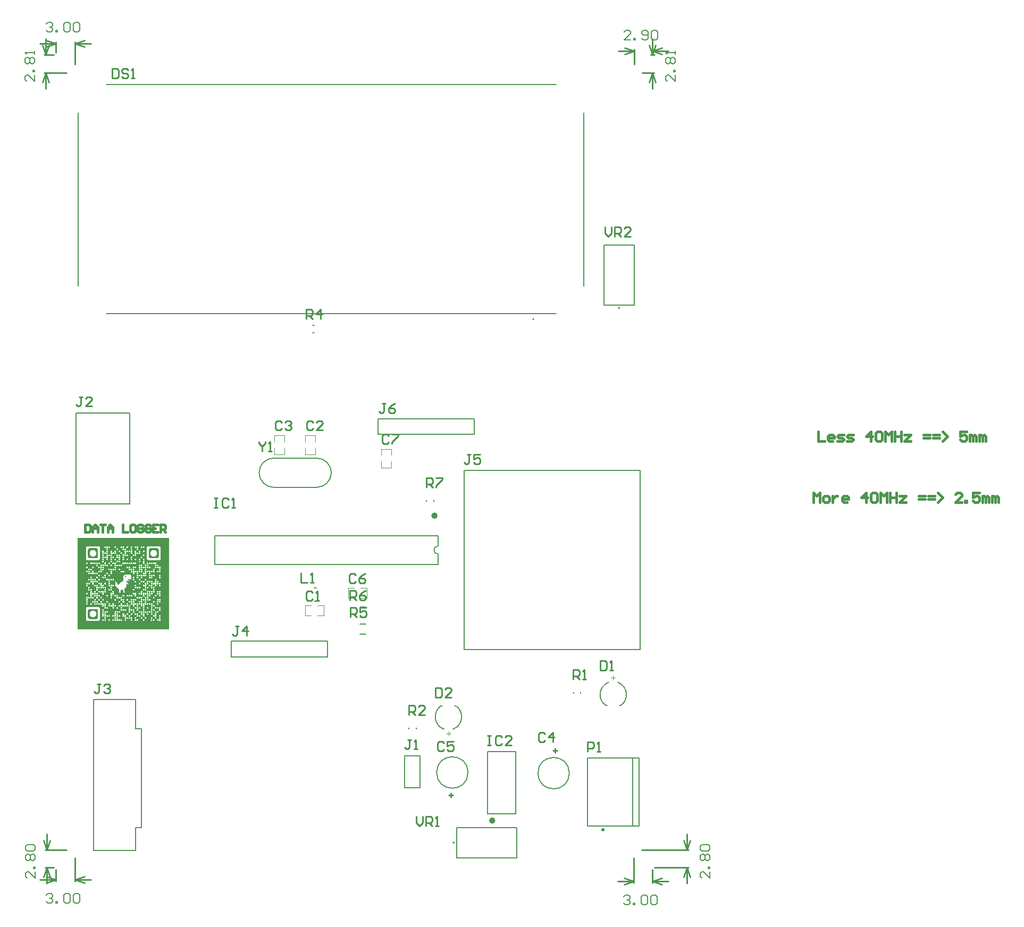
<source format=gbr>
%TF.GenerationSoftware,Altium Limited,Altium Designer,25.6.2 (33)*%
G04 Layer_Color=65535*
%FSLAX45Y45*%
%MOMM*%
%TF.SameCoordinates,105D10E8-5C4D-4F19-AFCE-DBFBABB2216B*%
%TF.FilePolarity,Positive*%
%TF.FileFunction,Legend,Top*%
%TF.Part,Single*%
G01*
G75*
%TA.AperFunction,NonConductor*%
%ADD41C,0.20000*%
%ADD42C,0.50000*%
%ADD43C,0.38100*%
%ADD44C,0.15000*%
%ADD45C,0.12700*%
%ADD46C,0.25400*%
%ADD47C,0.10000*%
%ADD48C,0.15240*%
%ADD49C,0.40000*%
G36*
X1798111Y3794556D02*
X348111D01*
Y5244555D01*
X1798111D01*
Y3794556D01*
D02*
G37*
%LPC*%
G36*
X1401778Y5112444D02*
X1388889D01*
Y5109222D01*
X1385667D01*
Y5106000D01*
X1382444D01*
Y5093111D01*
X1385667D01*
Y5089889D01*
X1388889D01*
Y5086666D01*
X1401778D01*
Y5089889D01*
X1405000D01*
Y5093111D01*
X1408222D01*
Y5106000D01*
X1405000D01*
Y5109222D01*
X1401778D01*
Y5112444D01*
D02*
G37*
G36*
X1369556D02*
X1356667D01*
Y5109222D01*
X1353444D01*
Y5106000D01*
X1350222D01*
Y5093111D01*
X1353444D01*
Y5089889D01*
X1356667D01*
Y5086666D01*
X1369556D01*
Y5089889D01*
X1372778D01*
Y5093111D01*
X1376000D01*
Y5106000D01*
X1372778D01*
Y5109222D01*
X1369556D01*
Y5112444D01*
D02*
G37*
G36*
X1305111D02*
X1292222D01*
Y5109222D01*
X1289000D01*
Y5106000D01*
X1285778D01*
Y5093111D01*
X1289000D01*
Y5089889D01*
X1292222D01*
Y5086666D01*
X1305111D01*
Y5089889D01*
X1308333D01*
Y5093111D01*
X1311555D01*
Y5106000D01*
X1308333D01*
Y5109222D01*
X1305111D01*
Y5112444D01*
D02*
G37*
G36*
X1272889D02*
X1260000D01*
Y5109222D01*
X1256778D01*
Y5106000D01*
X1253556D01*
Y5093111D01*
X1256778D01*
Y5089889D01*
X1260000D01*
Y5086666D01*
X1272889D01*
Y5089889D01*
X1276111D01*
Y5093111D01*
X1279333D01*
Y5106000D01*
X1276111D01*
Y5109222D01*
X1272889D01*
Y5112444D01*
D02*
G37*
G36*
X1208444D02*
X1195555D01*
Y5109222D01*
X1192333D01*
Y5106000D01*
X1189111D01*
Y5093111D01*
X1192333D01*
Y5089889D01*
X1195555D01*
Y5086666D01*
X1208444D01*
Y5089889D01*
X1211667D01*
Y5093111D01*
X1214889D01*
Y5106000D01*
X1211667D01*
Y5109222D01*
X1208444D01*
Y5112444D01*
D02*
G37*
G36*
X1144000D02*
X1131111D01*
Y5109222D01*
X1127889D01*
Y5106000D01*
X1124667D01*
Y5093111D01*
X1127889D01*
Y5089889D01*
X1131111D01*
Y5086666D01*
X1144000D01*
Y5089889D01*
X1147222D01*
Y5093111D01*
X1150444D01*
Y5106000D01*
X1147222D01*
Y5109222D01*
X1144000D01*
Y5112444D01*
D02*
G37*
G36*
X1079555D02*
X1066667D01*
Y5109222D01*
X1063444D01*
Y5106000D01*
X1060222D01*
Y5093111D01*
X1063444D01*
Y5089889D01*
X1066667D01*
Y5086666D01*
X1079555D01*
Y5089889D01*
X1082778D01*
Y5093111D01*
X1086000D01*
Y5106000D01*
X1082778D01*
Y5109222D01*
X1079555D01*
Y5112444D01*
D02*
G37*
G36*
X1047333D02*
X1034444D01*
Y5109222D01*
X1031222D01*
Y5106000D01*
X1028000D01*
Y5093111D01*
X1031222D01*
Y5089889D01*
X1034444D01*
Y5086666D01*
X1047333D01*
Y5089889D01*
X1050555D01*
Y5093111D01*
X1053778D01*
Y5106000D01*
X1050555D01*
Y5109222D01*
X1047333D01*
Y5112444D01*
D02*
G37*
G36*
X950667D02*
X937778D01*
Y5109222D01*
X934555D01*
Y5106000D01*
X931333D01*
Y5093111D01*
X934555D01*
Y5089889D01*
X937778D01*
Y5086666D01*
X950667D01*
Y5089889D01*
X953889D01*
Y5093111D01*
X957111D01*
Y5099555D01*
Y5102778D01*
Y5106000D01*
X953889D01*
Y5109222D01*
X950667D01*
Y5112444D01*
D02*
G37*
G36*
X854000D02*
X841111D01*
Y5109222D01*
X837889D01*
Y5106000D01*
X834667D01*
Y5093111D01*
X837889D01*
Y5089889D01*
X841111D01*
Y5086666D01*
X854000D01*
Y5089889D01*
X857222D01*
Y5093111D01*
X860444D01*
Y5106000D01*
X857222D01*
Y5109222D01*
X854000D01*
Y5112444D01*
D02*
G37*
G36*
X821778D02*
X808889D01*
Y5109222D01*
X805667D01*
Y5106000D01*
X802444D01*
Y5093111D01*
X805667D01*
Y5089889D01*
X808889D01*
Y5086666D01*
X821778D01*
Y5089889D01*
X825000D01*
Y5093111D01*
X828222D01*
Y5106000D01*
X825000D01*
Y5109222D01*
X821778D01*
Y5112444D01*
D02*
G37*
G36*
X789555D02*
X776666D01*
Y5109222D01*
X773444D01*
Y5106000D01*
X770222D01*
Y5093111D01*
X773444D01*
Y5089889D01*
X776666D01*
Y5086666D01*
X789555D01*
Y5089889D01*
X792778D01*
Y5093111D01*
X796000D01*
Y5106000D01*
X792778D01*
Y5109222D01*
X789555D01*
Y5112444D01*
D02*
G37*
G36*
X1305111Y5080222D02*
X1292222D01*
Y5077000D01*
X1289000D01*
Y5073778D01*
X1285778D01*
Y5060889D01*
X1289000D01*
Y5057667D01*
X1292222D01*
Y5054444D01*
X1305111D01*
Y5057667D01*
X1308333D01*
Y5060889D01*
X1311555D01*
Y5073778D01*
X1308333D01*
Y5077000D01*
X1305111D01*
Y5080222D01*
D02*
G37*
G36*
X1208444D02*
X1195555D01*
Y5077000D01*
X1192333D01*
Y5073778D01*
X1189111D01*
Y5060889D01*
X1192333D01*
Y5057667D01*
X1195555D01*
Y5054444D01*
X1208444D01*
Y5057667D01*
X1211667D01*
Y5060889D01*
X1214889D01*
Y5073778D01*
X1211667D01*
Y5077000D01*
X1208444D01*
Y5080222D01*
D02*
G37*
G36*
X1111778D02*
X1098889D01*
Y5077000D01*
X1095667D01*
Y5073778D01*
X1092444D01*
Y5060889D01*
X1095667D01*
Y5057667D01*
X1098889D01*
Y5054444D01*
X1111778D01*
Y5057667D01*
X1115000D01*
Y5060889D01*
X1118222D01*
Y5073778D01*
X1115000D01*
Y5077000D01*
X1111778D01*
Y5080222D01*
D02*
G37*
G36*
X1079555D02*
X1066667D01*
Y5077000D01*
X1063444D01*
Y5073778D01*
X1060222D01*
Y5060889D01*
X1063444D01*
Y5057667D01*
X1066667D01*
Y5054444D01*
X1079555D01*
Y5057667D01*
X1082778D01*
Y5060889D01*
X1086000D01*
Y5073778D01*
X1082778D01*
Y5077000D01*
X1079555D01*
Y5080222D01*
D02*
G37*
G36*
X982889D02*
X970000D01*
Y5077000D01*
X966778D01*
Y5073778D01*
X963555D01*
Y5060889D01*
X966778D01*
Y5057667D01*
X970000D01*
Y5054444D01*
X982889D01*
Y5057667D01*
X986111D01*
Y5060889D01*
X989333D01*
Y5073778D01*
X986111D01*
Y5077000D01*
X982889D01*
Y5080222D01*
D02*
G37*
G36*
X821778D02*
X808889D01*
Y5077000D01*
X805667D01*
Y5073778D01*
X802444D01*
Y5060889D01*
X805667D01*
Y5057667D01*
X808889D01*
Y5054444D01*
X821778D01*
Y5057667D01*
X825000D01*
Y5060889D01*
X828222D01*
Y5073778D01*
X825000D01*
Y5077000D01*
X821778D01*
Y5080222D01*
D02*
G37*
G36*
X1401778Y5048000D02*
X1388889D01*
Y5044778D01*
X1385667D01*
Y5041555D01*
X1382444D01*
Y5028667D01*
X1385667D01*
Y5025444D01*
X1388889D01*
Y5022222D01*
X1401778D01*
Y5025444D01*
X1405000D01*
Y5028667D01*
X1408222D01*
Y5041555D01*
X1405000D01*
Y5044778D01*
X1401778D01*
Y5048000D01*
D02*
G37*
G36*
X1337333D02*
X1324444D01*
Y5044778D01*
X1321222D01*
Y5041555D01*
X1318000D01*
Y5028667D01*
X1321222D01*
Y5025444D01*
X1324444D01*
Y5022222D01*
X1337333D01*
Y5025444D01*
X1340555D01*
Y5028667D01*
X1343778D01*
Y5041555D01*
X1340555D01*
Y5044778D01*
X1337333D01*
Y5048000D01*
D02*
G37*
G36*
X1272889D02*
X1260000D01*
Y5044778D01*
X1256778D01*
Y5041555D01*
X1253556D01*
Y5028667D01*
X1256778D01*
Y5025444D01*
X1260000D01*
Y5022222D01*
X1272889D01*
Y5025444D01*
X1276111D01*
Y5028667D01*
X1279333D01*
Y5041555D01*
X1276111D01*
Y5044778D01*
X1272889D01*
Y5048000D01*
D02*
G37*
G36*
X1208444D02*
X1195555D01*
Y5044778D01*
X1192333D01*
Y5041555D01*
X1189111D01*
Y5028667D01*
X1192333D01*
Y5025444D01*
X1195555D01*
Y5022222D01*
X1208444D01*
Y5025444D01*
X1211667D01*
Y5028667D01*
X1214889D01*
Y5041555D01*
X1211667D01*
Y5044778D01*
X1208444D01*
Y5048000D01*
D02*
G37*
G36*
X1176222D02*
X1163333D01*
Y5044778D01*
X1160111D01*
Y5041555D01*
X1156889D01*
Y5028667D01*
X1160111D01*
Y5025444D01*
X1163333D01*
Y5022222D01*
X1176222D01*
Y5025444D01*
X1179444D01*
Y5028667D01*
X1182667D01*
Y5038333D01*
Y5041555D01*
X1179444D01*
Y5044778D01*
X1176222D01*
Y5048000D01*
D02*
G37*
G36*
X1144000D02*
X1131111D01*
Y5044778D01*
X1127889D01*
Y5041555D01*
X1124667D01*
Y5028667D01*
X1127889D01*
Y5025444D01*
X1131111D01*
Y5022222D01*
X1144000D01*
Y5025444D01*
X1147222D01*
Y5028667D01*
X1150444D01*
Y5035111D01*
Y5038333D01*
Y5041555D01*
X1147222D01*
Y5044778D01*
X1144000D01*
Y5048000D01*
D02*
G37*
G36*
X1111778D02*
X1098889D01*
Y5044778D01*
X1095667D01*
Y5041555D01*
X1092444D01*
Y5028667D01*
X1095667D01*
Y5025444D01*
X1098889D01*
Y5022222D01*
X1111778D01*
Y5025444D01*
X1115000D01*
Y5028667D01*
X1118222D01*
Y5041555D01*
X1115000D01*
Y5044778D01*
X1111778D01*
Y5048000D01*
D02*
G37*
G36*
X1015111D02*
X1002222D01*
Y5044778D01*
X999000D01*
Y5041555D01*
X995778D01*
Y5035111D01*
Y5031889D01*
Y5028667D01*
X999000D01*
Y5025444D01*
X1002222D01*
Y5022222D01*
X1015111D01*
Y5025444D01*
X1018333D01*
Y5028667D01*
X1021555D01*
Y5041555D01*
X1018333D01*
Y5044778D01*
X1015111D01*
Y5048000D01*
D02*
G37*
G36*
X950667D02*
X937778D01*
Y5044778D01*
X934555D01*
Y5041555D01*
X931333D01*
Y5028667D01*
X934555D01*
Y5025444D01*
X937778D01*
Y5022222D01*
X950667D01*
Y5025444D01*
X953889D01*
Y5028667D01*
X957111D01*
Y5038333D01*
Y5041555D01*
X953889D01*
Y5044778D01*
X950667D01*
Y5048000D01*
D02*
G37*
G36*
X886222D02*
X873333D01*
Y5044778D01*
X870111D01*
Y5041555D01*
X866889D01*
Y5028667D01*
X870111D01*
Y5025444D01*
X873333D01*
Y5022222D01*
X886222D01*
Y5025444D01*
X889444D01*
Y5028667D01*
X892666D01*
Y5031889D01*
Y5041555D01*
X889444D01*
Y5044778D01*
X886222D01*
Y5048000D01*
D02*
G37*
G36*
X821778D02*
X808889D01*
Y5044778D01*
X805667D01*
Y5041555D01*
X802444D01*
Y5035111D01*
Y5031889D01*
Y5028667D01*
X805667D01*
Y5025444D01*
X808889D01*
Y5022222D01*
X821778D01*
Y5025444D01*
X825000D01*
Y5028667D01*
X828222D01*
Y5041555D01*
X825000D01*
Y5044778D01*
X821778D01*
Y5048000D01*
D02*
G37*
G36*
X757333D02*
X744444D01*
Y5044778D01*
X741222D01*
Y5041555D01*
X738000D01*
Y5028667D01*
X741222D01*
Y5025444D01*
X744444D01*
Y5022222D01*
X757333D01*
Y5025444D01*
X760556D01*
Y5028667D01*
X763778D01*
Y5041555D01*
X760556D01*
Y5044778D01*
X757333D01*
Y5048000D01*
D02*
G37*
G36*
X1337333Y5015778D02*
X1324444D01*
Y5012555D01*
X1321222D01*
Y5009333D01*
X1318000D01*
Y4996444D01*
X1321222D01*
Y4993222D01*
X1324444D01*
Y4990000D01*
X1337333D01*
Y4993222D01*
X1340555D01*
Y4996444D01*
X1343778D01*
Y5009333D01*
X1340555D01*
Y5012555D01*
X1337333D01*
Y5015778D01*
D02*
G37*
G36*
X1305111D02*
X1292222D01*
Y5012555D01*
X1289000D01*
Y5009333D01*
X1285778D01*
Y4996444D01*
X1289000D01*
Y4993222D01*
X1292222D01*
Y4990000D01*
X1305111D01*
Y4993222D01*
X1308333D01*
Y4996444D01*
X1311555D01*
Y5009333D01*
X1308333D01*
Y5012555D01*
X1305111D01*
Y5015778D01*
D02*
G37*
G36*
X1272889D02*
X1260000D01*
Y5012555D01*
X1256778D01*
Y5009333D01*
X1253556D01*
Y4996444D01*
X1256778D01*
Y4993222D01*
X1260000D01*
Y4990000D01*
X1272889D01*
Y4993222D01*
X1276111D01*
Y4996444D01*
X1279333D01*
Y5009333D01*
X1276111D01*
Y5012555D01*
X1272889D01*
Y5015778D01*
D02*
G37*
G36*
X1208444D02*
X1195555D01*
Y5012555D01*
X1192333D01*
Y5009333D01*
X1189111D01*
Y5006111D01*
Y5002889D01*
Y4996444D01*
X1192333D01*
Y4993222D01*
X1195555D01*
Y4990000D01*
X1208444D01*
Y4993222D01*
X1211667D01*
Y4996444D01*
X1214889D01*
Y5009333D01*
X1211667D01*
Y5012555D01*
X1208444D01*
Y5015778D01*
D02*
G37*
G36*
X1111778D02*
X1098889D01*
Y5012555D01*
X1095667D01*
Y5009333D01*
X1092444D01*
Y4996444D01*
X1095667D01*
Y4993222D01*
X1098889D01*
Y4990000D01*
X1111778D01*
Y4993222D01*
X1115000D01*
Y4996444D01*
X1118222D01*
Y5009333D01*
X1115000D01*
Y5012555D01*
X1111778D01*
Y5015778D01*
D02*
G37*
G36*
X1047333D02*
X1034444D01*
Y5012555D01*
X1031222D01*
Y5009333D01*
X1028000D01*
Y4996444D01*
X1031222D01*
Y4993222D01*
X1034444D01*
Y4990000D01*
X1047333D01*
Y4993222D01*
X1050555D01*
Y4996444D01*
X1053778D01*
Y5009333D01*
X1050555D01*
Y5012555D01*
X1047333D01*
Y5015778D01*
D02*
G37*
G36*
X950667D02*
X937778D01*
Y5012555D01*
X934555D01*
Y5009333D01*
X931333D01*
Y4996444D01*
X934555D01*
Y4993222D01*
X937778D01*
Y4990000D01*
X950667D01*
Y4993222D01*
X953889D01*
Y4996444D01*
X957111D01*
Y5006111D01*
Y5009333D01*
X953889D01*
Y5012555D01*
X950667D01*
Y5015778D01*
D02*
G37*
G36*
X918444D02*
X905555D01*
Y5012555D01*
X902333D01*
Y5009333D01*
X899111D01*
Y4996444D01*
X902333D01*
Y4993222D01*
X905555D01*
Y4990000D01*
X918444D01*
Y4993222D01*
X921667D01*
Y4996444D01*
X924889D01*
Y5009333D01*
X921667D01*
Y5012555D01*
X918444D01*
Y5015778D01*
D02*
G37*
G36*
X886222D02*
X873333D01*
Y5012555D01*
X870111D01*
Y5009333D01*
X866889D01*
Y4996444D01*
X870111D01*
Y4993222D01*
X873333D01*
Y4990000D01*
X886222D01*
Y4993222D01*
X889444D01*
Y4996444D01*
X892666D01*
Y5009333D01*
X889444D01*
Y5012555D01*
X886222D01*
Y5015778D01*
D02*
G37*
G36*
X821778D02*
X808889D01*
Y5012555D01*
X805667D01*
Y5009333D01*
X802444D01*
Y5006111D01*
Y4996444D01*
X805667D01*
Y4993222D01*
X808889D01*
Y4990000D01*
X821778D01*
Y4993222D01*
X825000D01*
Y4996444D01*
X828222D01*
Y5009333D01*
X825000D01*
Y5012555D01*
X821778D01*
Y5015778D01*
D02*
G37*
G36*
X789555D02*
X776666D01*
Y5012555D01*
X773444D01*
Y5009333D01*
X770222D01*
Y4996444D01*
X773444D01*
Y4993222D01*
X776666D01*
Y4990000D01*
X789555D01*
Y4993222D01*
X792778D01*
Y4996444D01*
X796000D01*
Y5009333D01*
X792778D01*
Y5012555D01*
X789555D01*
Y5015778D01*
D02*
G37*
G36*
X757333D02*
X744444D01*
Y5012555D01*
X741222D01*
Y5009333D01*
X738000D01*
Y5006111D01*
Y5002889D01*
Y4996444D01*
X741222D01*
Y4993222D01*
X744444D01*
Y4990000D01*
X757333D01*
Y4993222D01*
X760556D01*
Y4996444D01*
X763778D01*
Y5009333D01*
X760556D01*
Y5012555D01*
X757333D01*
Y5015778D01*
D02*
G37*
G36*
X1401778Y4983555D02*
X1388889D01*
Y4980333D01*
X1385667D01*
Y4977111D01*
X1382444D01*
Y4973889D01*
Y4970666D01*
Y4964222D01*
X1385667D01*
Y4961000D01*
X1388889D01*
Y4957778D01*
X1401778D01*
Y4961000D01*
X1405000D01*
Y4964222D01*
X1408222D01*
Y4977111D01*
X1405000D01*
Y4980333D01*
X1401778D01*
Y4983555D01*
D02*
G37*
G36*
X1272889D02*
X1260000D01*
Y4980333D01*
X1256778D01*
Y4977111D01*
X1253556D01*
Y4964222D01*
X1256778D01*
Y4961000D01*
X1260000D01*
Y4957778D01*
X1272889D01*
Y4961000D01*
X1276111D01*
Y4964222D01*
X1279333D01*
Y4977111D01*
X1276111D01*
Y4980333D01*
X1272889D01*
Y4983555D01*
D02*
G37*
G36*
X1240667D02*
X1227778D01*
Y4980333D01*
X1224555D01*
Y4977111D01*
X1221333D01*
Y4964222D01*
X1224555D01*
Y4961000D01*
X1227778D01*
Y4957778D01*
X1240667D01*
Y4961000D01*
X1243889D01*
Y4964222D01*
X1247111D01*
Y4977111D01*
X1243889D01*
Y4980333D01*
X1240667D01*
Y4983555D01*
D02*
G37*
G36*
X1144000D02*
X1131111D01*
Y4980333D01*
X1127889D01*
Y4977111D01*
X1124667D01*
Y4973889D01*
Y4964222D01*
X1127889D01*
Y4961000D01*
X1131111D01*
Y4957778D01*
X1144000D01*
Y4961000D01*
X1147222D01*
Y4964222D01*
X1150444D01*
Y4977111D01*
X1147222D01*
Y4980333D01*
X1144000D01*
Y4983555D01*
D02*
G37*
G36*
X1111778D02*
X1098889D01*
Y4980333D01*
X1095667D01*
Y4977111D01*
X1092444D01*
Y4964222D01*
X1095667D01*
Y4961000D01*
X1098889D01*
Y4957778D01*
X1111778D01*
Y4961000D01*
X1115000D01*
Y4964222D01*
X1118222D01*
Y4977111D01*
X1115000D01*
Y4980333D01*
X1111778D01*
Y4983555D01*
D02*
G37*
G36*
X1079555D02*
X1066667D01*
Y4980333D01*
X1063444D01*
Y4977111D01*
X1060222D01*
Y4964222D01*
X1063444D01*
Y4961000D01*
X1066667D01*
Y4957778D01*
X1079555D01*
Y4961000D01*
X1082778D01*
Y4964222D01*
X1086000D01*
Y4977111D01*
X1082778D01*
Y4980333D01*
X1079555D01*
Y4983555D01*
D02*
G37*
G36*
X1015111D02*
X1002222D01*
Y4980333D01*
X999000D01*
Y4977111D01*
X995778D01*
Y4964222D01*
X999000D01*
Y4961000D01*
X1002222D01*
Y4957778D01*
X1015111D01*
Y4961000D01*
X1018333D01*
Y4964222D01*
X1021555D01*
Y4977111D01*
X1018333D01*
Y4980333D01*
X1015111D01*
Y4983555D01*
D02*
G37*
G36*
X982889D02*
X970000D01*
Y4980333D01*
X966778D01*
Y4977111D01*
X963555D01*
Y4964222D01*
X966778D01*
Y4961000D01*
X970000D01*
Y4957778D01*
X982889D01*
Y4961000D01*
X986111D01*
Y4964222D01*
X989333D01*
Y4977111D01*
X986111D01*
Y4980333D01*
X982889D01*
Y4983555D01*
D02*
G37*
G36*
X886222D02*
X873333D01*
Y4980333D01*
X870111D01*
Y4977111D01*
X866889D01*
Y4964222D01*
X870111D01*
Y4961000D01*
X873333D01*
Y4957778D01*
X886222D01*
Y4961000D01*
X889444D01*
Y4964222D01*
X892666D01*
Y4977111D01*
X889444D01*
Y4980333D01*
X886222D01*
Y4983555D01*
D02*
G37*
G36*
X854000D02*
X841111D01*
Y4980333D01*
X837889D01*
Y4977111D01*
X834667D01*
Y4964222D01*
X837889D01*
Y4961000D01*
X841111D01*
Y4957778D01*
X854000D01*
Y4961000D01*
X857222D01*
Y4964222D01*
X860444D01*
Y4977111D01*
X857222D01*
Y4980333D01*
X854000D01*
Y4983555D01*
D02*
G37*
G36*
X821778D02*
X808889D01*
Y4980333D01*
X805667D01*
Y4977111D01*
X802444D01*
Y4964222D01*
X805667D01*
Y4961000D01*
X808889D01*
Y4957778D01*
X821778D01*
Y4961000D01*
X825000D01*
Y4964222D01*
X828222D01*
Y4977111D01*
X825000D01*
Y4980333D01*
X821778D01*
Y4983555D01*
D02*
G37*
G36*
X757333D02*
X744444D01*
Y4980333D01*
X741222D01*
Y4977111D01*
X738000D01*
Y4973889D01*
Y4964222D01*
X741222D01*
Y4961000D01*
X744444D01*
Y4957778D01*
X757333D01*
Y4961000D01*
X760556D01*
Y4964222D01*
X763778D01*
Y4977111D01*
X760556D01*
Y4980333D01*
X757333D01*
Y4983555D01*
D02*
G37*
G36*
X1369556Y4951333D02*
X1356667D01*
Y4948111D01*
X1353444D01*
Y4944889D01*
X1350222D01*
Y4938444D01*
Y4935222D01*
Y4932000D01*
X1353444D01*
Y4928778D01*
X1356667D01*
Y4925556D01*
X1369556D01*
Y4928778D01*
X1372778D01*
Y4932000D01*
X1376000D01*
Y4944889D01*
X1372778D01*
Y4948111D01*
X1369556D01*
Y4951333D01*
D02*
G37*
G36*
X1208444D02*
X1195555D01*
Y4948111D01*
X1192333D01*
Y4944889D01*
X1189111D01*
Y4935222D01*
Y4932000D01*
X1192333D01*
Y4928778D01*
X1195555D01*
Y4925556D01*
X1208444D01*
Y4928778D01*
X1211667D01*
Y4932000D01*
X1214889D01*
Y4944889D01*
X1211667D01*
Y4948111D01*
X1208444D01*
Y4951333D01*
D02*
G37*
G36*
X1079555D02*
X1066667D01*
Y4948111D01*
X1063444D01*
Y4944889D01*
X1060222D01*
Y4938444D01*
Y4935222D01*
Y4932000D01*
X1063444D01*
Y4928778D01*
X1066667D01*
Y4925556D01*
X1079555D01*
Y4928778D01*
X1082778D01*
Y4932000D01*
X1086000D01*
Y4944889D01*
X1082778D01*
Y4948111D01*
X1079555D01*
Y4951333D01*
D02*
G37*
G36*
X1015111D02*
X1002222D01*
Y4948111D01*
X999000D01*
Y4944889D01*
X995778D01*
Y4932000D01*
X999000D01*
Y4928778D01*
X1002222D01*
Y4925556D01*
X1015111D01*
Y4928778D01*
X1018333D01*
Y4932000D01*
X1021555D01*
Y4944889D01*
X1018333D01*
Y4948111D01*
X1015111D01*
Y4951333D01*
D02*
G37*
G36*
X982889D02*
X970000D01*
Y4948111D01*
X966778D01*
Y4944889D01*
X963555D01*
Y4932000D01*
X966778D01*
Y4928778D01*
X970000D01*
Y4925556D01*
X982889D01*
Y4928778D01*
X986111D01*
Y4932000D01*
X989333D01*
Y4944889D01*
X986111D01*
Y4948111D01*
X982889D01*
Y4951333D01*
D02*
G37*
G36*
X918444D02*
X905555D01*
Y4948111D01*
X902333D01*
Y4944889D01*
X899111D01*
Y4932000D01*
X902333D01*
Y4928778D01*
X905555D01*
Y4925556D01*
X918444D01*
Y4928778D01*
X921667D01*
Y4932000D01*
X924889D01*
Y4944889D01*
X921667D01*
Y4948111D01*
X918444D01*
Y4951333D01*
D02*
G37*
G36*
X886222D02*
X873333D01*
Y4948111D01*
X870111D01*
Y4944889D01*
X866889D01*
Y4932000D01*
X870111D01*
Y4928778D01*
X873333D01*
Y4925556D01*
X886222D01*
Y4928778D01*
X889444D01*
Y4932000D01*
X892666D01*
Y4944889D01*
X889444D01*
Y4948111D01*
X886222D01*
Y4951333D01*
D02*
G37*
G36*
X821778D02*
X808889D01*
Y4948111D01*
X805667D01*
Y4944889D01*
X802444D01*
Y4932000D01*
X805667D01*
Y4928778D01*
X808889D01*
Y4925556D01*
X821778D01*
Y4928778D01*
X825000D01*
Y4932000D01*
X828222D01*
Y4944889D01*
X825000D01*
Y4948111D01*
X821778D01*
Y4951333D01*
D02*
G37*
G36*
X789555D02*
X776666D01*
Y4948111D01*
X773444D01*
Y4944889D01*
X770222D01*
Y4932000D01*
X773444D01*
Y4928778D01*
X776666D01*
Y4925556D01*
X789555D01*
Y4928778D01*
X792778D01*
Y4932000D01*
X796000D01*
Y4944889D01*
X792778D01*
Y4948111D01*
X789555D01*
Y4951333D01*
D02*
G37*
G36*
X757333D02*
X744444D01*
Y4948111D01*
X741222D01*
Y4944889D01*
X738000D01*
Y4932000D01*
X741222D01*
Y4928778D01*
X744444D01*
Y4925556D01*
X757333D01*
Y4928778D01*
X760556D01*
Y4932000D01*
X763778D01*
Y4944889D01*
X760556D01*
Y4948111D01*
X757333D01*
Y4951333D01*
D02*
G37*
G36*
X1401778Y4919111D02*
X1388889D01*
Y4915889D01*
X1385667D01*
Y4912667D01*
X1382444D01*
Y4909444D01*
Y4906222D01*
Y4899778D01*
X1385667D01*
Y4896555D01*
X1388889D01*
Y4893333D01*
X1401778D01*
Y4896555D01*
X1405000D01*
Y4899778D01*
X1408222D01*
Y4912667D01*
X1405000D01*
Y4915889D01*
X1401778D01*
Y4919111D01*
D02*
G37*
G36*
X1337333D02*
X1324444D01*
Y4915889D01*
X1321222D01*
Y4912667D01*
X1318000D01*
Y4899778D01*
X1321222D01*
Y4896555D01*
X1324444D01*
Y4893333D01*
X1337333D01*
Y4896555D01*
X1340555D01*
Y4899778D01*
X1343778D01*
Y4912667D01*
X1340555D01*
Y4915889D01*
X1337333D01*
Y4919111D01*
D02*
G37*
G36*
X1272889D02*
X1260000D01*
Y4915889D01*
X1256778D01*
Y4912667D01*
X1253556D01*
Y4909444D01*
Y4906222D01*
Y4899778D01*
X1256778D01*
Y4896555D01*
X1260000D01*
Y4893333D01*
X1272889D01*
Y4896555D01*
X1276111D01*
Y4899778D01*
X1279333D01*
Y4912667D01*
X1276111D01*
Y4915889D01*
X1272889D01*
Y4919111D01*
D02*
G37*
G36*
X1208444D02*
X1195555D01*
Y4915889D01*
X1192333D01*
Y4912667D01*
X1189111D01*
Y4899778D01*
X1192333D01*
Y4896555D01*
X1195555D01*
Y4893333D01*
X1208444D01*
Y4896555D01*
X1211667D01*
Y4899778D01*
X1214889D01*
Y4912667D01*
X1211667D01*
Y4915889D01*
X1208444D01*
Y4919111D01*
D02*
G37*
G36*
X1144000D02*
X1131111D01*
Y4915889D01*
X1127889D01*
Y4912667D01*
X1124667D01*
Y4899778D01*
X1127889D01*
Y4896555D01*
X1131111D01*
Y4893333D01*
X1144000D01*
Y4896555D01*
X1147222D01*
Y4899778D01*
X1150444D01*
Y4912667D01*
X1147222D01*
Y4915889D01*
X1144000D01*
Y4919111D01*
D02*
G37*
G36*
X1079555D02*
X1066667D01*
Y4915889D01*
X1063444D01*
Y4912667D01*
X1060222D01*
Y4899778D01*
X1063444D01*
Y4896555D01*
X1066667D01*
Y4893333D01*
X1079555D01*
Y4896555D01*
X1082778D01*
Y4899778D01*
X1086000D01*
Y4912667D01*
X1082778D01*
Y4915889D01*
X1079555D01*
Y4919111D01*
D02*
G37*
G36*
X1015111D02*
X1002222D01*
Y4915889D01*
X999000D01*
Y4912667D01*
X995778D01*
Y4899778D01*
X999000D01*
Y4896555D01*
X1002222D01*
Y4893333D01*
X1015111D01*
Y4896555D01*
X1018333D01*
Y4899778D01*
X1021555D01*
Y4912667D01*
X1018333D01*
Y4915889D01*
X1015111D01*
Y4919111D01*
D02*
G37*
G36*
X950667D02*
X937778D01*
Y4915889D01*
X934555D01*
Y4912667D01*
X931333D01*
Y4899778D01*
X934555D01*
Y4896555D01*
X937778D01*
Y4893333D01*
X950667D01*
Y4896555D01*
X953889D01*
Y4899778D01*
X957111D01*
Y4912667D01*
X953889D01*
Y4915889D01*
X950667D01*
Y4919111D01*
D02*
G37*
G36*
X886222D02*
X873333D01*
Y4915889D01*
X870111D01*
Y4912667D01*
X866889D01*
Y4899778D01*
X870111D01*
Y4896555D01*
X873333D01*
Y4893333D01*
X886222D01*
Y4896555D01*
X889444D01*
Y4899778D01*
X892666D01*
Y4912667D01*
X889444D01*
Y4915889D01*
X886222D01*
Y4919111D01*
D02*
G37*
G36*
X821778D02*
X808889D01*
Y4915889D01*
X805667D01*
Y4912667D01*
X802444D01*
Y4899778D01*
X805667D01*
Y4896555D01*
X808889D01*
Y4893333D01*
X821778D01*
Y4896555D01*
X825000D01*
Y4899778D01*
X828222D01*
Y4906222D01*
Y4909444D01*
Y4912667D01*
X825000D01*
Y4915889D01*
X821778D01*
Y4919111D01*
D02*
G37*
G36*
X757333D02*
X744444D01*
Y4915889D01*
X741222D01*
Y4912667D01*
X738000D01*
Y4899778D01*
X741222D01*
Y4896555D01*
X744444D01*
Y4893333D01*
X757333D01*
Y4896555D01*
X760556D01*
Y4899778D01*
X763778D01*
Y4912667D01*
X760556D01*
Y4915889D01*
X757333D01*
Y4919111D01*
D02*
G37*
G36*
X1646667Y5115666D02*
X1466222D01*
Y5112444D01*
X1459778D01*
Y5109222D01*
X1456555D01*
Y5106000D01*
X1453333D01*
Y5102778D01*
X1450111D01*
Y5099555D01*
X1446889D01*
Y5093111D01*
X1443667D01*
Y4912667D01*
X1446889D01*
Y4906222D01*
X1450111D01*
Y4903000D01*
X1453333D01*
Y4899778D01*
X1456555D01*
Y4896555D01*
X1459778D01*
Y4893333D01*
X1466222D01*
Y4890111D01*
X1646667D01*
Y4893333D01*
X1653111D01*
Y4896555D01*
X1656333D01*
Y4899778D01*
X1659555D01*
Y4903000D01*
X1662778D01*
Y4906222D01*
X1666000D01*
Y4912667D01*
X1669222D01*
Y4948111D01*
Y4951333D01*
Y5093111D01*
X1666000D01*
Y5099555D01*
X1662778D01*
Y5102778D01*
X1659555D01*
Y5106000D01*
X1656333D01*
Y5109222D01*
X1653111D01*
Y5112444D01*
X1646667D01*
Y5115666D01*
D02*
G37*
G36*
X680000D02*
X499556D01*
Y5112444D01*
X493111D01*
Y5109222D01*
X489889D01*
Y5106000D01*
X486667D01*
Y5102778D01*
X483444D01*
Y5099555D01*
X480222D01*
Y5093111D01*
X477000D01*
Y4912667D01*
X480222D01*
Y4906222D01*
X483444D01*
Y4903000D01*
X486667D01*
Y4899778D01*
X489889D01*
Y4896555D01*
X493111D01*
Y4893333D01*
X499556D01*
Y4890111D01*
X680000D01*
Y4893333D01*
X686444D01*
Y4896555D01*
X689667D01*
Y4899778D01*
X692889D01*
Y4903000D01*
X696111D01*
Y4906222D01*
X699333D01*
Y4915889D01*
X702555D01*
Y5015778D01*
Y5019000D01*
Y5093111D01*
X699333D01*
Y5099555D01*
X696111D01*
Y5102778D01*
X692889D01*
Y5106000D01*
X689667D01*
Y5109222D01*
X686444D01*
Y5112444D01*
X680000D01*
Y5115666D01*
D02*
G37*
G36*
X1401778Y4886889D02*
X1388889D01*
Y4883667D01*
X1385667D01*
Y4880444D01*
X1382444D01*
Y4867555D01*
X1385667D01*
Y4864333D01*
X1388889D01*
Y4861111D01*
X1401778D01*
Y4864333D01*
X1405000D01*
Y4867555D01*
X1408222D01*
Y4880444D01*
X1405000D01*
Y4883667D01*
X1401778D01*
Y4886889D01*
D02*
G37*
G36*
X1337333D02*
X1324444D01*
Y4883667D01*
X1321222D01*
Y4880444D01*
X1318000D01*
Y4867555D01*
X1321222D01*
Y4864333D01*
X1324444D01*
Y4861111D01*
X1337333D01*
Y4864333D01*
X1340555D01*
Y4867555D01*
X1343778D01*
Y4880444D01*
X1340555D01*
Y4883667D01*
X1337333D01*
Y4886889D01*
D02*
G37*
G36*
X1015111D02*
X1002222D01*
Y4883667D01*
X999000D01*
Y4880444D01*
X995778D01*
Y4867555D01*
X999000D01*
Y4864333D01*
X1002222D01*
Y4861111D01*
X1015111D01*
Y4864333D01*
X1018333D01*
Y4867555D01*
X1021555D01*
Y4880444D01*
X1018333D01*
Y4883667D01*
X1015111D01*
Y4886889D01*
D02*
G37*
G36*
X982889D02*
X970000D01*
Y4883667D01*
X966778D01*
Y4880444D01*
X963555D01*
Y4867555D01*
X966778D01*
Y4864333D01*
X970000D01*
Y4861111D01*
X982889D01*
Y4864333D01*
X986111D01*
Y4867555D01*
X989333D01*
Y4880444D01*
X986111D01*
Y4883667D01*
X982889D01*
Y4886889D01*
D02*
G37*
G36*
X886222D02*
X873333D01*
Y4883667D01*
X870111D01*
Y4880444D01*
X866889D01*
Y4867555D01*
X870111D01*
Y4864333D01*
X873333D01*
Y4861111D01*
X886222D01*
Y4864333D01*
X889444D01*
Y4867555D01*
X892666D01*
Y4874000D01*
Y4877222D01*
Y4880444D01*
X889444D01*
Y4883667D01*
X886222D01*
Y4886889D01*
D02*
G37*
G36*
X757333D02*
X744444D01*
Y4883667D01*
X741222D01*
Y4880444D01*
X738000D01*
Y4867555D01*
X741222D01*
Y4864333D01*
X744444D01*
Y4861111D01*
X757333D01*
Y4864333D01*
X760556D01*
Y4867555D01*
X763778D01*
Y4880444D01*
X760556D01*
Y4883667D01*
X757333D01*
Y4886889D01*
D02*
G37*
G36*
X1595111Y4854666D02*
X1582222D01*
Y4851444D01*
X1579000D01*
Y4848222D01*
X1575778D01*
Y4845000D01*
Y4841778D01*
Y4835333D01*
X1579000D01*
Y4832111D01*
X1582222D01*
Y4828889D01*
X1595111D01*
Y4832111D01*
X1598333D01*
Y4835333D01*
X1601555D01*
Y4848222D01*
X1598333D01*
Y4851444D01*
X1595111D01*
Y4854666D01*
D02*
G37*
G36*
X1562889D02*
X1550000D01*
Y4851444D01*
X1546778D01*
Y4848222D01*
X1543555D01*
Y4835333D01*
X1546778D01*
Y4832111D01*
X1550000D01*
Y4828889D01*
X1562889D01*
Y4832111D01*
X1566111D01*
Y4835333D01*
X1569333D01*
Y4848222D01*
X1566111D01*
Y4851444D01*
X1562889D01*
Y4854666D01*
D02*
G37*
G36*
X1530666D02*
X1517778D01*
Y4851444D01*
X1514556D01*
Y4848222D01*
X1511333D01*
Y4835333D01*
X1514556D01*
Y4832111D01*
X1517778D01*
Y4828889D01*
X1530666D01*
Y4832111D01*
X1533889D01*
Y4835333D01*
X1537111D01*
Y4848222D01*
X1533889D01*
Y4851444D01*
X1530666D01*
Y4854666D01*
D02*
G37*
G36*
X1498444D02*
X1485555D01*
Y4851444D01*
X1482333D01*
Y4848222D01*
X1479111D01*
Y4835333D01*
X1482333D01*
Y4832111D01*
X1485555D01*
Y4828889D01*
X1498444D01*
Y4832111D01*
X1501667D01*
Y4835333D01*
X1504889D01*
Y4845000D01*
Y4848222D01*
X1501667D01*
Y4851444D01*
X1498444D01*
Y4854666D01*
D02*
G37*
G36*
X1466222D02*
X1453333D01*
Y4851444D01*
X1450111D01*
Y4848222D01*
X1446889D01*
Y4835333D01*
X1450111D01*
Y4832111D01*
X1453333D01*
Y4828889D01*
X1466222D01*
Y4832111D01*
X1469444D01*
Y4835333D01*
X1472667D01*
Y4848222D01*
X1469444D01*
Y4851444D01*
X1466222D01*
Y4854666D01*
D02*
G37*
G36*
X1401778D02*
X1388889D01*
Y4851444D01*
X1385667D01*
Y4848222D01*
X1382444D01*
Y4838555D01*
Y4835333D01*
X1385667D01*
Y4832111D01*
X1388889D01*
Y4828889D01*
X1401778D01*
Y4832111D01*
X1405000D01*
Y4835333D01*
X1408222D01*
Y4848222D01*
X1405000D01*
Y4851444D01*
X1401778D01*
Y4854666D01*
D02*
G37*
G36*
X1272889D02*
X1260000D01*
Y4851444D01*
X1256778D01*
Y4848222D01*
X1253556D01*
Y4835333D01*
X1256778D01*
Y4832111D01*
X1260000D01*
Y4828889D01*
X1272889D01*
Y4832111D01*
X1276111D01*
Y4835333D01*
X1279333D01*
Y4848222D01*
X1276111D01*
Y4851444D01*
X1272889D01*
Y4854666D01*
D02*
G37*
G36*
X1240667D02*
X1227778D01*
Y4851444D01*
X1224555D01*
Y4848222D01*
X1221333D01*
Y4841778D01*
Y4838555D01*
Y4835333D01*
X1224555D01*
Y4832111D01*
X1227778D01*
Y4828889D01*
X1240667D01*
Y4832111D01*
X1243889D01*
Y4835333D01*
X1247111D01*
Y4848222D01*
X1243889D01*
Y4851444D01*
X1240667D01*
Y4854666D01*
D02*
G37*
G36*
X1208444D02*
X1195555D01*
Y4851444D01*
X1192333D01*
Y4848222D01*
X1189111D01*
Y4835333D01*
X1192333D01*
Y4832111D01*
X1195555D01*
Y4828889D01*
X1208444D01*
Y4832111D01*
X1211667D01*
Y4835333D01*
X1214889D01*
Y4848222D01*
X1211667D01*
Y4851444D01*
X1208444D01*
Y4854666D01*
D02*
G37*
G36*
X1176222D02*
X1163333D01*
Y4851444D01*
X1160111D01*
Y4848222D01*
X1156889D01*
Y4835333D01*
X1160111D01*
Y4832111D01*
X1163333D01*
Y4828889D01*
X1176222D01*
Y4832111D01*
X1179444D01*
Y4835333D01*
X1182667D01*
Y4838555D01*
Y4841778D01*
Y4848222D01*
X1179444D01*
Y4851444D01*
X1176222D01*
Y4854666D01*
D02*
G37*
G36*
X1144000D02*
X1131111D01*
Y4851444D01*
X1127889D01*
Y4848222D01*
X1124667D01*
Y4835333D01*
X1127889D01*
Y4832111D01*
X1131111D01*
Y4828889D01*
X1144000D01*
Y4832111D01*
X1147222D01*
Y4835333D01*
X1150444D01*
Y4848222D01*
X1147222D01*
Y4851444D01*
X1144000D01*
Y4854666D01*
D02*
G37*
G36*
X1111778D02*
X1098889D01*
Y4851444D01*
X1095667D01*
Y4848222D01*
X1092444D01*
Y4835333D01*
X1095667D01*
Y4832111D01*
X1098889D01*
Y4828889D01*
X1111778D01*
Y4832111D01*
X1115000D01*
Y4835333D01*
X1118222D01*
Y4848222D01*
X1115000D01*
Y4851444D01*
X1111778D01*
Y4854666D01*
D02*
G37*
G36*
X1079555D02*
X1066667D01*
Y4851444D01*
X1063444D01*
Y4848222D01*
X1060222D01*
Y4835333D01*
X1063444D01*
Y4832111D01*
X1066667D01*
Y4828889D01*
X1079555D01*
Y4832111D01*
X1082778D01*
Y4835333D01*
X1086000D01*
Y4848222D01*
X1082778D01*
Y4851444D01*
X1079555D01*
Y4854666D01*
D02*
G37*
G36*
X950667D02*
X937778D01*
Y4851444D01*
X934555D01*
Y4848222D01*
X931333D01*
Y4835333D01*
X934555D01*
Y4832111D01*
X937778D01*
Y4828889D01*
X950667D01*
Y4832111D01*
X953889D01*
Y4835333D01*
X957111D01*
Y4848222D01*
X953889D01*
Y4851444D01*
X950667D01*
Y4854666D01*
D02*
G37*
G36*
X918444D02*
X905555D01*
Y4851444D01*
X902333D01*
Y4848222D01*
X899111D01*
Y4835333D01*
X902333D01*
Y4832111D01*
X905555D01*
Y4828889D01*
X918444D01*
Y4832111D01*
X921667D01*
Y4835333D01*
X924889D01*
Y4848222D01*
X921667D01*
Y4851444D01*
X918444D01*
Y4854666D01*
D02*
G37*
G36*
X854000D02*
X841111D01*
Y4851444D01*
X837889D01*
Y4848222D01*
X834667D01*
Y4835333D01*
X837889D01*
Y4832111D01*
X841111D01*
Y4828889D01*
X854000D01*
Y4832111D01*
X857222D01*
Y4835333D01*
X860444D01*
Y4848222D01*
X857222D01*
Y4851444D01*
X854000D01*
Y4854666D01*
D02*
G37*
G36*
X789555D02*
X776666D01*
Y4851444D01*
X773444D01*
Y4848222D01*
X770222D01*
Y4835333D01*
X773444D01*
Y4832111D01*
X776666D01*
Y4828889D01*
X789555D01*
Y4832111D01*
X792778D01*
Y4835333D01*
X796000D01*
Y4848222D01*
X792778D01*
Y4851444D01*
X789555D01*
Y4854666D01*
D02*
G37*
G36*
X692889D02*
X680000D01*
Y4851444D01*
X676778D01*
Y4848222D01*
X673555D01*
Y4835333D01*
X676778D01*
Y4832111D01*
X680000D01*
Y4828889D01*
X692889D01*
Y4832111D01*
X696111D01*
Y4835333D01*
X699333D01*
Y4848222D01*
X696111D01*
Y4851444D01*
X692889D01*
Y4854666D01*
D02*
G37*
G36*
X660667D02*
X647778D01*
Y4851444D01*
X644555D01*
Y4848222D01*
X641333D01*
Y4835333D01*
X644555D01*
Y4832111D01*
X647778D01*
Y4828889D01*
X660667D01*
Y4832111D01*
X663889D01*
Y4835333D01*
X667111D01*
Y4848222D01*
X663889D01*
Y4851444D01*
X660667D01*
Y4854666D01*
D02*
G37*
G36*
X628444D02*
X615556D01*
Y4851444D01*
X612333D01*
Y4848222D01*
X609111D01*
Y4835333D01*
X612333D01*
Y4832111D01*
X615556D01*
Y4828889D01*
X628444D01*
Y4832111D01*
X631667D01*
Y4835333D01*
X634889D01*
Y4848222D01*
X631667D01*
Y4851444D01*
X628444D01*
Y4854666D01*
D02*
G37*
G36*
X596222D02*
X583333D01*
Y4851444D01*
X580111D01*
Y4848222D01*
X576889D01*
Y4835333D01*
X580111D01*
Y4832111D01*
X583333D01*
Y4828889D01*
X596222D01*
Y4832111D01*
X599444D01*
Y4835333D01*
X602667D01*
Y4848222D01*
X599444D01*
Y4851444D01*
X596222D01*
Y4854666D01*
D02*
G37*
G36*
X564000D02*
X551111D01*
Y4851444D01*
X547889D01*
Y4848222D01*
X544667D01*
Y4835333D01*
X547889D01*
Y4832111D01*
X551111D01*
Y4828889D01*
X564000D01*
Y4832111D01*
X567222D01*
Y4835333D01*
X570444D01*
Y4848222D01*
X567222D01*
Y4851444D01*
X564000D01*
Y4854666D01*
D02*
G37*
G36*
X499556D02*
X486667D01*
Y4851444D01*
X483444D01*
Y4848222D01*
X480222D01*
Y4835333D01*
X483444D01*
Y4832111D01*
X486667D01*
Y4828889D01*
X499556D01*
Y4832111D01*
X502778D01*
Y4835333D01*
X506000D01*
Y4838555D01*
Y4848222D01*
X502778D01*
Y4851444D01*
X499556D01*
Y4854666D01*
D02*
G37*
G36*
X1627333Y4822444D02*
X1614444D01*
Y4819222D01*
X1611222D01*
Y4816000D01*
X1608000D01*
Y4803111D01*
X1611222D01*
Y4799889D01*
X1614444D01*
Y4796667D01*
X1627333D01*
Y4799889D01*
X1630556D01*
Y4803111D01*
X1633778D01*
Y4816000D01*
X1630556D01*
Y4819222D01*
X1627333D01*
Y4822444D01*
D02*
G37*
G36*
X1595111D02*
X1582222D01*
Y4819222D01*
X1579000D01*
Y4816000D01*
X1575778D01*
Y4803111D01*
X1579000D01*
Y4799889D01*
X1582222D01*
Y4796667D01*
X1595111D01*
Y4799889D01*
X1598333D01*
Y4803111D01*
X1601555D01*
Y4816000D01*
X1598333D01*
Y4819222D01*
X1595111D01*
Y4822444D01*
D02*
G37*
G36*
X1466222D02*
X1453333D01*
Y4819222D01*
X1450111D01*
Y4816000D01*
X1446889D01*
Y4803111D01*
X1450111D01*
Y4799889D01*
X1453333D01*
Y4796667D01*
X1466222D01*
Y4799889D01*
X1469444D01*
Y4803111D01*
X1472667D01*
Y4809556D01*
Y4812778D01*
Y4816000D01*
X1469444D01*
Y4819222D01*
X1466222D01*
Y4822444D01*
D02*
G37*
G36*
X1434000D02*
X1421111D01*
Y4819222D01*
X1417889D01*
Y4816000D01*
X1414666D01*
Y4803111D01*
X1417889D01*
Y4799889D01*
X1421111D01*
Y4796667D01*
X1434000D01*
Y4799889D01*
X1437222D01*
Y4803111D01*
X1440444D01*
Y4806333D01*
Y4809556D01*
Y4816000D01*
X1437222D01*
Y4819222D01*
X1434000D01*
Y4822444D01*
D02*
G37*
G36*
X1369556D02*
X1356667D01*
Y4819222D01*
X1353444D01*
Y4816000D01*
X1350222D01*
Y4803111D01*
X1353444D01*
Y4799889D01*
X1356667D01*
Y4796667D01*
X1369556D01*
Y4799889D01*
X1372778D01*
Y4803111D01*
X1376000D01*
Y4816000D01*
X1372778D01*
Y4819222D01*
X1369556D01*
Y4822444D01*
D02*
G37*
G36*
X1337333D02*
X1324444D01*
Y4819222D01*
X1321222D01*
Y4816000D01*
X1318000D01*
Y4803111D01*
X1321222D01*
Y4799889D01*
X1324444D01*
Y4796667D01*
X1337333D01*
Y4799889D01*
X1340555D01*
Y4803111D01*
X1343778D01*
Y4816000D01*
X1340555D01*
Y4819222D01*
X1337333D01*
Y4822444D01*
D02*
G37*
G36*
X1047333D02*
X1034444D01*
Y4819222D01*
X1031222D01*
Y4816000D01*
X1028000D01*
Y4803111D01*
X1031222D01*
Y4799889D01*
X1034444D01*
Y4796667D01*
X1047333D01*
Y4799889D01*
X1050555D01*
Y4803111D01*
X1053778D01*
Y4816000D01*
X1050555D01*
Y4819222D01*
X1047333D01*
Y4822444D01*
D02*
G37*
G36*
X1015111D02*
X1002222D01*
Y4819222D01*
X999000D01*
Y4816000D01*
X995778D01*
Y4803111D01*
X999000D01*
Y4799889D01*
X1002222D01*
Y4796667D01*
X1015111D01*
Y4799889D01*
X1018333D01*
Y4803111D01*
X1021555D01*
Y4806333D01*
Y4809556D01*
Y4816000D01*
X1018333D01*
Y4819222D01*
X1015111D01*
Y4822444D01*
D02*
G37*
G36*
X982889D02*
X970000D01*
Y4819222D01*
X966778D01*
Y4816000D01*
X963555D01*
Y4803111D01*
X966778D01*
Y4799889D01*
X970000D01*
Y4796667D01*
X982889D01*
Y4799889D01*
X986111D01*
Y4803111D01*
X989333D01*
Y4816000D01*
X986111D01*
Y4819222D01*
X982889D01*
Y4822444D01*
D02*
G37*
G36*
X950667D02*
X937778D01*
Y4819222D01*
X934555D01*
Y4816000D01*
X931333D01*
Y4803111D01*
X934555D01*
Y4799889D01*
X937778D01*
Y4796667D01*
X950667D01*
Y4799889D01*
X953889D01*
Y4803111D01*
X957111D01*
Y4816000D01*
X953889D01*
Y4819222D01*
X950667D01*
Y4822444D01*
D02*
G37*
G36*
X886222D02*
X873333D01*
Y4819222D01*
X870111D01*
Y4816000D01*
X866889D01*
Y4803111D01*
X870111D01*
Y4799889D01*
X873333D01*
Y4796667D01*
X886222D01*
Y4799889D01*
X889444D01*
Y4803111D01*
X892666D01*
Y4812778D01*
Y4816000D01*
X889444D01*
Y4819222D01*
X886222D01*
Y4822444D01*
D02*
G37*
G36*
X821778D02*
X808889D01*
Y4819222D01*
X805667D01*
Y4816000D01*
X802444D01*
Y4803111D01*
X805667D01*
Y4799889D01*
X808889D01*
Y4796667D01*
X821778D01*
Y4799889D01*
X825000D01*
Y4803111D01*
X828222D01*
Y4816000D01*
X825000D01*
Y4819222D01*
X821778D01*
Y4822444D01*
D02*
G37*
G36*
X789555D02*
X776666D01*
Y4819222D01*
X773444D01*
Y4816000D01*
X770222D01*
Y4803111D01*
X773444D01*
Y4799889D01*
X776666D01*
Y4796667D01*
X789555D01*
Y4799889D01*
X792778D01*
Y4803111D01*
X796000D01*
Y4816000D01*
X792778D01*
Y4819222D01*
X789555D01*
Y4822444D01*
D02*
G37*
G36*
X757333D02*
X744444D01*
Y4819222D01*
X741222D01*
Y4816000D01*
X738000D01*
Y4803111D01*
X741222D01*
Y4799889D01*
X744444D01*
Y4796667D01*
X757333D01*
Y4799889D01*
X760556D01*
Y4803111D01*
X763778D01*
Y4812778D01*
Y4816000D01*
X760556D01*
Y4819222D01*
X757333D01*
Y4822444D01*
D02*
G37*
G36*
X725111D02*
X712222D01*
Y4819222D01*
X709000D01*
Y4816000D01*
X705778D01*
Y4803111D01*
X709000D01*
Y4799889D01*
X712222D01*
Y4796667D01*
X725111D01*
Y4799889D01*
X728333D01*
Y4803111D01*
X731556D01*
Y4816000D01*
X728333D01*
Y4819222D01*
X725111D01*
Y4822444D01*
D02*
G37*
G36*
X660667D02*
X647778D01*
Y4819222D01*
X644555D01*
Y4816000D01*
X641333D01*
Y4803111D01*
X644555D01*
Y4799889D01*
X647778D01*
Y4796667D01*
X660667D01*
Y4799889D01*
X663889D01*
Y4803111D01*
X667111D01*
Y4816000D01*
X663889D01*
Y4819222D01*
X660667D01*
Y4822444D01*
D02*
G37*
G36*
X1659555Y4790222D02*
X1646667D01*
Y4787000D01*
X1643444D01*
Y4783778D01*
X1640222D01*
Y4770889D01*
X1643444D01*
Y4767667D01*
X1646667D01*
Y4764444D01*
X1659555D01*
Y4767667D01*
X1662778D01*
Y4770889D01*
X1666000D01*
Y4783778D01*
X1662778D01*
Y4787000D01*
X1659555D01*
Y4790222D01*
D02*
G37*
G36*
X1627333D02*
X1614444D01*
Y4787000D01*
X1611222D01*
Y4783778D01*
X1608000D01*
Y4770889D01*
X1611222D01*
Y4767667D01*
X1614444D01*
Y4764444D01*
X1627333D01*
Y4767667D01*
X1630556D01*
Y4770889D01*
X1633778D01*
Y4783778D01*
X1630556D01*
Y4787000D01*
X1627333D01*
Y4790222D01*
D02*
G37*
G36*
X1595111D02*
X1582222D01*
Y4787000D01*
X1579000D01*
Y4783778D01*
X1575778D01*
Y4770889D01*
X1579000D01*
Y4767667D01*
X1582222D01*
Y4764444D01*
X1595111D01*
Y4767667D01*
X1598333D01*
Y4770889D01*
X1601555D01*
Y4783778D01*
X1598333D01*
Y4787000D01*
X1595111D01*
Y4790222D01*
D02*
G37*
G36*
X1498444D02*
X1485555D01*
Y4787000D01*
X1482333D01*
Y4783778D01*
X1479111D01*
Y4770889D01*
X1482333D01*
Y4767667D01*
X1485555D01*
Y4764444D01*
X1498444D01*
Y4767667D01*
X1501667D01*
Y4770889D01*
X1504889D01*
Y4783778D01*
X1501667D01*
Y4787000D01*
X1498444D01*
Y4790222D01*
D02*
G37*
G36*
X1466222D02*
X1453333D01*
Y4787000D01*
X1450111D01*
Y4783778D01*
X1446889D01*
Y4770889D01*
X1450111D01*
Y4767667D01*
X1453333D01*
Y4764444D01*
X1466222D01*
Y4767667D01*
X1469444D01*
Y4770889D01*
X1472667D01*
Y4783778D01*
X1469444D01*
Y4787000D01*
X1466222D01*
Y4790222D01*
D02*
G37*
G36*
X1434000D02*
X1421111D01*
Y4787000D01*
X1417889D01*
Y4783778D01*
X1414666D01*
Y4770889D01*
X1417889D01*
Y4767667D01*
X1421111D01*
Y4764444D01*
X1434000D01*
Y4767667D01*
X1437222D01*
Y4770889D01*
X1440444D01*
Y4783778D01*
X1437222D01*
Y4787000D01*
X1434000D01*
Y4790222D01*
D02*
G37*
G36*
X1401778D02*
X1388889D01*
Y4787000D01*
X1385667D01*
Y4783778D01*
X1382444D01*
Y4770889D01*
X1385667D01*
Y4767667D01*
X1388889D01*
Y4764444D01*
X1401778D01*
Y4767667D01*
X1405000D01*
Y4770889D01*
X1408222D01*
Y4777333D01*
Y4780555D01*
Y4783778D01*
X1405000D01*
Y4787000D01*
X1401778D01*
Y4790222D01*
D02*
G37*
G36*
X1369556D02*
X1356667D01*
Y4787000D01*
X1353444D01*
Y4783778D01*
X1350222D01*
Y4770889D01*
X1353444D01*
Y4767667D01*
X1356667D01*
Y4764444D01*
X1369556D01*
Y4767667D01*
X1372778D01*
Y4770889D01*
X1376000D01*
Y4783778D01*
X1372778D01*
Y4787000D01*
X1369556D01*
Y4790222D01*
D02*
G37*
G36*
X1337333D02*
X1324444D01*
Y4787000D01*
X1321222D01*
Y4783778D01*
X1318000D01*
Y4770889D01*
X1321222D01*
Y4767667D01*
X1324444D01*
Y4764444D01*
X1337333D01*
Y4767667D01*
X1340555D01*
Y4770889D01*
X1343778D01*
Y4783778D01*
X1340555D01*
Y4787000D01*
X1337333D01*
Y4790222D01*
D02*
G37*
G36*
X1272889D02*
X1260000D01*
Y4787000D01*
X1256778D01*
Y4783778D01*
X1253556D01*
Y4770889D01*
X1256778D01*
Y4767667D01*
X1260000D01*
Y4764444D01*
X1272889D01*
Y4767667D01*
X1276111D01*
Y4770889D01*
X1279333D01*
Y4783778D01*
X1276111D01*
Y4787000D01*
X1272889D01*
Y4790222D01*
D02*
G37*
G36*
X1240667D02*
X1227778D01*
Y4787000D01*
X1224555D01*
Y4783778D01*
X1221333D01*
Y4770889D01*
X1224555D01*
Y4767667D01*
X1227778D01*
Y4764444D01*
X1240667D01*
Y4767667D01*
X1243889D01*
Y4770889D01*
X1247111D01*
Y4783778D01*
X1243889D01*
Y4787000D01*
X1240667D01*
Y4790222D01*
D02*
G37*
G36*
X1176222D02*
X1163333D01*
Y4787000D01*
X1160111D01*
Y4783778D01*
X1156889D01*
Y4770889D01*
X1160111D01*
Y4767667D01*
X1163333D01*
Y4764444D01*
X1176222D01*
Y4767667D01*
X1179444D01*
Y4770889D01*
X1182667D01*
Y4774111D01*
Y4783778D01*
X1179444D01*
Y4787000D01*
X1176222D01*
Y4790222D01*
D02*
G37*
G36*
X1144000D02*
X1131111D01*
Y4787000D01*
X1127889D01*
Y4783778D01*
X1124667D01*
Y4770889D01*
X1127889D01*
Y4767667D01*
X1131111D01*
Y4764444D01*
X1144000D01*
Y4767667D01*
X1147222D01*
Y4770889D01*
X1150444D01*
Y4783778D01*
X1147222D01*
Y4787000D01*
X1144000D01*
Y4790222D01*
D02*
G37*
G36*
X950667D02*
X937778D01*
Y4787000D01*
X934555D01*
Y4783778D01*
X931333D01*
Y4770889D01*
X934555D01*
Y4767667D01*
X937778D01*
Y4764444D01*
X950667D01*
Y4767667D01*
X953889D01*
Y4770889D01*
X957111D01*
Y4783778D01*
X953889D01*
Y4787000D01*
X950667D01*
Y4790222D01*
D02*
G37*
G36*
X757333D02*
X744444D01*
Y4787000D01*
X741222D01*
Y4783778D01*
X738000D01*
Y4770889D01*
X741222D01*
Y4767667D01*
X744444D01*
Y4764444D01*
X757333D01*
Y4767667D01*
X760556D01*
Y4770889D01*
X763778D01*
Y4783778D01*
X760556D01*
Y4787000D01*
X757333D01*
Y4790222D01*
D02*
G37*
G36*
X725111D02*
X712222D01*
Y4787000D01*
X709000D01*
Y4783778D01*
X705778D01*
Y4770889D01*
X709000D01*
Y4767667D01*
X712222D01*
Y4764444D01*
X725111D01*
Y4767667D01*
X728333D01*
Y4770889D01*
X731556D01*
Y4783778D01*
X728333D01*
Y4787000D01*
X725111D01*
Y4790222D01*
D02*
G37*
G36*
X692889D02*
X680000D01*
Y4787000D01*
X676778D01*
Y4783778D01*
X673555D01*
Y4777333D01*
Y4774111D01*
Y4770889D01*
X676778D01*
Y4767667D01*
X680000D01*
Y4764444D01*
X692889D01*
Y4767667D01*
X696111D01*
Y4770889D01*
X699333D01*
Y4783778D01*
X696111D01*
Y4787000D01*
X692889D01*
Y4790222D01*
D02*
G37*
G36*
X596222D02*
X583333D01*
Y4787000D01*
X580111D01*
Y4783778D01*
X576889D01*
Y4780555D01*
Y4777333D01*
Y4770889D01*
X580111D01*
Y4767667D01*
X583333D01*
Y4764444D01*
X596222D01*
Y4767667D01*
X599444D01*
Y4770889D01*
X602667D01*
Y4783778D01*
X599444D01*
Y4787000D01*
X596222D01*
Y4790222D01*
D02*
G37*
G36*
X499556D02*
X486667D01*
Y4787000D01*
X483444D01*
Y4783778D01*
X480222D01*
Y4770889D01*
X483444D01*
Y4767667D01*
X486667D01*
Y4764444D01*
X499556D01*
Y4767667D01*
X502778D01*
Y4770889D01*
X506000D01*
Y4783778D01*
X502778D01*
Y4787000D01*
X499556D01*
Y4790222D01*
D02*
G37*
G36*
X1659555Y4758000D02*
X1646667D01*
Y4754778D01*
X1643444D01*
Y4751555D01*
X1640222D01*
Y4738667D01*
X1643444D01*
Y4735444D01*
X1646667D01*
Y4732222D01*
X1659555D01*
Y4735444D01*
X1662778D01*
Y4738667D01*
X1666000D01*
Y4751555D01*
X1662778D01*
Y4754778D01*
X1659555D01*
Y4758000D01*
D02*
G37*
G36*
X1562889D02*
X1550000D01*
Y4754778D01*
X1546778D01*
Y4751555D01*
X1543555D01*
Y4738667D01*
X1546778D01*
Y4735444D01*
X1550000D01*
Y4732222D01*
X1562889D01*
Y4735444D01*
X1566111D01*
Y4738667D01*
X1569333D01*
Y4751555D01*
X1566111D01*
Y4754778D01*
X1562889D01*
Y4758000D01*
D02*
G37*
G36*
X1434000D02*
X1421111D01*
Y4754778D01*
X1417889D01*
Y4751555D01*
X1414666D01*
Y4738667D01*
X1417889D01*
Y4735444D01*
X1421111D01*
Y4732222D01*
X1434000D01*
Y4735444D01*
X1437222D01*
Y4738667D01*
X1440444D01*
Y4751555D01*
X1437222D01*
Y4754778D01*
X1434000D01*
Y4758000D01*
D02*
G37*
G36*
X1369556D02*
X1356667D01*
Y4754778D01*
X1353444D01*
Y4751555D01*
X1350222D01*
Y4738667D01*
X1353444D01*
Y4735444D01*
X1356667D01*
Y4732222D01*
X1369556D01*
Y4735444D01*
X1372778D01*
Y4738667D01*
X1376000D01*
Y4751555D01*
X1372778D01*
Y4754778D01*
X1369556D01*
Y4758000D01*
D02*
G37*
G36*
X1337333D02*
X1324444D01*
Y4754778D01*
X1321222D01*
Y4751555D01*
X1318000D01*
Y4738667D01*
X1321222D01*
Y4735444D01*
X1324444D01*
Y4732222D01*
X1337333D01*
Y4735444D01*
X1340555D01*
Y4738667D01*
X1343778D01*
Y4751555D01*
X1340555D01*
Y4754778D01*
X1337333D01*
Y4758000D01*
D02*
G37*
G36*
X1240667D02*
X1227778D01*
Y4754778D01*
X1224555D01*
Y4751555D01*
X1221333D01*
Y4738667D01*
X1224555D01*
Y4735444D01*
X1227778D01*
Y4732222D01*
X1240667D01*
Y4735444D01*
X1243889D01*
Y4738667D01*
X1247111D01*
Y4745111D01*
Y4748333D01*
Y4751555D01*
X1243889D01*
Y4754778D01*
X1240667D01*
Y4758000D01*
D02*
G37*
G36*
X1208444D02*
X1195555D01*
Y4754778D01*
X1192333D01*
Y4751555D01*
X1189111D01*
Y4745111D01*
Y4741889D01*
Y4738667D01*
X1192333D01*
Y4735444D01*
X1195555D01*
Y4732222D01*
X1208444D01*
Y4735444D01*
X1211667D01*
Y4738667D01*
X1214889D01*
Y4751555D01*
X1211667D01*
Y4754778D01*
X1208444D01*
Y4758000D01*
D02*
G37*
G36*
X1176222D02*
X1163333D01*
Y4754778D01*
X1160111D01*
Y4751555D01*
X1156889D01*
Y4738667D01*
X1160111D01*
Y4735444D01*
X1163333D01*
Y4732222D01*
X1176222D01*
Y4735444D01*
X1179444D01*
Y4738667D01*
X1182667D01*
Y4751555D01*
X1179444D01*
Y4754778D01*
X1176222D01*
Y4758000D01*
D02*
G37*
G36*
X1015111D02*
X1002222D01*
Y4754778D01*
X999000D01*
Y4751555D01*
X995778D01*
Y4738667D01*
X999000D01*
Y4735444D01*
X1002222D01*
Y4732222D01*
X1015111D01*
Y4735444D01*
X1018333D01*
Y4738667D01*
X1021555D01*
Y4751555D01*
X1018333D01*
Y4754778D01*
X1015111D01*
Y4758000D01*
D02*
G37*
G36*
X950667D02*
X937778D01*
Y4754778D01*
X934555D01*
Y4751555D01*
X931333D01*
Y4738667D01*
X934555D01*
Y4735444D01*
X937778D01*
Y4732222D01*
X950667D01*
Y4735444D01*
X953889D01*
Y4738667D01*
X957111D01*
Y4745111D01*
Y4748333D01*
Y4751555D01*
X953889D01*
Y4754778D01*
X950667D01*
Y4758000D01*
D02*
G37*
G36*
X918444D02*
X905555D01*
Y4754778D01*
X902333D01*
Y4751555D01*
X899111D01*
Y4738667D01*
X902333D01*
Y4735444D01*
X905555D01*
Y4732222D01*
X918444D01*
Y4735444D01*
X921667D01*
Y4738667D01*
X924889D01*
Y4751555D01*
X921667D01*
Y4754778D01*
X918444D01*
Y4758000D01*
D02*
G37*
G36*
X886222D02*
X873333D01*
Y4754778D01*
X870111D01*
Y4751555D01*
X866889D01*
Y4738667D01*
X870111D01*
Y4735444D01*
X873333D01*
Y4732222D01*
X886222D01*
Y4735444D01*
X889444D01*
Y4738667D01*
X892666D01*
Y4751555D01*
X889444D01*
Y4754778D01*
X886222D01*
Y4758000D01*
D02*
G37*
G36*
X854000D02*
X841111D01*
Y4754778D01*
X837889D01*
Y4751555D01*
X834667D01*
Y4738667D01*
X837889D01*
Y4735444D01*
X841111D01*
Y4732222D01*
X854000D01*
Y4735444D01*
X857222D01*
Y4738667D01*
X860444D01*
Y4751555D01*
X857222D01*
Y4754778D01*
X854000D01*
Y4758000D01*
D02*
G37*
G36*
X757333D02*
X744444D01*
Y4754778D01*
X741222D01*
Y4751555D01*
X738000D01*
Y4738667D01*
X741222D01*
Y4735444D01*
X744444D01*
Y4732222D01*
X757333D01*
Y4735444D01*
X760556D01*
Y4738667D01*
X763778D01*
Y4741889D01*
Y4751555D01*
X760556D01*
Y4754778D01*
X757333D01*
Y4758000D01*
D02*
G37*
G36*
X725111D02*
X712222D01*
Y4754778D01*
X709000D01*
Y4751555D01*
X705778D01*
Y4738667D01*
X709000D01*
Y4735444D01*
X712222D01*
Y4732222D01*
X725111D01*
Y4735444D01*
X728333D01*
Y4738667D01*
X731556D01*
Y4741889D01*
Y4745111D01*
Y4751555D01*
X728333D01*
Y4754778D01*
X725111D01*
Y4758000D01*
D02*
G37*
G36*
X564000D02*
X551111D01*
Y4754778D01*
X547889D01*
Y4751555D01*
X544667D01*
Y4738667D01*
X547889D01*
Y4735444D01*
X551111D01*
Y4732222D01*
X564000D01*
Y4735444D01*
X567222D01*
Y4738667D01*
X570444D01*
Y4751555D01*
X567222D01*
Y4754778D01*
X564000D01*
Y4758000D01*
D02*
G37*
G36*
X531778D02*
X518889D01*
Y4754778D01*
X515666D01*
Y4751555D01*
X512444D01*
Y4738667D01*
X515666D01*
Y4735444D01*
X518889D01*
Y4732222D01*
X531778D01*
Y4735444D01*
X535000D01*
Y4738667D01*
X538222D01*
Y4751555D01*
X535000D01*
Y4754778D01*
X531778D01*
Y4758000D01*
D02*
G37*
G36*
X1659555Y4725778D02*
X1646667D01*
Y4722555D01*
X1643444D01*
Y4719333D01*
X1640222D01*
Y4706444D01*
X1643444D01*
Y4703222D01*
X1646667D01*
Y4700000D01*
X1659555D01*
Y4703222D01*
X1662778D01*
Y4706444D01*
X1666000D01*
Y4719333D01*
X1662778D01*
Y4722555D01*
X1659555D01*
Y4725778D01*
D02*
G37*
G36*
X1627333D02*
X1614444D01*
Y4722555D01*
X1611222D01*
Y4719333D01*
X1608000D01*
Y4706444D01*
X1611222D01*
Y4703222D01*
X1614444D01*
Y4700000D01*
X1627333D01*
Y4703222D01*
X1630556D01*
Y4706444D01*
X1633778D01*
Y4719333D01*
X1630556D01*
Y4722555D01*
X1627333D01*
Y4725778D01*
D02*
G37*
G36*
X1562889D02*
X1550000D01*
Y4722555D01*
X1546778D01*
Y4719333D01*
X1543555D01*
Y4709666D01*
Y4706444D01*
X1546778D01*
Y4703222D01*
X1550000D01*
Y4700000D01*
X1562889D01*
Y4703222D01*
X1566111D01*
Y4706444D01*
X1569333D01*
Y4719333D01*
X1566111D01*
Y4722555D01*
X1562889D01*
Y4725778D01*
D02*
G37*
G36*
X1530666D02*
X1517778D01*
Y4722555D01*
X1514556D01*
Y4719333D01*
X1511333D01*
Y4706444D01*
X1514556D01*
Y4703222D01*
X1517778D01*
Y4700000D01*
X1530666D01*
Y4703222D01*
X1533889D01*
Y4706444D01*
X1537111D01*
Y4719333D01*
X1533889D01*
Y4722555D01*
X1530666D01*
Y4725778D01*
D02*
G37*
G36*
X1498444D02*
X1485555D01*
Y4722555D01*
X1482333D01*
Y4719333D01*
X1479111D01*
Y4716111D01*
Y4706444D01*
X1482333D01*
Y4703222D01*
X1485555D01*
Y4700000D01*
X1498444D01*
Y4703222D01*
X1501667D01*
Y4706444D01*
X1504889D01*
Y4719333D01*
X1501667D01*
Y4722555D01*
X1498444D01*
Y4725778D01*
D02*
G37*
G36*
X1466222D02*
X1453333D01*
Y4722555D01*
X1450111D01*
Y4719333D01*
X1446889D01*
Y4706444D01*
X1450111D01*
Y4703222D01*
X1453333D01*
Y4700000D01*
X1466222D01*
Y4703222D01*
X1469444D01*
Y4706444D01*
X1472667D01*
Y4719333D01*
X1469444D01*
Y4722555D01*
X1466222D01*
Y4725778D01*
D02*
G37*
G36*
X1434000D02*
X1421111D01*
Y4722555D01*
X1417889D01*
Y4719333D01*
X1414666D01*
Y4706444D01*
X1417889D01*
Y4703222D01*
X1421111D01*
Y4700000D01*
X1434000D01*
Y4703222D01*
X1437222D01*
Y4706444D01*
X1440444D01*
Y4719333D01*
X1437222D01*
Y4722555D01*
X1434000D01*
Y4725778D01*
D02*
G37*
G36*
X1369556D02*
X1356667D01*
Y4722555D01*
X1353444D01*
Y4719333D01*
X1350222D01*
Y4706444D01*
X1353444D01*
Y4703222D01*
X1356667D01*
Y4700000D01*
X1369556D01*
Y4703222D01*
X1372778D01*
Y4706444D01*
X1376000D01*
Y4719333D01*
X1372778D01*
Y4722555D01*
X1369556D01*
Y4725778D01*
D02*
G37*
G36*
X1337333D02*
X1324444D01*
Y4722555D01*
X1321222D01*
Y4719333D01*
X1318000D01*
Y4706444D01*
X1321222D01*
Y4703222D01*
X1324444D01*
Y4700000D01*
X1337333D01*
Y4703222D01*
X1340555D01*
Y4706444D01*
X1343778D01*
Y4719333D01*
X1340555D01*
Y4722555D01*
X1337333D01*
Y4725778D01*
D02*
G37*
G36*
X1305111D02*
X1292222D01*
Y4722555D01*
X1289000D01*
Y4719333D01*
X1285778D01*
Y4706444D01*
X1289000D01*
Y4703222D01*
X1292222D01*
Y4700000D01*
X1305111D01*
Y4703222D01*
X1308333D01*
Y4706444D01*
X1311555D01*
Y4719333D01*
X1308333D01*
Y4722555D01*
X1305111D01*
Y4725778D01*
D02*
G37*
G36*
X1272889D02*
X1260000D01*
Y4722555D01*
X1256778D01*
Y4719333D01*
X1253556D01*
Y4716111D01*
Y4712889D01*
Y4706444D01*
X1256778D01*
Y4703222D01*
X1260000D01*
Y4700000D01*
X1272889D01*
Y4703222D01*
X1276111D01*
Y4706444D01*
X1279333D01*
Y4719333D01*
X1276111D01*
Y4722555D01*
X1272889D01*
Y4725778D01*
D02*
G37*
G36*
X1240667D02*
X1227778D01*
Y4722555D01*
X1224555D01*
Y4719333D01*
X1221333D01*
Y4706444D01*
X1224555D01*
Y4703222D01*
X1227778D01*
Y4700000D01*
X1240667D01*
Y4703222D01*
X1243889D01*
Y4706444D01*
X1247111D01*
Y4719333D01*
X1243889D01*
Y4722555D01*
X1240667D01*
Y4725778D01*
D02*
G37*
G36*
X1208444D02*
X1195555D01*
Y4722555D01*
X1192333D01*
Y4719333D01*
X1189111D01*
Y4706444D01*
X1192333D01*
Y4703222D01*
X1195555D01*
Y4700000D01*
X1208444D01*
Y4703222D01*
X1211667D01*
Y4706444D01*
X1214889D01*
Y4712889D01*
Y4716111D01*
Y4719333D01*
X1211667D01*
Y4722555D01*
X1208444D01*
Y4725778D01*
D02*
G37*
G36*
X1079555D02*
X1066667D01*
Y4722555D01*
X1063444D01*
Y4719333D01*
X1060222D01*
Y4706444D01*
X1063444D01*
Y4703222D01*
X1066667D01*
Y4700000D01*
X1079555D01*
Y4703222D01*
X1082778D01*
Y4706444D01*
X1086000D01*
Y4709666D01*
Y4719333D01*
X1082778D01*
Y4722555D01*
X1079555D01*
Y4725778D01*
D02*
G37*
G36*
X1047333D02*
X1034444D01*
Y4722555D01*
X1031222D01*
Y4719333D01*
X1028000D01*
Y4706444D01*
X1031222D01*
Y4703222D01*
X1034444D01*
Y4700000D01*
X1047333D01*
Y4703222D01*
X1050555D01*
Y4706444D01*
X1053778D01*
Y4712889D01*
Y4716111D01*
Y4719333D01*
X1050555D01*
Y4722555D01*
X1047333D01*
Y4725778D01*
D02*
G37*
G36*
X886222D02*
X873333D01*
Y4722555D01*
X870111D01*
Y4719333D01*
X866889D01*
Y4706444D01*
X870111D01*
Y4703222D01*
X873333D01*
Y4700000D01*
X886222D01*
Y4703222D01*
X889444D01*
Y4706444D01*
X892666D01*
Y4719333D01*
X889444D01*
Y4722555D01*
X886222D01*
Y4725778D01*
D02*
G37*
G36*
X725111D02*
X712222D01*
Y4722555D01*
X709000D01*
Y4719333D01*
X705778D01*
Y4706444D01*
X709000D01*
Y4703222D01*
X712222D01*
Y4700000D01*
X725111D01*
Y4703222D01*
X728333D01*
Y4706444D01*
X731556D01*
Y4719333D01*
X728333D01*
Y4722555D01*
X725111D01*
Y4725778D01*
D02*
G37*
G36*
X692889D02*
X680000D01*
Y4722555D01*
X676778D01*
Y4719333D01*
X673555D01*
Y4706444D01*
X676778D01*
Y4703222D01*
X680000D01*
Y4700000D01*
X692889D01*
Y4703222D01*
X696111D01*
Y4706444D01*
X699333D01*
Y4712889D01*
Y4716111D01*
Y4719333D01*
X696111D01*
Y4722555D01*
X692889D01*
Y4725778D01*
D02*
G37*
G36*
X596222D02*
X583333D01*
Y4722555D01*
X580111D01*
Y4719333D01*
X576889D01*
Y4706444D01*
X580111D01*
Y4703222D01*
X583333D01*
Y4700000D01*
X596222D01*
Y4703222D01*
X599444D01*
Y4706444D01*
X602667D01*
Y4719333D01*
X599444D01*
Y4722555D01*
X596222D01*
Y4725778D01*
D02*
G37*
G36*
X531778D02*
X518889D01*
Y4722555D01*
X515666D01*
Y4719333D01*
X512444D01*
Y4706444D01*
X515666D01*
Y4703222D01*
X518889D01*
Y4700000D01*
X531778D01*
Y4703222D01*
X535000D01*
Y4706444D01*
X538222D01*
Y4719333D01*
X535000D01*
Y4722555D01*
X531778D01*
Y4725778D01*
D02*
G37*
G36*
X499556D02*
X486667D01*
Y4722555D01*
X483444D01*
Y4719333D01*
X480222D01*
Y4706444D01*
X483444D01*
Y4703222D01*
X486667D01*
Y4700000D01*
X499556D01*
Y4703222D01*
X502778D01*
Y4706444D01*
X506000D01*
Y4719333D01*
X502778D01*
Y4722555D01*
X499556D01*
Y4725778D01*
D02*
G37*
G36*
X1498444Y4693556D02*
X1485555D01*
Y4690333D01*
X1482333D01*
Y4687111D01*
X1479111D01*
Y4674222D01*
X1482333D01*
Y4671000D01*
X1485555D01*
Y4667778D01*
X1498444D01*
Y4671000D01*
X1501667D01*
Y4674222D01*
X1504889D01*
Y4687111D01*
X1501667D01*
Y4690333D01*
X1498444D01*
Y4693556D01*
D02*
G37*
G36*
X1434000D02*
X1421111D01*
Y4690333D01*
X1417889D01*
Y4687111D01*
X1414666D01*
Y4674222D01*
X1417889D01*
Y4671000D01*
X1421111D01*
Y4667778D01*
X1434000D01*
Y4671000D01*
X1437222D01*
Y4674222D01*
X1440444D01*
Y4687111D01*
X1437222D01*
Y4690333D01*
X1434000D01*
Y4693556D01*
D02*
G37*
G36*
X1401778D02*
X1388889D01*
Y4690333D01*
X1385667D01*
Y4687111D01*
X1382444D01*
Y4674222D01*
X1385667D01*
Y4671000D01*
X1388889D01*
Y4667778D01*
X1401778D01*
Y4671000D01*
X1405000D01*
Y4674222D01*
X1408222D01*
Y4687111D01*
X1405000D01*
Y4690333D01*
X1401778D01*
Y4693556D01*
D02*
G37*
G36*
X1305111D02*
X1292222D01*
Y4690333D01*
X1289000D01*
Y4687111D01*
X1285778D01*
Y4674222D01*
X1289000D01*
Y4671000D01*
X1292222D01*
Y4667778D01*
X1305111D01*
Y4671000D01*
X1308333D01*
Y4674222D01*
X1311555D01*
Y4680667D01*
Y4683889D01*
Y4687111D01*
X1308333D01*
Y4690333D01*
X1305111D01*
Y4693556D01*
D02*
G37*
G36*
X1240667D02*
X1227778D01*
Y4690333D01*
X1224555D01*
Y4687111D01*
X1221333D01*
Y4674222D01*
X1224555D01*
Y4671000D01*
X1227778D01*
Y4667778D01*
X1240667D01*
Y4671000D01*
X1243889D01*
Y4674222D01*
X1247111D01*
Y4687111D01*
X1243889D01*
Y4690333D01*
X1240667D01*
Y4693556D01*
D02*
G37*
G36*
X886222D02*
X873333D01*
Y4690333D01*
X870111D01*
Y4687111D01*
X866889D01*
Y4674222D01*
X870111D01*
Y4671000D01*
X873333D01*
Y4667778D01*
X886222D01*
Y4671000D01*
X889444D01*
Y4674222D01*
X892666D01*
Y4687111D01*
X889444D01*
Y4690333D01*
X886222D01*
Y4693556D01*
D02*
G37*
G36*
X821778D02*
X808889D01*
Y4690333D01*
X805667D01*
Y4687111D01*
X802444D01*
Y4674222D01*
X805667D01*
Y4671000D01*
X808889D01*
Y4667778D01*
X821778D01*
Y4671000D01*
X825000D01*
Y4674222D01*
X828222D01*
Y4677444D01*
Y4687111D01*
X825000D01*
Y4690333D01*
X821778D01*
Y4693556D01*
D02*
G37*
G36*
X660667D02*
X647778D01*
Y4690333D01*
X644555D01*
Y4687111D01*
X641333D01*
Y4674222D01*
X644555D01*
Y4671000D01*
X647778D01*
Y4667778D01*
X660667D01*
Y4671000D01*
X663889D01*
Y4674222D01*
X667111D01*
Y4687111D01*
X663889D01*
Y4690333D01*
X660667D01*
Y4693556D01*
D02*
G37*
G36*
X628444D02*
X615556D01*
Y4690333D01*
X612333D01*
Y4687111D01*
X609111D01*
Y4674222D01*
X612333D01*
Y4671000D01*
X615556D01*
Y4667778D01*
X628444D01*
Y4671000D01*
X631667D01*
Y4674222D01*
X634889D01*
Y4687111D01*
X631667D01*
Y4690333D01*
X628444D01*
Y4693556D01*
D02*
G37*
G36*
X596222D02*
X583333D01*
Y4690333D01*
X580111D01*
Y4687111D01*
X576889D01*
Y4674222D01*
X580111D01*
Y4671000D01*
X583333D01*
Y4667778D01*
X596222D01*
Y4671000D01*
X599444D01*
Y4674222D01*
X602667D01*
Y4687111D01*
X599444D01*
Y4690333D01*
X596222D01*
Y4693556D01*
D02*
G37*
G36*
X564000D02*
X551111D01*
Y4690333D01*
X547889D01*
Y4687111D01*
X544667D01*
Y4674222D01*
X547889D01*
Y4671000D01*
X551111D01*
Y4667778D01*
X564000D01*
Y4671000D01*
X567222D01*
Y4674222D01*
X570444D01*
Y4680667D01*
Y4683889D01*
Y4687111D01*
X567222D01*
Y4690333D01*
X564000D01*
Y4693556D01*
D02*
G37*
G36*
X531778D02*
X518889D01*
Y4690333D01*
X515666D01*
Y4687111D01*
X512444D01*
Y4683889D01*
Y4680667D01*
Y4674222D01*
X515666D01*
Y4671000D01*
X518889D01*
Y4667778D01*
X531778D01*
Y4671000D01*
X535000D01*
Y4674222D01*
X538222D01*
Y4687111D01*
X535000D01*
Y4690333D01*
X531778D01*
Y4693556D01*
D02*
G37*
G36*
X1659555Y4661333D02*
X1646667D01*
Y4658111D01*
X1643444D01*
Y4654889D01*
X1640222D01*
Y4651667D01*
Y4648444D01*
Y4642000D01*
X1643444D01*
Y4638778D01*
X1646667D01*
Y4635555D01*
X1659555D01*
Y4638778D01*
X1662778D01*
Y4642000D01*
X1666000D01*
Y4654889D01*
X1662778D01*
Y4658111D01*
X1659555D01*
Y4661333D01*
D02*
G37*
G36*
X1562889D02*
X1550000D01*
Y4658111D01*
X1546778D01*
Y4654889D01*
X1543555D01*
Y4642000D01*
X1546778D01*
Y4638778D01*
X1550000D01*
Y4635555D01*
X1562889D01*
Y4638778D01*
X1566111D01*
Y4642000D01*
X1569333D01*
Y4654889D01*
X1566111D01*
Y4658111D01*
X1562889D01*
Y4661333D01*
D02*
G37*
G36*
X1530666D02*
X1517778D01*
Y4658111D01*
X1514556D01*
Y4654889D01*
X1511333D01*
Y4642000D01*
X1514556D01*
Y4638778D01*
X1517778D01*
Y4635555D01*
X1530666D01*
Y4638778D01*
X1533889D01*
Y4642000D01*
X1537111D01*
Y4654889D01*
X1533889D01*
Y4658111D01*
X1530666D01*
Y4661333D01*
D02*
G37*
G36*
X1498444D02*
X1485555D01*
Y4658111D01*
X1482333D01*
Y4654889D01*
X1479111D01*
Y4642000D01*
X1482333D01*
Y4638778D01*
X1485555D01*
Y4635555D01*
X1498444D01*
Y4638778D01*
X1501667D01*
Y4642000D01*
X1504889D01*
Y4654889D01*
X1501667D01*
Y4658111D01*
X1498444D01*
Y4661333D01*
D02*
G37*
G36*
X1434000D02*
X1421111D01*
Y4658111D01*
X1417889D01*
Y4654889D01*
X1414666D01*
Y4642000D01*
X1417889D01*
Y4638778D01*
X1421111D01*
Y4635555D01*
X1434000D01*
Y4638778D01*
X1437222D01*
Y4642000D01*
X1440444D01*
Y4645222D01*
Y4654889D01*
X1437222D01*
Y4658111D01*
X1434000D01*
Y4661333D01*
D02*
G37*
G36*
X1401778D02*
X1388889D01*
Y4658111D01*
X1385667D01*
Y4654889D01*
X1382444D01*
Y4642000D01*
X1385667D01*
Y4638778D01*
X1388889D01*
Y4635555D01*
X1401778D01*
Y4638778D01*
X1405000D01*
Y4642000D01*
X1408222D01*
Y4654889D01*
X1405000D01*
Y4658111D01*
X1401778D01*
Y4661333D01*
D02*
G37*
G36*
X1369556D02*
X1356667D01*
Y4658111D01*
X1353444D01*
Y4654889D01*
X1350222D01*
Y4642000D01*
X1353444D01*
Y4638778D01*
X1356667D01*
Y4635555D01*
X1369556D01*
Y4638778D01*
X1372778D01*
Y4642000D01*
X1376000D01*
Y4654889D01*
X1372778D01*
Y4658111D01*
X1369556D01*
Y4661333D01*
D02*
G37*
G36*
X1337333D02*
X1324444D01*
Y4658111D01*
X1321222D01*
Y4654889D01*
X1318000D01*
Y4642000D01*
X1321222D01*
Y4638778D01*
X1324444D01*
Y4635555D01*
X1337333D01*
Y4638778D01*
X1340555D01*
Y4642000D01*
X1343778D01*
Y4651667D01*
Y4654889D01*
X1340555D01*
Y4658111D01*
X1337333D01*
Y4661333D01*
D02*
G37*
G36*
X1305111D02*
X1292222D01*
Y4658111D01*
X1289000D01*
Y4654889D01*
X1285778D01*
Y4642000D01*
X1289000D01*
Y4638778D01*
X1292222D01*
Y4635555D01*
X1305111D01*
Y4638778D01*
X1308333D01*
Y4642000D01*
X1311555D01*
Y4645222D01*
Y4648444D01*
Y4654889D01*
X1308333D01*
Y4658111D01*
X1305111D01*
Y4661333D01*
D02*
G37*
G36*
X854000D02*
X841111D01*
Y4658111D01*
X837889D01*
Y4654889D01*
X834667D01*
Y4642000D01*
X837889D01*
Y4638778D01*
X841111D01*
Y4635555D01*
X854000D01*
Y4638778D01*
X857222D01*
Y4642000D01*
X860444D01*
Y4654889D01*
X857222D01*
Y4658111D01*
X854000D01*
Y4661333D01*
D02*
G37*
G36*
X789555D02*
X776666D01*
Y4658111D01*
X773444D01*
Y4654889D01*
X770222D01*
Y4642000D01*
X773444D01*
Y4638778D01*
X776666D01*
Y4635555D01*
X789555D01*
Y4638778D01*
X792778D01*
Y4642000D01*
X796000D01*
Y4654889D01*
X792778D01*
Y4658111D01*
X789555D01*
Y4661333D01*
D02*
G37*
G36*
X692889D02*
X680000D01*
Y4658111D01*
X676778D01*
Y4654889D01*
X673555D01*
Y4642000D01*
X676778D01*
Y4638778D01*
X680000D01*
Y4635555D01*
X692889D01*
Y4638778D01*
X696111D01*
Y4642000D01*
X699333D01*
Y4654889D01*
X696111D01*
Y4658111D01*
X692889D01*
Y4661333D01*
D02*
G37*
G36*
X1659555Y4629111D02*
X1646667D01*
Y4625889D01*
X1643444D01*
Y4622667D01*
X1640222D01*
Y4609778D01*
X1643444D01*
Y4606555D01*
X1646667D01*
Y4603333D01*
X1659555D01*
Y4606555D01*
X1662778D01*
Y4609778D01*
X1666000D01*
Y4622667D01*
X1662778D01*
Y4625889D01*
X1659555D01*
Y4629111D01*
D02*
G37*
G36*
X1530666D02*
X1517778D01*
Y4625889D01*
X1514556D01*
Y4622667D01*
X1511333D01*
Y4619444D01*
Y4616222D01*
Y4609778D01*
X1514556D01*
Y4606555D01*
X1517778D01*
Y4603333D01*
X1530666D01*
Y4606555D01*
X1533889D01*
Y4609778D01*
X1537111D01*
Y4622667D01*
X1533889D01*
Y4625889D01*
X1530666D01*
Y4629111D01*
D02*
G37*
G36*
X1498444D02*
X1485555D01*
Y4625889D01*
X1482333D01*
Y4622667D01*
X1479111D01*
Y4609778D01*
X1482333D01*
Y4606555D01*
X1485555D01*
Y4603333D01*
X1498444D01*
Y4606555D01*
X1501667D01*
Y4609778D01*
X1504889D01*
Y4622667D01*
X1501667D01*
Y4625889D01*
X1498444D01*
Y4629111D01*
D02*
G37*
G36*
X1369556D02*
X1356667D01*
Y4625889D01*
X1353444D01*
Y4622667D01*
X1350222D01*
Y4609778D01*
X1353444D01*
Y4606555D01*
X1356667D01*
Y4603333D01*
X1369556D01*
Y4606555D01*
X1372778D01*
Y4609778D01*
X1376000D01*
Y4622667D01*
X1372778D01*
Y4625889D01*
X1369556D01*
Y4629111D01*
D02*
G37*
G36*
X1305111D02*
X1292222D01*
Y4625889D01*
X1289000D01*
Y4622667D01*
X1285778D01*
Y4613000D01*
Y4609778D01*
X1289000D01*
Y4606555D01*
X1292222D01*
Y4603333D01*
X1305111D01*
Y4606555D01*
X1308333D01*
Y4609778D01*
X1311555D01*
Y4622667D01*
X1308333D01*
Y4625889D01*
X1305111D01*
Y4629111D01*
D02*
G37*
G36*
X1240667D02*
X1227778D01*
Y4625889D01*
X1224555D01*
Y4622667D01*
X1221333D01*
Y4609778D01*
X1224555D01*
Y4606555D01*
X1227778D01*
Y4603333D01*
X1240667D01*
Y4606555D01*
X1243889D01*
Y4609778D01*
X1247111D01*
Y4622667D01*
X1243889D01*
Y4625889D01*
X1240667D01*
Y4629111D01*
D02*
G37*
G36*
X789555D02*
X776666D01*
Y4625889D01*
X773444D01*
Y4622667D01*
X770222D01*
Y4609778D01*
X773444D01*
Y4606555D01*
X776666D01*
Y4603333D01*
X789555D01*
Y4606555D01*
X792778D01*
Y4609778D01*
X796000D01*
Y4622667D01*
X792778D01*
Y4625889D01*
X789555D01*
Y4629111D01*
D02*
G37*
G36*
X757333D02*
X744444D01*
Y4625889D01*
X741222D01*
Y4622667D01*
X738000D01*
Y4609778D01*
X741222D01*
Y4606555D01*
X744444D01*
Y4603333D01*
X757333D01*
Y4606555D01*
X760556D01*
Y4609778D01*
X763778D01*
Y4622667D01*
X760556D01*
Y4625889D01*
X757333D01*
Y4629111D01*
D02*
G37*
G36*
X660667D02*
X647778D01*
Y4625889D01*
X644555D01*
Y4622667D01*
X641333D01*
Y4609778D01*
X644555D01*
Y4606555D01*
X647778D01*
Y4603333D01*
X660667D01*
Y4606555D01*
X663889D01*
Y4609778D01*
X667111D01*
Y4622667D01*
X663889D01*
Y4625889D01*
X660667D01*
Y4629111D01*
D02*
G37*
G36*
X564000D02*
X551111D01*
Y4625889D01*
X547889D01*
Y4622667D01*
X544667D01*
Y4609778D01*
X547889D01*
Y4606555D01*
X551111D01*
Y4603333D01*
X564000D01*
Y4606555D01*
X567222D01*
Y4609778D01*
X570444D01*
Y4622667D01*
X567222D01*
Y4625889D01*
X564000D01*
Y4629111D01*
D02*
G37*
G36*
X1595111Y4596889D02*
X1582222D01*
Y4593667D01*
X1579000D01*
Y4590444D01*
X1575778D01*
Y4577555D01*
X1579000D01*
Y4574333D01*
X1582222D01*
Y4571111D01*
X1595111D01*
Y4574333D01*
X1598333D01*
Y4577555D01*
X1601555D01*
Y4590444D01*
X1598333D01*
Y4593667D01*
X1595111D01*
Y4596889D01*
D02*
G37*
G36*
X1434000D02*
X1421111D01*
Y4593667D01*
X1417889D01*
Y4590444D01*
X1414666D01*
Y4577555D01*
X1417889D01*
Y4574333D01*
X1421111D01*
Y4571111D01*
X1434000D01*
Y4574333D01*
X1437222D01*
Y4577555D01*
X1440444D01*
Y4590444D01*
X1437222D01*
Y4593667D01*
X1434000D01*
Y4596889D01*
D02*
G37*
G36*
X1337333D02*
X1324444D01*
Y4593667D01*
X1321222D01*
Y4590444D01*
X1318000D01*
Y4577555D01*
X1321222D01*
Y4574333D01*
X1324444D01*
Y4571111D01*
X1337333D01*
Y4574333D01*
X1340555D01*
Y4577555D01*
X1343778D01*
Y4590444D01*
X1340555D01*
Y4593667D01*
X1337333D01*
Y4596889D01*
D02*
G37*
G36*
X1240667D02*
X1227778D01*
Y4593667D01*
X1224555D01*
Y4590444D01*
X1221333D01*
Y4577555D01*
X1224555D01*
Y4574333D01*
X1227778D01*
Y4571111D01*
X1240667D01*
Y4574333D01*
X1243889D01*
Y4577555D01*
X1247111D01*
Y4590444D01*
X1243889D01*
Y4593667D01*
X1240667D01*
Y4596889D01*
D02*
G37*
G36*
X918444D02*
X905555D01*
Y4593667D01*
X902333D01*
Y4590444D01*
X899111D01*
Y4577555D01*
X902333D01*
Y4574333D01*
X905555D01*
Y4571111D01*
X918444D01*
Y4574333D01*
X921667D01*
Y4577555D01*
X924889D01*
Y4590444D01*
X921667D01*
Y4593667D01*
X918444D01*
Y4596889D01*
D02*
G37*
G36*
X886222D02*
X873333D01*
Y4593667D01*
X870111D01*
Y4590444D01*
X866889D01*
Y4580778D01*
Y4577555D01*
X870111D01*
Y4574333D01*
X873333D01*
Y4571111D01*
X886222D01*
Y4574333D01*
X889444D01*
Y4577555D01*
X892666D01*
Y4590444D01*
X889444D01*
Y4593667D01*
X886222D01*
Y4596889D01*
D02*
G37*
G36*
X854000D02*
X841111D01*
Y4593667D01*
X837889D01*
Y4590444D01*
X834667D01*
Y4577555D01*
X837889D01*
Y4574333D01*
X841111D01*
Y4571111D01*
X854000D01*
Y4574333D01*
X857222D01*
Y4577555D01*
X860444D01*
Y4590444D01*
X857222D01*
Y4593667D01*
X854000D01*
Y4596889D01*
D02*
G37*
G36*
X821778D02*
X808889D01*
Y4593667D01*
X805667D01*
Y4590444D01*
X802444D01*
Y4580778D01*
Y4577555D01*
X805667D01*
Y4574333D01*
X808889D01*
Y4571111D01*
X821778D01*
Y4574333D01*
X825000D01*
Y4577555D01*
X828222D01*
Y4590444D01*
X825000D01*
Y4593667D01*
X821778D01*
Y4596889D01*
D02*
G37*
G36*
X692889D02*
X680000D01*
Y4593667D01*
X676778D01*
Y4590444D01*
X673555D01*
Y4577555D01*
X676778D01*
Y4574333D01*
X680000D01*
Y4571111D01*
X692889D01*
Y4574333D01*
X696111D01*
Y4577555D01*
X699333D01*
Y4590444D01*
X696111D01*
Y4593667D01*
X692889D01*
Y4596889D01*
D02*
G37*
G36*
X628444D02*
X615556D01*
Y4593667D01*
X612333D01*
Y4590444D01*
X609111D01*
Y4577555D01*
X612333D01*
Y4574333D01*
X615556D01*
Y4571111D01*
X628444D01*
Y4574333D01*
X631667D01*
Y4577555D01*
X634889D01*
Y4590444D01*
X631667D01*
Y4593667D01*
X628444D01*
Y4596889D01*
D02*
G37*
G36*
X596222D02*
X583333D01*
Y4593667D01*
X580111D01*
Y4590444D01*
X576889D01*
Y4577555D01*
X580111D01*
Y4574333D01*
X583333D01*
Y4571111D01*
X596222D01*
Y4574333D01*
X599444D01*
Y4577555D01*
X602667D01*
Y4590444D01*
X599444D01*
Y4593667D01*
X596222D01*
Y4596889D01*
D02*
G37*
G36*
X564000D02*
X551111D01*
Y4593667D01*
X547889D01*
Y4590444D01*
X544667D01*
Y4577555D01*
X547889D01*
Y4574333D01*
X551111D01*
Y4571111D01*
X564000D01*
Y4574333D01*
X567222D01*
Y4577555D01*
X570444D01*
Y4590444D01*
X567222D01*
Y4593667D01*
X564000D01*
Y4596889D01*
D02*
G37*
G36*
X531778D02*
X518889D01*
Y4593667D01*
X515666D01*
Y4590444D01*
X512444D01*
Y4587222D01*
Y4577555D01*
X515666D01*
Y4574333D01*
X518889D01*
Y4571111D01*
X531778D01*
Y4574333D01*
X535000D01*
Y4577555D01*
X538222D01*
Y4590444D01*
X535000D01*
Y4593667D01*
X531778D01*
Y4596889D01*
D02*
G37*
G36*
X1627333Y4564667D02*
X1614444D01*
Y4561444D01*
X1611222D01*
Y4558222D01*
X1608000D01*
Y4548556D01*
Y4545333D01*
X1611222D01*
Y4542111D01*
X1614444D01*
Y4538889D01*
X1627333D01*
Y4542111D01*
X1630556D01*
Y4545333D01*
X1633778D01*
Y4558222D01*
X1630556D01*
Y4561444D01*
X1627333D01*
Y4564667D01*
D02*
G37*
G36*
X1595111D02*
X1582222D01*
Y4561444D01*
X1579000D01*
Y4558222D01*
X1575778D01*
Y4545333D01*
X1579000D01*
Y4542111D01*
X1582222D01*
Y4538889D01*
X1595111D01*
Y4542111D01*
X1598333D01*
Y4545333D01*
X1601555D01*
Y4558222D01*
X1598333D01*
Y4561444D01*
X1595111D01*
Y4564667D01*
D02*
G37*
G36*
X1530666D02*
X1517778D01*
Y4561444D01*
X1514556D01*
Y4558222D01*
X1511333D01*
Y4545333D01*
X1514556D01*
Y4542111D01*
X1517778D01*
Y4538889D01*
X1530666D01*
Y4542111D01*
X1533889D01*
Y4545333D01*
X1537111D01*
Y4558222D01*
X1533889D01*
Y4561444D01*
X1530666D01*
Y4564667D01*
D02*
G37*
G36*
X1498444D02*
X1485555D01*
Y4561444D01*
X1482333D01*
Y4558222D01*
X1479111D01*
Y4545333D01*
X1482333D01*
Y4542111D01*
X1485555D01*
Y4538889D01*
X1498444D01*
Y4542111D01*
X1501667D01*
Y4545333D01*
X1504889D01*
Y4558222D01*
X1501667D01*
Y4561444D01*
X1498444D01*
Y4564667D01*
D02*
G37*
G36*
X1466222D02*
X1453333D01*
Y4561444D01*
X1450111D01*
Y4558222D01*
X1446889D01*
Y4545333D01*
X1450111D01*
Y4542111D01*
X1453333D01*
Y4538889D01*
X1466222D01*
Y4542111D01*
X1469444D01*
Y4545333D01*
X1472667D01*
Y4558222D01*
X1469444D01*
Y4561444D01*
X1466222D01*
Y4564667D01*
D02*
G37*
G36*
X1401778D02*
X1388889D01*
Y4561444D01*
X1385667D01*
Y4558222D01*
X1382444D01*
Y4545333D01*
X1385667D01*
Y4542111D01*
X1388889D01*
Y4538889D01*
X1401778D01*
Y4542111D01*
X1405000D01*
Y4545333D01*
X1408222D01*
Y4558222D01*
X1405000D01*
Y4561444D01*
X1401778D01*
Y4564667D01*
D02*
G37*
G36*
X1369556D02*
X1356667D01*
Y4561444D01*
X1353444D01*
Y4558222D01*
X1350222D01*
Y4545333D01*
X1353444D01*
Y4542111D01*
X1356667D01*
Y4538889D01*
X1369556D01*
Y4542111D01*
X1372778D01*
Y4545333D01*
X1376000D01*
Y4558222D01*
X1372778D01*
Y4561444D01*
X1369556D01*
Y4564667D01*
D02*
G37*
G36*
X1272889D02*
X1260000D01*
Y4561444D01*
X1256778D01*
Y4558222D01*
X1253556D01*
Y4545333D01*
X1256778D01*
Y4542111D01*
X1260000D01*
Y4538889D01*
X1272889D01*
Y4542111D01*
X1276111D01*
Y4545333D01*
X1279333D01*
Y4558222D01*
X1276111D01*
Y4561444D01*
X1272889D01*
Y4564667D01*
D02*
G37*
G36*
X854000D02*
X841111D01*
Y4561444D01*
X837889D01*
Y4558222D01*
X834667D01*
Y4545333D01*
X837889D01*
Y4542111D01*
X841111D01*
Y4538889D01*
X854000D01*
Y4542111D01*
X857222D01*
Y4545333D01*
X860444D01*
Y4558222D01*
X857222D01*
Y4561444D01*
X854000D01*
Y4564667D01*
D02*
G37*
G36*
X660667D02*
X647778D01*
Y4561444D01*
X644555D01*
Y4558222D01*
X641333D01*
Y4545333D01*
X644555D01*
Y4542111D01*
X647778D01*
Y4538889D01*
X660667D01*
Y4542111D01*
X663889D01*
Y4545333D01*
X667111D01*
Y4558222D01*
X663889D01*
Y4561444D01*
X660667D01*
Y4564667D01*
D02*
G37*
G36*
X628444D02*
X615556D01*
Y4561444D01*
X612333D01*
Y4558222D01*
X609111D01*
Y4545333D01*
X612333D01*
Y4542111D01*
X615556D01*
Y4538889D01*
X628444D01*
Y4542111D01*
X631667D01*
Y4545333D01*
X634889D01*
Y4558222D01*
X631667D01*
Y4561444D01*
X628444D01*
Y4564667D01*
D02*
G37*
G36*
X596222D02*
X583333D01*
Y4561444D01*
X580111D01*
Y4558222D01*
X576889D01*
Y4545333D01*
X580111D01*
Y4542111D01*
X583333D01*
Y4538889D01*
X596222D01*
Y4542111D01*
X599444D01*
Y4545333D01*
X602667D01*
Y4558222D01*
X599444D01*
Y4561444D01*
X596222D01*
Y4564667D01*
D02*
G37*
G36*
X564000D02*
X551111D01*
Y4561444D01*
X547889D01*
Y4558222D01*
X544667D01*
Y4555000D01*
Y4545333D01*
X547889D01*
Y4542111D01*
X551111D01*
Y4538889D01*
X564000D01*
Y4542111D01*
X567222D01*
Y4545333D01*
X570444D01*
Y4558222D01*
X567222D01*
Y4561444D01*
X564000D01*
Y4564667D01*
D02*
G37*
G36*
X1659555Y4532444D02*
X1646667D01*
Y4529222D01*
X1643444D01*
Y4526000D01*
X1640222D01*
Y4513111D01*
X1643444D01*
Y4509889D01*
X1646667D01*
Y4506667D01*
X1659555D01*
Y4509889D01*
X1662778D01*
Y4513111D01*
X1666000D01*
Y4516333D01*
Y4526000D01*
X1662778D01*
Y4529222D01*
X1659555D01*
Y4532444D01*
D02*
G37*
G36*
X1627333D02*
X1614444D01*
Y4529222D01*
X1611222D01*
Y4526000D01*
X1608000D01*
Y4513111D01*
X1611222D01*
Y4509889D01*
X1614444D01*
Y4506667D01*
X1627333D01*
Y4509889D01*
X1630556D01*
Y4513111D01*
X1633778D01*
Y4526000D01*
X1630556D01*
Y4529222D01*
X1627333D01*
Y4532444D01*
D02*
G37*
G36*
X1595111D02*
X1582222D01*
Y4529222D01*
X1579000D01*
Y4526000D01*
X1575778D01*
Y4513111D01*
X1579000D01*
Y4509889D01*
X1582222D01*
Y4506667D01*
X1595111D01*
Y4509889D01*
X1598333D01*
Y4513111D01*
X1601555D01*
Y4526000D01*
X1598333D01*
Y4529222D01*
X1595111D01*
Y4532444D01*
D02*
G37*
G36*
X1562889D02*
X1550000D01*
Y4529222D01*
X1546778D01*
Y4526000D01*
X1543555D01*
Y4513111D01*
X1546778D01*
Y4509889D01*
X1550000D01*
Y4506667D01*
X1562889D01*
Y4509889D01*
X1566111D01*
Y4513111D01*
X1569333D01*
Y4526000D01*
X1566111D01*
Y4529222D01*
X1562889D01*
Y4532444D01*
D02*
G37*
G36*
X1530666D02*
X1517778D01*
Y4529222D01*
X1514556D01*
Y4526000D01*
X1511333D01*
Y4522778D01*
Y4513111D01*
X1514556D01*
Y4509889D01*
X1517778D01*
Y4506667D01*
X1530666D01*
Y4509889D01*
X1533889D01*
Y4513111D01*
X1537111D01*
Y4526000D01*
X1533889D01*
Y4529222D01*
X1530666D01*
Y4532444D01*
D02*
G37*
G36*
X1466222D02*
X1453333D01*
Y4529222D01*
X1450111D01*
Y4526000D01*
X1446889D01*
Y4513111D01*
X1450111D01*
Y4509889D01*
X1453333D01*
Y4506667D01*
X1466222D01*
Y4509889D01*
X1469444D01*
Y4513111D01*
X1472667D01*
Y4526000D01*
X1469444D01*
Y4529222D01*
X1466222D01*
Y4532444D01*
D02*
G37*
G36*
X1434000D02*
X1421111D01*
Y4529222D01*
X1417889D01*
Y4526000D01*
X1414666D01*
Y4522778D01*
Y4513111D01*
X1417889D01*
Y4509889D01*
X1421111D01*
Y4506667D01*
X1434000D01*
Y4509889D01*
X1437222D01*
Y4513111D01*
X1440444D01*
Y4526000D01*
X1437222D01*
Y4529222D01*
X1434000D01*
Y4532444D01*
D02*
G37*
G36*
X1337333D02*
X1324444D01*
Y4529222D01*
X1321222D01*
Y4526000D01*
X1318000D01*
Y4513111D01*
X1321222D01*
Y4509889D01*
X1324444D01*
Y4506667D01*
X1337333D01*
Y4509889D01*
X1340555D01*
Y4513111D01*
X1343778D01*
Y4526000D01*
X1340555D01*
Y4529222D01*
X1337333D01*
Y4532444D01*
D02*
G37*
G36*
X1189111Y4661333D02*
X1086000D01*
Y4648444D01*
X1073111D01*
Y4558222D01*
X1060222D01*
Y4545333D01*
X1034444D01*
Y4532444D01*
X1021555D01*
Y4519556D01*
X1008667D01*
Y4506667D01*
X982889D01*
Y4519556D01*
X970000D01*
Y4532444D01*
X957111D01*
Y4558222D01*
X944222D01*
Y4480889D01*
X957111D01*
Y4468000D01*
X970000D01*
Y4455111D01*
X982889D01*
Y4442222D01*
X995778D01*
Y4429333D01*
X1008667D01*
Y4377778D01*
X1034444D01*
Y4390667D01*
X1021555D01*
Y4403556D01*
X1034444D01*
Y4416444D01*
X1047333D01*
Y4429333D01*
X1060222D01*
Y4416444D01*
X1073111D01*
Y4377778D01*
X1098889D01*
Y4390667D01*
X1086000D01*
Y4442222D01*
X1098889D01*
Y4455111D01*
X1111778D01*
Y4474444D01*
Y4477667D01*
Y4480889D01*
X1124667D01*
Y4519556D01*
X1137556D01*
Y4506667D01*
X1150444D01*
Y4532444D01*
X1124667D01*
Y4558222D01*
X1176222D01*
Y4571111D01*
X1137556D01*
Y4584000D01*
X1202000D01*
Y4648444D01*
X1189111D01*
Y4661333D01*
D02*
G37*
G36*
X854000Y4532444D02*
X841111D01*
Y4529222D01*
X837889D01*
Y4526000D01*
X834667D01*
Y4513111D01*
X837889D01*
Y4509889D01*
X841111D01*
Y4506667D01*
X854000D01*
Y4509889D01*
X857222D01*
Y4513111D01*
X860444D01*
Y4522778D01*
Y4526000D01*
X857222D01*
Y4529222D01*
X854000D01*
Y4532444D01*
D02*
G37*
G36*
X789555D02*
X776666D01*
Y4529222D01*
X773444D01*
Y4526000D01*
X770222D01*
Y4513111D01*
X773444D01*
Y4509889D01*
X776666D01*
Y4506667D01*
X789555D01*
Y4509889D01*
X792778D01*
Y4513111D01*
X796000D01*
Y4526000D01*
X792778D01*
Y4529222D01*
X789555D01*
Y4532444D01*
D02*
G37*
G36*
X725111D02*
X712222D01*
Y4529222D01*
X709000D01*
Y4526000D01*
X705778D01*
Y4513111D01*
X709000D01*
Y4509889D01*
X712222D01*
Y4506667D01*
X725111D01*
Y4509889D01*
X728333D01*
Y4513111D01*
X731556D01*
Y4526000D01*
X728333D01*
Y4529222D01*
X725111D01*
Y4532444D01*
D02*
G37*
G36*
X692889D02*
X680000D01*
Y4529222D01*
X676778D01*
Y4526000D01*
X673555D01*
Y4513111D01*
X676778D01*
Y4509889D01*
X680000D01*
Y4506667D01*
X692889D01*
Y4509889D01*
X696111D01*
Y4513111D01*
X699333D01*
Y4526000D01*
X696111D01*
Y4529222D01*
X692889D01*
Y4532444D01*
D02*
G37*
G36*
X596222D02*
X583333D01*
Y4529222D01*
X580111D01*
Y4526000D01*
X576889D01*
Y4513111D01*
X580111D01*
Y4509889D01*
X583333D01*
Y4506667D01*
X596222D01*
Y4509889D01*
X599444D01*
Y4513111D01*
X602667D01*
Y4526000D01*
X599444D01*
Y4529222D01*
X596222D01*
Y4532444D01*
D02*
G37*
G36*
X531778D02*
X518889D01*
Y4529222D01*
X515666D01*
Y4526000D01*
X512444D01*
Y4513111D01*
X515666D01*
Y4509889D01*
X518889D01*
Y4506667D01*
X531778D01*
Y4509889D01*
X535000D01*
Y4513111D01*
X538222D01*
Y4526000D01*
X535000D01*
Y4529222D01*
X531778D01*
Y4532444D01*
D02*
G37*
G36*
X499556D02*
X486667D01*
Y4529222D01*
X483444D01*
Y4526000D01*
X480222D01*
Y4513111D01*
X483444D01*
Y4509889D01*
X486667D01*
Y4506667D01*
X499556D01*
Y4509889D01*
X502778D01*
Y4513111D01*
X506000D01*
Y4519556D01*
Y4522778D01*
Y4526000D01*
X502778D01*
Y4529222D01*
X499556D01*
Y4532444D01*
D02*
G37*
G36*
X1659555Y4500222D02*
X1646667D01*
Y4497000D01*
X1643444D01*
Y4493778D01*
X1640222D01*
Y4480889D01*
X1643444D01*
Y4477667D01*
X1646667D01*
Y4474444D01*
X1659555D01*
Y4477667D01*
X1662778D01*
Y4480889D01*
X1666000D01*
Y4493778D01*
X1662778D01*
Y4497000D01*
X1659555D01*
Y4500222D01*
D02*
G37*
G36*
X1595111D02*
X1582222D01*
Y4497000D01*
X1579000D01*
Y4493778D01*
X1575778D01*
Y4480889D01*
X1579000D01*
Y4477667D01*
X1582222D01*
Y4474444D01*
X1595111D01*
Y4477667D01*
X1598333D01*
Y4480889D01*
X1601555D01*
Y4487333D01*
Y4490555D01*
Y4493778D01*
X1598333D01*
Y4497000D01*
X1595111D01*
Y4500222D01*
D02*
G37*
G36*
X1530666D02*
X1517778D01*
Y4497000D01*
X1514556D01*
Y4493778D01*
X1511333D01*
Y4480889D01*
X1514556D01*
Y4477667D01*
X1517778D01*
Y4474444D01*
X1530666D01*
Y4477667D01*
X1533889D01*
Y4480889D01*
X1537111D01*
Y4493778D01*
X1533889D01*
Y4497000D01*
X1530666D01*
Y4500222D01*
D02*
G37*
G36*
X1498444D02*
X1485555D01*
Y4497000D01*
X1482333D01*
Y4493778D01*
X1479111D01*
Y4484111D01*
Y4480889D01*
X1482333D01*
Y4477667D01*
X1485555D01*
Y4474444D01*
X1498444D01*
Y4477667D01*
X1501667D01*
Y4480889D01*
X1504889D01*
Y4493778D01*
X1501667D01*
Y4497000D01*
X1498444D01*
Y4500222D01*
D02*
G37*
G36*
X1434000D02*
X1421111D01*
Y4497000D01*
X1417889D01*
Y4493778D01*
X1414666D01*
Y4484111D01*
Y4480889D01*
X1417889D01*
Y4477667D01*
X1421111D01*
Y4474444D01*
X1434000D01*
Y4477667D01*
X1437222D01*
Y4480889D01*
X1440444D01*
Y4493778D01*
X1437222D01*
Y4497000D01*
X1434000D01*
Y4500222D01*
D02*
G37*
G36*
X1401778D02*
X1388889D01*
Y4497000D01*
X1385667D01*
Y4493778D01*
X1382444D01*
Y4480889D01*
X1385667D01*
Y4477667D01*
X1388889D01*
Y4474444D01*
X1401778D01*
Y4477667D01*
X1405000D01*
Y4480889D01*
X1408222D01*
Y4493778D01*
X1405000D01*
Y4497000D01*
X1401778D01*
Y4500222D01*
D02*
G37*
G36*
X1272889D02*
X1260000D01*
Y4497000D01*
X1256778D01*
Y4493778D01*
X1253556D01*
Y4480889D01*
X1256778D01*
Y4477667D01*
X1260000D01*
Y4474444D01*
X1272889D01*
Y4477667D01*
X1276111D01*
Y4480889D01*
X1279333D01*
Y4493778D01*
X1276111D01*
Y4497000D01*
X1272889D01*
Y4500222D01*
D02*
G37*
G36*
X918444D02*
X905555D01*
Y4497000D01*
X902333D01*
Y4493778D01*
X899111D01*
Y4480889D01*
X902333D01*
Y4477667D01*
X905555D01*
Y4474444D01*
X918444D01*
Y4477667D01*
X921667D01*
Y4480889D01*
X924889D01*
Y4493778D01*
X921667D01*
Y4497000D01*
X918444D01*
Y4500222D01*
D02*
G37*
G36*
X886222D02*
X873333D01*
Y4497000D01*
X870111D01*
Y4493778D01*
X866889D01*
Y4480889D01*
X870111D01*
Y4477667D01*
X873333D01*
Y4474444D01*
X886222D01*
Y4477667D01*
X889444D01*
Y4480889D01*
X892666D01*
Y4493778D01*
X889444D01*
Y4497000D01*
X886222D01*
Y4500222D01*
D02*
G37*
G36*
X854000D02*
X841111D01*
Y4497000D01*
X837889D01*
Y4493778D01*
X834667D01*
Y4480889D01*
X837889D01*
Y4477667D01*
X841111D01*
Y4474444D01*
X854000D01*
Y4477667D01*
X857222D01*
Y4480889D01*
X860444D01*
Y4493778D01*
X857222D01*
Y4497000D01*
X854000D01*
Y4500222D01*
D02*
G37*
G36*
X757333D02*
X744444D01*
Y4497000D01*
X741222D01*
Y4493778D01*
X738000D01*
Y4480889D01*
X741222D01*
Y4477667D01*
X744444D01*
Y4474444D01*
X757333D01*
Y4477667D01*
X760556D01*
Y4480889D01*
X763778D01*
Y4493778D01*
X760556D01*
Y4497000D01*
X757333D01*
Y4500222D01*
D02*
G37*
G36*
X725111D02*
X712222D01*
Y4497000D01*
X709000D01*
Y4493778D01*
X705778D01*
Y4484111D01*
Y4480889D01*
X709000D01*
Y4477667D01*
X712222D01*
Y4474444D01*
X725111D01*
Y4477667D01*
X728333D01*
Y4480889D01*
X731556D01*
Y4493778D01*
X728333D01*
Y4497000D01*
X725111D01*
Y4500222D01*
D02*
G37*
G36*
X660667D02*
X647778D01*
Y4497000D01*
X644555D01*
Y4493778D01*
X641333D01*
Y4480889D01*
X644555D01*
Y4477667D01*
X647778D01*
Y4474444D01*
X660667D01*
Y4477667D01*
X663889D01*
Y4480889D01*
X667111D01*
Y4493778D01*
X663889D01*
Y4497000D01*
X660667D01*
Y4500222D01*
D02*
G37*
G36*
X628444D02*
X615556D01*
Y4497000D01*
X612333D01*
Y4493778D01*
X609111D01*
Y4480889D01*
X612333D01*
Y4477667D01*
X615556D01*
Y4474444D01*
X628444D01*
Y4477667D01*
X631667D01*
Y4480889D01*
X634889D01*
Y4484111D01*
Y4487333D01*
Y4493778D01*
X631667D01*
Y4497000D01*
X628444D01*
Y4500222D01*
D02*
G37*
G36*
X499556D02*
X486667D01*
Y4497000D01*
X483444D01*
Y4493778D01*
X480222D01*
Y4480889D01*
X483444D01*
Y4477667D01*
X486667D01*
Y4474444D01*
X499556D01*
Y4477667D01*
X502778D01*
Y4480889D01*
X506000D01*
Y4493778D01*
X502778D01*
Y4497000D01*
X499556D01*
Y4500222D01*
D02*
G37*
G36*
X1562889Y4468000D02*
X1550000D01*
Y4464778D01*
X1546778D01*
Y4461555D01*
X1543555D01*
Y4448666D01*
X1546778D01*
Y4445444D01*
X1550000D01*
Y4442222D01*
X1562889D01*
Y4445444D01*
X1566111D01*
Y4448666D01*
X1569333D01*
Y4461555D01*
X1566111D01*
Y4464778D01*
X1562889D01*
Y4468000D01*
D02*
G37*
G36*
X1530666D02*
X1517778D01*
Y4464778D01*
X1514556D01*
Y4461555D01*
X1511333D01*
Y4448666D01*
X1514556D01*
Y4445444D01*
X1517778D01*
Y4442222D01*
X1530666D01*
Y4445444D01*
X1533889D01*
Y4448666D01*
X1537111D01*
Y4461555D01*
X1533889D01*
Y4464778D01*
X1530666D01*
Y4468000D01*
D02*
G37*
G36*
X1466222D02*
X1453333D01*
Y4464778D01*
X1450111D01*
Y4461555D01*
X1446889D01*
Y4448666D01*
X1450111D01*
Y4445444D01*
X1453333D01*
Y4442222D01*
X1466222D01*
Y4445444D01*
X1469444D01*
Y4448666D01*
X1472667D01*
Y4461555D01*
X1469444D01*
Y4464778D01*
X1466222D01*
Y4468000D01*
D02*
G37*
G36*
X1434000D02*
X1421111D01*
Y4464778D01*
X1417889D01*
Y4461555D01*
X1414666D01*
Y4448666D01*
X1417889D01*
Y4445444D01*
X1421111D01*
Y4442222D01*
X1434000D01*
Y4445444D01*
X1437222D01*
Y4448666D01*
X1440444D01*
Y4461555D01*
X1437222D01*
Y4464778D01*
X1434000D01*
Y4468000D01*
D02*
G37*
G36*
X1337333D02*
X1324444D01*
Y4464778D01*
X1321222D01*
Y4461555D01*
X1318000D01*
Y4448666D01*
X1321222D01*
Y4445444D01*
X1324444D01*
Y4442222D01*
X1337333D01*
Y4445444D01*
X1340555D01*
Y4448666D01*
X1343778D01*
Y4461555D01*
X1340555D01*
Y4464778D01*
X1337333D01*
Y4468000D01*
D02*
G37*
G36*
X1305111D02*
X1292222D01*
Y4464778D01*
X1289000D01*
Y4461555D01*
X1285778D01*
Y4448666D01*
X1289000D01*
Y4445444D01*
X1292222D01*
Y4442222D01*
X1305111D01*
Y4445444D01*
X1308333D01*
Y4448666D01*
X1311555D01*
Y4461555D01*
X1308333D01*
Y4464778D01*
X1305111D01*
Y4468000D01*
D02*
G37*
G36*
X1272889D02*
X1260000D01*
Y4464778D01*
X1256778D01*
Y4461555D01*
X1253556D01*
Y4448666D01*
X1256778D01*
Y4445444D01*
X1260000D01*
Y4442222D01*
X1272889D01*
Y4445444D01*
X1276111D01*
Y4448666D01*
X1279333D01*
Y4461555D01*
X1276111D01*
Y4464778D01*
X1272889D01*
Y4468000D01*
D02*
G37*
G36*
X886222D02*
X873333D01*
Y4464778D01*
X870111D01*
Y4461555D01*
X866889D01*
Y4448666D01*
X870111D01*
Y4445444D01*
X873333D01*
Y4442222D01*
X886222D01*
Y4445444D01*
X889444D01*
Y4448666D01*
X892666D01*
Y4451889D01*
Y4455111D01*
Y4461555D01*
X889444D01*
Y4464778D01*
X886222D01*
Y4468000D01*
D02*
G37*
G36*
X789555D02*
X776666D01*
Y4464778D01*
X773444D01*
Y4461555D01*
X770222D01*
Y4458333D01*
Y4455111D01*
Y4448666D01*
X773444D01*
Y4445444D01*
X776666D01*
Y4442222D01*
X789555D01*
Y4445444D01*
X792778D01*
Y4448666D01*
X796000D01*
Y4461555D01*
X792778D01*
Y4464778D01*
X789555D01*
Y4468000D01*
D02*
G37*
G36*
X757333D02*
X744444D01*
Y4464778D01*
X741222D01*
Y4461555D01*
X738000D01*
Y4455111D01*
Y4451889D01*
Y4448666D01*
X741222D01*
Y4445444D01*
X744444D01*
Y4442222D01*
X757333D01*
Y4445444D01*
X760556D01*
Y4448666D01*
X763778D01*
Y4461555D01*
X760556D01*
Y4464778D01*
X757333D01*
Y4468000D01*
D02*
G37*
G36*
X725111D02*
X712222D01*
Y4464778D01*
X709000D01*
Y4461555D01*
X705778D01*
Y4448666D01*
X709000D01*
Y4445444D01*
X712222D01*
Y4442222D01*
X725111D01*
Y4445444D01*
X728333D01*
Y4448666D01*
X731556D01*
Y4461555D01*
X728333D01*
Y4464778D01*
X725111D01*
Y4468000D01*
D02*
G37*
G36*
X692889D02*
X680000D01*
Y4464778D01*
X676778D01*
Y4461555D01*
X673555D01*
Y4448666D01*
X676778D01*
Y4445444D01*
X680000D01*
Y4442222D01*
X692889D01*
Y4445444D01*
X696111D01*
Y4448666D01*
X699333D01*
Y4461555D01*
X696111D01*
Y4464778D01*
X692889D01*
Y4468000D01*
D02*
G37*
G36*
X660667D02*
X647778D01*
Y4464778D01*
X644555D01*
Y4461555D01*
X641333D01*
Y4448666D01*
X644555D01*
Y4445444D01*
X647778D01*
Y4442222D01*
X660667D01*
Y4445444D01*
X663889D01*
Y4448666D01*
X667111D01*
Y4461555D01*
X663889D01*
Y4464778D01*
X660667D01*
Y4468000D01*
D02*
G37*
G36*
X531778D02*
X518889D01*
Y4464778D01*
X515666D01*
Y4461555D01*
X512444D01*
Y4448666D01*
X515666D01*
Y4445444D01*
X518889D01*
Y4442222D01*
X531778D01*
Y4445444D01*
X535000D01*
Y4448666D01*
X538222D01*
Y4458333D01*
Y4461555D01*
X535000D01*
Y4464778D01*
X531778D01*
Y4468000D01*
D02*
G37*
G36*
X1562889Y4435778D02*
X1550000D01*
Y4432556D01*
X1546778D01*
Y4429333D01*
X1543555D01*
Y4416444D01*
X1546778D01*
Y4413222D01*
X1550000D01*
Y4410000D01*
X1562889D01*
Y4413222D01*
X1566111D01*
Y4416444D01*
X1569333D01*
Y4429333D01*
X1566111D01*
Y4432556D01*
X1562889D01*
Y4435778D01*
D02*
G37*
G36*
X1434000D02*
X1421111D01*
Y4432556D01*
X1417889D01*
Y4429333D01*
X1414666D01*
Y4416444D01*
X1417889D01*
Y4413222D01*
X1421111D01*
Y4410000D01*
X1434000D01*
Y4413222D01*
X1437222D01*
Y4416444D01*
X1440444D01*
Y4429333D01*
X1437222D01*
Y4432556D01*
X1434000D01*
Y4435778D01*
D02*
G37*
G36*
X1401778D02*
X1388889D01*
Y4432556D01*
X1385667D01*
Y4429333D01*
X1382444D01*
Y4416444D01*
X1385667D01*
Y4413222D01*
X1388889D01*
Y4410000D01*
X1401778D01*
Y4413222D01*
X1405000D01*
Y4416444D01*
X1408222D01*
Y4429333D01*
X1405000D01*
Y4432556D01*
X1401778D01*
Y4435778D01*
D02*
G37*
G36*
X1240667D02*
X1227778D01*
Y4432556D01*
X1224555D01*
Y4429333D01*
X1221333D01*
Y4416444D01*
X1224555D01*
Y4413222D01*
X1227778D01*
Y4410000D01*
X1240667D01*
Y4413222D01*
X1243889D01*
Y4416444D01*
X1247111D01*
Y4429333D01*
X1243889D01*
Y4432556D01*
X1240667D01*
Y4435778D01*
D02*
G37*
G36*
X886222D02*
X873333D01*
Y4432556D01*
X870111D01*
Y4429333D01*
X866889D01*
Y4416444D01*
X870111D01*
Y4413222D01*
X873333D01*
Y4410000D01*
X886222D01*
Y4413222D01*
X889444D01*
Y4416444D01*
X892666D01*
Y4429333D01*
X889444D01*
Y4432556D01*
X886222D01*
Y4435778D01*
D02*
G37*
G36*
X854000D02*
X841111D01*
Y4432556D01*
X837889D01*
Y4429333D01*
X834667D01*
Y4416444D01*
X837889D01*
Y4413222D01*
X841111D01*
Y4410000D01*
X854000D01*
Y4413222D01*
X857222D01*
Y4416444D01*
X860444D01*
Y4429333D01*
X857222D01*
Y4432556D01*
X854000D01*
Y4435778D01*
D02*
G37*
G36*
X789555D02*
X776666D01*
Y4432556D01*
X773444D01*
Y4429333D01*
X770222D01*
Y4426111D01*
Y4416444D01*
X773444D01*
Y4413222D01*
X776666D01*
Y4410000D01*
X789555D01*
Y4413222D01*
X792778D01*
Y4416444D01*
X796000D01*
Y4429333D01*
X792778D01*
Y4432556D01*
X789555D01*
Y4435778D01*
D02*
G37*
G36*
X660667D02*
X647778D01*
Y4432556D01*
X644555D01*
Y4429333D01*
X641333D01*
Y4416444D01*
X644555D01*
Y4413222D01*
X647778D01*
Y4410000D01*
X660667D01*
Y4413222D01*
X663889D01*
Y4416444D01*
X667111D01*
Y4429333D01*
X663889D01*
Y4432556D01*
X660667D01*
Y4435778D01*
D02*
G37*
G36*
X564000D02*
X551111D01*
Y4432556D01*
X547889D01*
Y4429333D01*
X544667D01*
Y4416444D01*
X547889D01*
Y4413222D01*
X551111D01*
Y4410000D01*
X564000D01*
Y4413222D01*
X567222D01*
Y4416444D01*
X570444D01*
Y4429333D01*
X567222D01*
Y4432556D01*
X564000D01*
Y4435778D01*
D02*
G37*
G36*
X531778D02*
X518889D01*
Y4432556D01*
X515666D01*
Y4429333D01*
X512444D01*
Y4416444D01*
X515666D01*
Y4413222D01*
X518889D01*
Y4410000D01*
X531778D01*
Y4413222D01*
X535000D01*
Y4416444D01*
X538222D01*
Y4429333D01*
X535000D01*
Y4432556D01*
X531778D01*
Y4435778D01*
D02*
G37*
G36*
X1659555Y4403556D02*
X1646667D01*
Y4400333D01*
X1643444D01*
Y4397111D01*
X1640222D01*
Y4384222D01*
X1643444D01*
Y4381000D01*
X1646667D01*
Y4377778D01*
X1659555D01*
Y4381000D01*
X1662778D01*
Y4384222D01*
X1666000D01*
Y4397111D01*
X1662778D01*
Y4400333D01*
X1659555D01*
Y4403556D01*
D02*
G37*
G36*
X1627333D02*
X1614444D01*
Y4400333D01*
X1611222D01*
Y4397111D01*
X1608000D01*
Y4384222D01*
X1611222D01*
Y4381000D01*
X1614444D01*
Y4377778D01*
X1627333D01*
Y4381000D01*
X1630556D01*
Y4384222D01*
X1633778D01*
Y4397111D01*
X1630556D01*
Y4400333D01*
X1627333D01*
Y4403556D01*
D02*
G37*
G36*
X1562889D02*
X1550000D01*
Y4400333D01*
X1546778D01*
Y4397111D01*
X1543555D01*
Y4384222D01*
X1546778D01*
Y4381000D01*
X1550000D01*
Y4377778D01*
X1562889D01*
Y4381000D01*
X1566111D01*
Y4384222D01*
X1569333D01*
Y4397111D01*
X1566111D01*
Y4400333D01*
X1562889D01*
Y4403556D01*
D02*
G37*
G36*
X1530666D02*
X1517778D01*
Y4400333D01*
X1514556D01*
Y4397111D01*
X1511333D01*
Y4393889D01*
Y4384222D01*
X1514556D01*
Y4381000D01*
X1517778D01*
Y4377778D01*
X1530666D01*
Y4381000D01*
X1533889D01*
Y4384222D01*
X1537111D01*
Y4397111D01*
X1533889D01*
Y4400333D01*
X1530666D01*
Y4403556D01*
D02*
G37*
G36*
X1498444D02*
X1485555D01*
Y4400333D01*
X1482333D01*
Y4397111D01*
X1479111D01*
Y4384222D01*
X1482333D01*
Y4381000D01*
X1485555D01*
Y4377778D01*
X1498444D01*
Y4381000D01*
X1501667D01*
Y4384222D01*
X1504889D01*
Y4397111D01*
X1501667D01*
Y4400333D01*
X1498444D01*
Y4403556D01*
D02*
G37*
G36*
X1466222D02*
X1453333D01*
Y4400333D01*
X1450111D01*
Y4397111D01*
X1446889D01*
Y4384222D01*
X1450111D01*
Y4381000D01*
X1453333D01*
Y4377778D01*
X1466222D01*
Y4381000D01*
X1469444D01*
Y4384222D01*
X1472667D01*
Y4397111D01*
X1469444D01*
Y4400333D01*
X1466222D01*
Y4403556D01*
D02*
G37*
G36*
X1369556D02*
X1356667D01*
Y4400333D01*
X1353444D01*
Y4397111D01*
X1350222D01*
Y4387444D01*
Y4384222D01*
X1353444D01*
Y4381000D01*
X1356667D01*
Y4377778D01*
X1369556D01*
Y4381000D01*
X1372778D01*
Y4384222D01*
X1376000D01*
Y4397111D01*
X1372778D01*
Y4400333D01*
X1369556D01*
Y4403556D01*
D02*
G37*
G36*
X918444D02*
X905555D01*
Y4400333D01*
X902333D01*
Y4397111D01*
X899111D01*
Y4384222D01*
X902333D01*
Y4381000D01*
X905555D01*
Y4377778D01*
X918444D01*
Y4381000D01*
X921667D01*
Y4384222D01*
X924889D01*
Y4397111D01*
X921667D01*
Y4400333D01*
X918444D01*
Y4403556D01*
D02*
G37*
G36*
X789555D02*
X776666D01*
Y4400333D01*
X773444D01*
Y4397111D01*
X770222D01*
Y4384222D01*
X773444D01*
Y4381000D01*
X776666D01*
Y4377778D01*
X789555D01*
Y4381000D01*
X792778D01*
Y4384222D01*
X796000D01*
Y4387444D01*
Y4390667D01*
Y4397111D01*
X792778D01*
Y4400333D01*
X789555D01*
Y4403556D01*
D02*
G37*
G36*
X757333D02*
X744444D01*
Y4400333D01*
X741222D01*
Y4397111D01*
X738000D01*
Y4384222D01*
X741222D01*
Y4381000D01*
X744444D01*
Y4377778D01*
X757333D01*
Y4381000D01*
X760556D01*
Y4384222D01*
X763778D01*
Y4397111D01*
X760556D01*
Y4400333D01*
X757333D01*
Y4403556D01*
D02*
G37*
G36*
X725111D02*
X712222D01*
Y4400333D01*
X709000D01*
Y4397111D01*
X705778D01*
Y4393889D01*
Y4384222D01*
X709000D01*
Y4381000D01*
X712222D01*
Y4377778D01*
X725111D01*
Y4381000D01*
X728333D01*
Y4384222D01*
X731556D01*
Y4397111D01*
X728333D01*
Y4400333D01*
X725111D01*
Y4403556D01*
D02*
G37*
G36*
X692889D02*
X680000D01*
Y4400333D01*
X676778D01*
Y4397111D01*
X673555D01*
Y4384222D01*
X676778D01*
Y4381000D01*
X680000D01*
Y4377778D01*
X692889D01*
Y4381000D01*
X696111D01*
Y4384222D01*
X699333D01*
Y4397111D01*
X696111D01*
Y4400333D01*
X692889D01*
Y4403556D01*
D02*
G37*
G36*
X628444D02*
X615556D01*
Y4400333D01*
X612333D01*
Y4397111D01*
X609111D01*
Y4384222D01*
X612333D01*
Y4381000D01*
X615556D01*
Y4377778D01*
X628444D01*
Y4381000D01*
X631667D01*
Y4384222D01*
X634889D01*
Y4397111D01*
X631667D01*
Y4400333D01*
X628444D01*
Y4403556D01*
D02*
G37*
G36*
X564000D02*
X551111D01*
Y4400333D01*
X547889D01*
Y4397111D01*
X544667D01*
Y4384222D01*
X547889D01*
Y4381000D01*
X551111D01*
Y4377778D01*
X564000D01*
Y4381000D01*
X567222D01*
Y4384222D01*
X570444D01*
Y4397111D01*
X567222D01*
Y4400333D01*
X564000D01*
Y4403556D01*
D02*
G37*
G36*
X1659555Y4371333D02*
X1646667D01*
Y4368111D01*
X1643444D01*
Y4364889D01*
X1640222D01*
Y4352000D01*
X1643444D01*
Y4348778D01*
X1646667D01*
Y4345555D01*
X1659555D01*
Y4348778D01*
X1662778D01*
Y4352000D01*
X1666000D01*
Y4364889D01*
X1662778D01*
Y4368111D01*
X1659555D01*
Y4371333D01*
D02*
G37*
G36*
X1627333D02*
X1614444D01*
Y4368111D01*
X1611222D01*
Y4364889D01*
X1608000D01*
Y4352000D01*
X1611222D01*
Y4348778D01*
X1614444D01*
Y4345555D01*
X1627333D01*
Y4348778D01*
X1630556D01*
Y4352000D01*
X1633778D01*
Y4364889D01*
X1630556D01*
Y4368111D01*
X1627333D01*
Y4371333D01*
D02*
G37*
G36*
X1530666D02*
X1517778D01*
Y4368111D01*
X1514556D01*
Y4364889D01*
X1511333D01*
Y4352000D01*
X1514556D01*
Y4348778D01*
X1517778D01*
Y4345555D01*
X1530666D01*
Y4348778D01*
X1533889D01*
Y4352000D01*
X1537111D01*
Y4364889D01*
X1533889D01*
Y4368111D01*
X1530666D01*
Y4371333D01*
D02*
G37*
G36*
X1498444D02*
X1485555D01*
Y4368111D01*
X1482333D01*
Y4364889D01*
X1479111D01*
Y4352000D01*
X1482333D01*
Y4348778D01*
X1485555D01*
Y4345555D01*
X1498444D01*
Y4348778D01*
X1501667D01*
Y4352000D01*
X1504889D01*
Y4364889D01*
X1501667D01*
Y4368111D01*
X1498444D01*
Y4371333D01*
D02*
G37*
G36*
X1466222D02*
X1453333D01*
Y4368111D01*
X1450111D01*
Y4364889D01*
X1446889D01*
Y4352000D01*
X1450111D01*
Y4348778D01*
X1453333D01*
Y4345555D01*
X1466222D01*
Y4348778D01*
X1469444D01*
Y4352000D01*
X1472667D01*
Y4364889D01*
X1469444D01*
Y4368111D01*
X1466222D01*
Y4371333D01*
D02*
G37*
G36*
X1434000D02*
X1421111D01*
Y4368111D01*
X1417889D01*
Y4364889D01*
X1414666D01*
Y4352000D01*
X1417889D01*
Y4348778D01*
X1421111D01*
Y4345555D01*
X1434000D01*
Y4348778D01*
X1437222D01*
Y4352000D01*
X1440444D01*
Y4364889D01*
X1437222D01*
Y4368111D01*
X1434000D01*
Y4371333D01*
D02*
G37*
G36*
X1401778D02*
X1388889D01*
Y4368111D01*
X1385667D01*
Y4364889D01*
X1382444D01*
Y4352000D01*
X1385667D01*
Y4348778D01*
X1388889D01*
Y4345555D01*
X1401778D01*
Y4348778D01*
X1405000D01*
Y4352000D01*
X1408222D01*
Y4364889D01*
X1405000D01*
Y4368111D01*
X1401778D01*
Y4371333D01*
D02*
G37*
G36*
X1369556D02*
X1356667D01*
Y4368111D01*
X1353444D01*
Y4364889D01*
X1350222D01*
Y4352000D01*
X1353444D01*
Y4348778D01*
X1356667D01*
Y4345555D01*
X1369556D01*
Y4348778D01*
X1372778D01*
Y4352000D01*
X1376000D01*
Y4364889D01*
X1372778D01*
Y4368111D01*
X1369556D01*
Y4371333D01*
D02*
G37*
G36*
X1337333D02*
X1324444D01*
Y4368111D01*
X1321222D01*
Y4364889D01*
X1318000D01*
Y4352000D01*
X1321222D01*
Y4348778D01*
X1324444D01*
Y4345555D01*
X1337333D01*
Y4348778D01*
X1340555D01*
Y4352000D01*
X1343778D01*
Y4358444D01*
Y4361667D01*
Y4364889D01*
X1340555D01*
Y4368111D01*
X1337333D01*
Y4371333D01*
D02*
G37*
G36*
X1272889D02*
X1260000D01*
Y4368111D01*
X1256778D01*
Y4364889D01*
X1253556D01*
Y4352000D01*
X1256778D01*
Y4348778D01*
X1260000D01*
Y4345555D01*
X1272889D01*
Y4348778D01*
X1276111D01*
Y4352000D01*
X1279333D01*
Y4364889D01*
X1276111D01*
Y4368111D01*
X1272889D01*
Y4371333D01*
D02*
G37*
G36*
X1240667D02*
X1227778D01*
Y4368111D01*
X1224555D01*
Y4364889D01*
X1221333D01*
Y4352000D01*
X1224555D01*
Y4348778D01*
X1227778D01*
Y4345555D01*
X1240667D01*
Y4348778D01*
X1243889D01*
Y4352000D01*
X1247111D01*
Y4364889D01*
X1243889D01*
Y4368111D01*
X1240667D01*
Y4371333D01*
D02*
G37*
G36*
X918444D02*
X905555D01*
Y4368111D01*
X902333D01*
Y4364889D01*
X899111D01*
Y4352000D01*
X902333D01*
Y4348778D01*
X905555D01*
Y4345555D01*
X918444D01*
Y4348778D01*
X921667D01*
Y4352000D01*
X924889D01*
Y4364889D01*
X921667D01*
Y4368111D01*
X918444D01*
Y4371333D01*
D02*
G37*
G36*
X886222D02*
X873333D01*
Y4368111D01*
X870111D01*
Y4364889D01*
X866889D01*
Y4352000D01*
X870111D01*
Y4348778D01*
X873333D01*
Y4345555D01*
X886222D01*
Y4348778D01*
X889444D01*
Y4352000D01*
X892666D01*
Y4364889D01*
X889444D01*
Y4368111D01*
X886222D01*
Y4371333D01*
D02*
G37*
G36*
X757333D02*
X744444D01*
Y4368111D01*
X741222D01*
Y4364889D01*
X738000D01*
Y4352000D01*
X741222D01*
Y4348778D01*
X744444D01*
Y4345555D01*
X757333D01*
Y4348778D01*
X760556D01*
Y4352000D01*
X763778D01*
Y4364889D01*
X760556D01*
Y4368111D01*
X757333D01*
Y4371333D01*
D02*
G37*
G36*
X660667D02*
X647778D01*
Y4368111D01*
X644555D01*
Y4364889D01*
X641333D01*
Y4352000D01*
X644555D01*
Y4348778D01*
X647778D01*
Y4345555D01*
X660667D01*
Y4348778D01*
X663889D01*
Y4352000D01*
X667111D01*
Y4364889D01*
X663889D01*
Y4368111D01*
X660667D01*
Y4371333D01*
D02*
G37*
G36*
X628444D02*
X615556D01*
Y4368111D01*
X612333D01*
Y4364889D01*
X609111D01*
Y4352000D01*
X612333D01*
Y4348778D01*
X615556D01*
Y4345555D01*
X628444D01*
Y4348778D01*
X631667D01*
Y4352000D01*
X634889D01*
Y4364889D01*
X631667D01*
Y4368111D01*
X628444D01*
Y4371333D01*
D02*
G37*
G36*
X596222D02*
X583333D01*
Y4368111D01*
X580111D01*
Y4364889D01*
X576889D01*
Y4352000D01*
X580111D01*
Y4348778D01*
X583333D01*
Y4345555D01*
X596222D01*
Y4348778D01*
X599444D01*
Y4352000D01*
X602667D01*
Y4364889D01*
X599444D01*
Y4368111D01*
X596222D01*
Y4371333D01*
D02*
G37*
G36*
X564000D02*
X551111D01*
Y4368111D01*
X547889D01*
Y4364889D01*
X544667D01*
Y4352000D01*
X547889D01*
Y4348778D01*
X551111D01*
Y4345555D01*
X564000D01*
Y4348778D01*
X567222D01*
Y4352000D01*
X570444D01*
Y4355222D01*
Y4364889D01*
X567222D01*
Y4368111D01*
X564000D01*
Y4371333D01*
D02*
G37*
G36*
X499556D02*
X486667D01*
Y4368111D01*
X483444D01*
Y4364889D01*
X480222D01*
Y4361667D01*
Y4352000D01*
X483444D01*
Y4348778D01*
X486667D01*
Y4345555D01*
X499556D01*
Y4348778D01*
X502778D01*
Y4352000D01*
X506000D01*
Y4364889D01*
X502778D01*
Y4368111D01*
X499556D01*
Y4371333D01*
D02*
G37*
G36*
X1659555Y4339111D02*
X1646667D01*
Y4335889D01*
X1643444D01*
Y4332667D01*
X1640222D01*
Y4319778D01*
X1643444D01*
Y4316556D01*
X1646667D01*
Y4313333D01*
X1659555D01*
Y4316556D01*
X1662778D01*
Y4319778D01*
X1666000D01*
Y4332667D01*
X1662778D01*
Y4335889D01*
X1659555D01*
Y4339111D01*
D02*
G37*
G36*
X1595111D02*
X1582222D01*
Y4335889D01*
X1579000D01*
Y4332667D01*
X1575778D01*
Y4319778D01*
X1579000D01*
Y4316556D01*
X1582222D01*
Y4313333D01*
X1595111D01*
Y4316556D01*
X1598333D01*
Y4319778D01*
X1601555D01*
Y4332667D01*
X1598333D01*
Y4335889D01*
X1595111D01*
Y4339111D01*
D02*
G37*
G36*
X1498444D02*
X1485555D01*
Y4335889D01*
X1482333D01*
Y4332667D01*
X1479111D01*
Y4319778D01*
X1482333D01*
Y4316556D01*
X1485555D01*
Y4313333D01*
X1498444D01*
Y4316556D01*
X1501667D01*
Y4319778D01*
X1504889D01*
Y4332667D01*
X1501667D01*
Y4335889D01*
X1498444D01*
Y4339111D01*
D02*
G37*
G36*
X1466222D02*
X1453333D01*
Y4335889D01*
X1450111D01*
Y4332667D01*
X1446889D01*
Y4319778D01*
X1450111D01*
Y4316556D01*
X1453333D01*
Y4313333D01*
X1466222D01*
Y4316556D01*
X1469444D01*
Y4319778D01*
X1472667D01*
Y4332667D01*
X1469444D01*
Y4335889D01*
X1466222D01*
Y4339111D01*
D02*
G37*
G36*
X1401778D02*
X1388889D01*
Y4335889D01*
X1385667D01*
Y4332667D01*
X1382444D01*
Y4319778D01*
X1385667D01*
Y4316556D01*
X1388889D01*
Y4313333D01*
X1401778D01*
Y4316556D01*
X1405000D01*
Y4319778D01*
X1408222D01*
Y4329444D01*
Y4332667D01*
X1405000D01*
Y4335889D01*
X1401778D01*
Y4339111D01*
D02*
G37*
G36*
X1272889D02*
X1260000D01*
Y4335889D01*
X1256778D01*
Y4332667D01*
X1253556D01*
Y4319778D01*
X1256778D01*
Y4316556D01*
X1260000D01*
Y4313333D01*
X1272889D01*
Y4316556D01*
X1276111D01*
Y4319778D01*
X1279333D01*
Y4326222D01*
Y4329444D01*
Y4332667D01*
X1276111D01*
Y4335889D01*
X1272889D01*
Y4339111D01*
D02*
G37*
G36*
X1208444D02*
X1195555D01*
Y4335889D01*
X1192333D01*
Y4332667D01*
X1189111D01*
Y4319778D01*
X1192333D01*
Y4316556D01*
X1195555D01*
Y4313333D01*
X1208444D01*
Y4316556D01*
X1211667D01*
Y4319778D01*
X1214889D01*
Y4332667D01*
X1211667D01*
Y4335889D01*
X1208444D01*
Y4339111D01*
D02*
G37*
G36*
X1176222D02*
X1163333D01*
Y4335889D01*
X1160111D01*
Y4332667D01*
X1156889D01*
Y4319778D01*
X1160111D01*
Y4316556D01*
X1163333D01*
Y4313333D01*
X1176222D01*
Y4316556D01*
X1179444D01*
Y4319778D01*
X1182667D01*
Y4323000D01*
Y4332667D01*
X1179444D01*
Y4335889D01*
X1176222D01*
Y4339111D01*
D02*
G37*
G36*
X1144000D02*
X1131111D01*
Y4335889D01*
X1127889D01*
Y4332667D01*
X1124667D01*
Y4319778D01*
X1127889D01*
Y4316556D01*
X1131111D01*
Y4313333D01*
X1144000D01*
Y4316556D01*
X1147222D01*
Y4319778D01*
X1150444D01*
Y4332667D01*
X1147222D01*
Y4335889D01*
X1144000D01*
Y4339111D01*
D02*
G37*
G36*
X1079555D02*
X1066667D01*
Y4335889D01*
X1063444D01*
Y4332667D01*
X1060222D01*
Y4319778D01*
X1063444D01*
Y4316556D01*
X1066667D01*
Y4313333D01*
X1079555D01*
Y4316556D01*
X1082778D01*
Y4319778D01*
X1086000D01*
Y4332667D01*
X1082778D01*
Y4335889D01*
X1079555D01*
Y4339111D01*
D02*
G37*
G36*
X982889D02*
X970000D01*
Y4335889D01*
X966778D01*
Y4332667D01*
X963555D01*
Y4319778D01*
X966778D01*
Y4316556D01*
X970000D01*
Y4313333D01*
X982889D01*
Y4316556D01*
X986111D01*
Y4319778D01*
X989333D01*
Y4332667D01*
X986111D01*
Y4335889D01*
X982889D01*
Y4339111D01*
D02*
G37*
G36*
X950667D02*
X937778D01*
Y4335889D01*
X934555D01*
Y4332667D01*
X931333D01*
Y4319778D01*
X934555D01*
Y4316556D01*
X937778D01*
Y4313333D01*
X950667D01*
Y4316556D01*
X953889D01*
Y4319778D01*
X957111D01*
Y4332667D01*
X953889D01*
Y4335889D01*
X950667D01*
Y4339111D01*
D02*
G37*
G36*
X886222D02*
X873333D01*
Y4335889D01*
X870111D01*
Y4332667D01*
X866889D01*
Y4319778D01*
X870111D01*
Y4316556D01*
X873333D01*
Y4313333D01*
X886222D01*
Y4316556D01*
X889444D01*
Y4319778D01*
X892666D01*
Y4332667D01*
X889444D01*
Y4335889D01*
X886222D01*
Y4339111D01*
D02*
G37*
G36*
X821778D02*
X808889D01*
Y4335889D01*
X805667D01*
Y4332667D01*
X802444D01*
Y4329444D01*
Y4319778D01*
X805667D01*
Y4316556D01*
X808889D01*
Y4313333D01*
X821778D01*
Y4316556D01*
X825000D01*
Y4319778D01*
X828222D01*
Y4332667D01*
X825000D01*
Y4335889D01*
X821778D01*
Y4339111D01*
D02*
G37*
G36*
X692889D02*
X680000D01*
Y4335889D01*
X676778D01*
Y4332667D01*
X673555D01*
Y4319778D01*
X676778D01*
Y4316556D01*
X680000D01*
Y4313333D01*
X692889D01*
Y4316556D01*
X696111D01*
Y4319778D01*
X699333D01*
Y4332667D01*
X696111D01*
Y4335889D01*
X692889D01*
Y4339111D01*
D02*
G37*
G36*
X660667D02*
X647778D01*
Y4335889D01*
X644555D01*
Y4332667D01*
X641333D01*
Y4319778D01*
X644555D01*
Y4316556D01*
X647778D01*
Y4313333D01*
X660667D01*
Y4316556D01*
X663889D01*
Y4319778D01*
X667111D01*
Y4332667D01*
X663889D01*
Y4335889D01*
X660667D01*
Y4339111D01*
D02*
G37*
G36*
X628444D02*
X615556D01*
Y4335889D01*
X612333D01*
Y4332667D01*
X609111D01*
Y4319778D01*
X612333D01*
Y4316556D01*
X615556D01*
Y4313333D01*
X628444D01*
Y4316556D01*
X631667D01*
Y4319778D01*
X634889D01*
Y4332667D01*
X631667D01*
Y4335889D01*
X628444D01*
Y4339111D01*
D02*
G37*
G36*
X564000D02*
X551111D01*
Y4335889D01*
X547889D01*
Y4332667D01*
X544667D01*
Y4326222D01*
Y4323000D01*
Y4319778D01*
X547889D01*
Y4316556D01*
X551111D01*
Y4313333D01*
X564000D01*
Y4316556D01*
X567222D01*
Y4319778D01*
X570444D01*
Y4332667D01*
X567222D01*
Y4335889D01*
X564000D01*
Y4339111D01*
D02*
G37*
G36*
X1562889Y4306889D02*
X1550000D01*
Y4303667D01*
X1546778D01*
Y4300444D01*
X1543555D01*
Y4287556D01*
X1546778D01*
Y4284333D01*
X1550000D01*
Y4281111D01*
X1562889D01*
Y4284333D01*
X1566111D01*
Y4287556D01*
X1569333D01*
Y4300444D01*
X1566111D01*
Y4303667D01*
X1562889D01*
Y4306889D01*
D02*
G37*
G36*
X1466222D02*
X1453333D01*
Y4303667D01*
X1450111D01*
Y4300444D01*
X1446889D01*
Y4287556D01*
X1450111D01*
Y4284333D01*
X1453333D01*
Y4281111D01*
X1466222D01*
Y4284333D01*
X1469444D01*
Y4287556D01*
X1472667D01*
Y4300444D01*
X1469444D01*
Y4303667D01*
X1466222D01*
Y4306889D01*
D02*
G37*
G36*
X1434000D02*
X1421111D01*
Y4303667D01*
X1417889D01*
Y4300444D01*
X1414666D01*
Y4287556D01*
X1417889D01*
Y4284333D01*
X1421111D01*
Y4281111D01*
X1434000D01*
Y4284333D01*
X1437222D01*
Y4287556D01*
X1440444D01*
Y4300444D01*
X1437222D01*
Y4303667D01*
X1434000D01*
Y4306889D01*
D02*
G37*
G36*
X1369556D02*
X1356667D01*
Y4303667D01*
X1353444D01*
Y4300444D01*
X1350222D01*
Y4294000D01*
Y4290778D01*
Y4287556D01*
X1353444D01*
Y4284333D01*
X1356667D01*
Y4281111D01*
X1369556D01*
Y4284333D01*
X1372778D01*
Y4287556D01*
X1376000D01*
Y4300444D01*
X1372778D01*
Y4303667D01*
X1369556D01*
Y4306889D01*
D02*
G37*
G36*
X1337333D02*
X1324444D01*
Y4303667D01*
X1321222D01*
Y4300444D01*
X1318000D01*
Y4287556D01*
X1321222D01*
Y4284333D01*
X1324444D01*
Y4281111D01*
X1337333D01*
Y4284333D01*
X1340555D01*
Y4287556D01*
X1343778D01*
Y4300444D01*
X1340555D01*
Y4303667D01*
X1337333D01*
Y4306889D01*
D02*
G37*
G36*
X1305111D02*
X1292222D01*
Y4303667D01*
X1289000D01*
Y4300444D01*
X1285778D01*
Y4287556D01*
X1289000D01*
Y4284333D01*
X1292222D01*
Y4281111D01*
X1305111D01*
Y4284333D01*
X1308333D01*
Y4287556D01*
X1311555D01*
Y4300444D01*
X1308333D01*
Y4303667D01*
X1305111D01*
Y4306889D01*
D02*
G37*
G36*
X1047333D02*
X1034444D01*
Y4303667D01*
X1031222D01*
Y4300444D01*
X1028000D01*
Y4287556D01*
X1031222D01*
Y4284333D01*
X1034444D01*
Y4281111D01*
X1047333D01*
Y4284333D01*
X1050555D01*
Y4287556D01*
X1053778D01*
Y4300444D01*
X1050555D01*
Y4303667D01*
X1047333D01*
Y4306889D01*
D02*
G37*
G36*
X1015111D02*
X1002222D01*
Y4303667D01*
X999000D01*
Y4300444D01*
X995778D01*
Y4287556D01*
X999000D01*
Y4284333D01*
X1002222D01*
Y4281111D01*
X1015111D01*
Y4284333D01*
X1018333D01*
Y4287556D01*
X1021555D01*
Y4300444D01*
X1018333D01*
Y4303667D01*
X1015111D01*
Y4306889D01*
D02*
G37*
G36*
X982889D02*
X970000D01*
Y4303667D01*
X966778D01*
Y4300444D01*
X963555D01*
Y4287556D01*
X966778D01*
Y4284333D01*
X970000D01*
Y4281111D01*
X982889D01*
Y4284333D01*
X986111D01*
Y4287556D01*
X989333D01*
Y4300444D01*
X986111D01*
Y4303667D01*
X982889D01*
Y4306889D01*
D02*
G37*
G36*
X886222D02*
X873333D01*
Y4303667D01*
X870111D01*
Y4300444D01*
X866889D01*
Y4287556D01*
X870111D01*
Y4284333D01*
X873333D01*
Y4281111D01*
X886222D01*
Y4284333D01*
X889444D01*
Y4287556D01*
X892666D01*
Y4300444D01*
X889444D01*
Y4303667D01*
X886222D01*
Y4306889D01*
D02*
G37*
G36*
X725111D02*
X712222D01*
Y4303667D01*
X709000D01*
Y4300444D01*
X705778D01*
Y4287556D01*
X709000D01*
Y4284333D01*
X712222D01*
Y4281111D01*
X725111D01*
Y4284333D01*
X728333D01*
Y4287556D01*
X731556D01*
Y4300444D01*
X728333D01*
Y4303667D01*
X725111D01*
Y4306889D01*
D02*
G37*
G36*
X660667D02*
X647778D01*
Y4303667D01*
X644555D01*
Y4300444D01*
X641333D01*
Y4287556D01*
X644555D01*
Y4284333D01*
X647778D01*
Y4281111D01*
X660667D01*
Y4284333D01*
X663889D01*
Y4287556D01*
X667111D01*
Y4300444D01*
X663889D01*
Y4303667D01*
X660667D01*
Y4306889D01*
D02*
G37*
G36*
X596222D02*
X583333D01*
Y4303667D01*
X580111D01*
Y4300444D01*
X576889D01*
Y4287556D01*
X580111D01*
Y4284333D01*
X583333D01*
Y4281111D01*
X596222D01*
Y4284333D01*
X599444D01*
Y4287556D01*
X602667D01*
Y4290778D01*
Y4294000D01*
Y4300444D01*
X599444D01*
Y4303667D01*
X596222D01*
Y4306889D01*
D02*
G37*
G36*
X564000D02*
X551111D01*
Y4303667D01*
X547889D01*
Y4300444D01*
X544667D01*
Y4287556D01*
X547889D01*
Y4284333D01*
X551111D01*
Y4281111D01*
X564000D01*
Y4284333D01*
X567222D01*
Y4287556D01*
X570444D01*
Y4300444D01*
X567222D01*
Y4303667D01*
X564000D01*
Y4306889D01*
D02*
G37*
G36*
X531778D02*
X518889D01*
Y4303667D01*
X515666D01*
Y4300444D01*
X512444D01*
Y4287556D01*
X515666D01*
Y4284333D01*
X518889D01*
Y4281111D01*
X531778D01*
Y4284333D01*
X535000D01*
Y4287556D01*
X538222D01*
Y4300444D01*
X535000D01*
Y4303667D01*
X531778D01*
Y4306889D01*
D02*
G37*
G36*
X499556D02*
X486667D01*
Y4303667D01*
X483444D01*
Y4300444D01*
X480222D01*
Y4287556D01*
X483444D01*
Y4284333D01*
X486667D01*
Y4281111D01*
X499556D01*
Y4284333D01*
X502778D01*
Y4287556D01*
X506000D01*
Y4300444D01*
X502778D01*
Y4303667D01*
X499556D01*
Y4306889D01*
D02*
G37*
G36*
X1659555Y4274667D02*
X1646667D01*
Y4271444D01*
X1643444D01*
Y4268222D01*
X1640222D01*
Y4255333D01*
X1643444D01*
Y4252111D01*
X1646667D01*
Y4248889D01*
X1659555D01*
Y4252111D01*
X1662778D01*
Y4255333D01*
X1666000D01*
Y4268222D01*
X1662778D01*
Y4271444D01*
X1659555D01*
Y4274667D01*
D02*
G37*
G36*
X1627333D02*
X1614444D01*
Y4271444D01*
X1611222D01*
Y4268222D01*
X1608000D01*
Y4255333D01*
X1611222D01*
Y4252111D01*
X1614444D01*
Y4248889D01*
X1627333D01*
Y4252111D01*
X1630556D01*
Y4255333D01*
X1633778D01*
Y4268222D01*
X1630556D01*
Y4271444D01*
X1627333D01*
Y4274667D01*
D02*
G37*
G36*
X1498444D02*
X1485555D01*
Y4271444D01*
X1482333D01*
Y4268222D01*
X1479111D01*
Y4255333D01*
X1482333D01*
Y4252111D01*
X1485555D01*
Y4248889D01*
X1498444D01*
Y4252111D01*
X1501667D01*
Y4255333D01*
X1504889D01*
Y4268222D01*
X1501667D01*
Y4271444D01*
X1498444D01*
Y4274667D01*
D02*
G37*
G36*
X1466222D02*
X1453333D01*
Y4271444D01*
X1450111D01*
Y4268222D01*
X1446889D01*
Y4255333D01*
X1450111D01*
Y4252111D01*
X1453333D01*
Y4248889D01*
X1466222D01*
Y4252111D01*
X1469444D01*
Y4255333D01*
X1472667D01*
Y4268222D01*
X1469444D01*
Y4271444D01*
X1466222D01*
Y4274667D01*
D02*
G37*
G36*
X1434000D02*
X1421111D01*
Y4271444D01*
X1417889D01*
Y4268222D01*
X1414666D01*
Y4255333D01*
X1417889D01*
Y4252111D01*
X1421111D01*
Y4248889D01*
X1434000D01*
Y4252111D01*
X1437222D01*
Y4255333D01*
X1440444D01*
Y4268222D01*
X1437222D01*
Y4271444D01*
X1434000D01*
Y4274667D01*
D02*
G37*
G36*
X1401778D02*
X1388889D01*
Y4271444D01*
X1385667D01*
Y4268222D01*
X1382444D01*
Y4265000D01*
Y4255333D01*
X1385667D01*
Y4252111D01*
X1388889D01*
Y4248889D01*
X1401778D01*
Y4252111D01*
X1405000D01*
Y4255333D01*
X1408222D01*
Y4268222D01*
X1405000D01*
Y4271444D01*
X1401778D01*
Y4274667D01*
D02*
G37*
G36*
X1369556D02*
X1356667D01*
Y4271444D01*
X1353444D01*
Y4268222D01*
X1350222D01*
Y4255333D01*
X1353444D01*
Y4252111D01*
X1356667D01*
Y4248889D01*
X1369556D01*
Y4252111D01*
X1372778D01*
Y4255333D01*
X1376000D01*
Y4268222D01*
X1372778D01*
Y4271444D01*
X1369556D01*
Y4274667D01*
D02*
G37*
G36*
X1272889D02*
X1260000D01*
Y4271444D01*
X1256778D01*
Y4268222D01*
X1253556D01*
Y4255333D01*
X1256778D01*
Y4252111D01*
X1260000D01*
Y4248889D01*
X1272889D01*
Y4252111D01*
X1276111D01*
Y4255333D01*
X1279333D01*
Y4268222D01*
X1276111D01*
Y4271444D01*
X1272889D01*
Y4274667D01*
D02*
G37*
G36*
X1240667D02*
X1227778D01*
Y4271444D01*
X1224555D01*
Y4268222D01*
X1221333D01*
Y4255333D01*
X1224555D01*
Y4252111D01*
X1227778D01*
Y4248889D01*
X1240667D01*
Y4252111D01*
X1243889D01*
Y4255333D01*
X1247111D01*
Y4268222D01*
X1243889D01*
Y4271444D01*
X1240667D01*
Y4274667D01*
D02*
G37*
G36*
X1208444D02*
X1195555D01*
Y4271444D01*
X1192333D01*
Y4268222D01*
X1189111D01*
Y4255333D01*
X1192333D01*
Y4252111D01*
X1195555D01*
Y4248889D01*
X1208444D01*
Y4252111D01*
X1211667D01*
Y4255333D01*
X1214889D01*
Y4268222D01*
X1211667D01*
Y4271444D01*
X1208444D01*
Y4274667D01*
D02*
G37*
G36*
X1144000D02*
X1131111D01*
Y4271444D01*
X1127889D01*
Y4268222D01*
X1124667D01*
Y4255333D01*
X1127889D01*
Y4252111D01*
X1131111D01*
Y4248889D01*
X1144000D01*
Y4252111D01*
X1147222D01*
Y4255333D01*
X1150444D01*
Y4265000D01*
Y4268222D01*
X1147222D01*
Y4271444D01*
X1144000D01*
Y4274667D01*
D02*
G37*
G36*
X1079555D02*
X1066667D01*
Y4271444D01*
X1063444D01*
Y4268222D01*
X1060222D01*
Y4255333D01*
X1063444D01*
Y4252111D01*
X1066667D01*
Y4248889D01*
X1079555D01*
Y4252111D01*
X1082778D01*
Y4255333D01*
X1086000D01*
Y4268222D01*
X1082778D01*
Y4271444D01*
X1079555D01*
Y4274667D01*
D02*
G37*
G36*
X1047333D02*
X1034444D01*
Y4271444D01*
X1031222D01*
Y4268222D01*
X1028000D01*
Y4258556D01*
Y4255333D01*
X1031222D01*
Y4252111D01*
X1034444D01*
Y4248889D01*
X1047333D01*
Y4252111D01*
X1050555D01*
Y4255333D01*
X1053778D01*
Y4268222D01*
X1050555D01*
Y4271444D01*
X1047333D01*
Y4274667D01*
D02*
G37*
G36*
X950667D02*
X937778D01*
Y4271444D01*
X934555D01*
Y4268222D01*
X931333D01*
Y4255333D01*
X934555D01*
Y4252111D01*
X937778D01*
Y4248889D01*
X950667D01*
Y4252111D01*
X953889D01*
Y4255333D01*
X957111D01*
Y4268222D01*
X953889D01*
Y4271444D01*
X950667D01*
Y4274667D01*
D02*
G37*
G36*
X757333D02*
X744444D01*
Y4271444D01*
X741222D01*
Y4268222D01*
X738000D01*
Y4255333D01*
X741222D01*
Y4252111D01*
X744444D01*
Y4248889D01*
X757333D01*
Y4252111D01*
X760556D01*
Y4255333D01*
X763778D01*
Y4268222D01*
X760556D01*
Y4271444D01*
X757333D01*
Y4274667D01*
D02*
G37*
G36*
X692889D02*
X680000D01*
Y4271444D01*
X676778D01*
Y4268222D01*
X673555D01*
Y4255333D01*
X676778D01*
Y4252111D01*
X680000D01*
Y4248889D01*
X692889D01*
Y4252111D01*
X696111D01*
Y4255333D01*
X699333D01*
Y4268222D01*
X696111D01*
Y4271444D01*
X692889D01*
Y4274667D01*
D02*
G37*
G36*
X628444D02*
X615556D01*
Y4271444D01*
X612333D01*
Y4268222D01*
X609111D01*
Y4255333D01*
X612333D01*
Y4252111D01*
X615556D01*
Y4248889D01*
X628444D01*
Y4252111D01*
X631667D01*
Y4255333D01*
X634889D01*
Y4268222D01*
X631667D01*
Y4271444D01*
X628444D01*
Y4274667D01*
D02*
G37*
G36*
X499556D02*
X486667D01*
Y4271444D01*
X483444D01*
Y4268222D01*
X480222D01*
Y4255333D01*
X483444D01*
Y4252111D01*
X486667D01*
Y4248889D01*
X499556D01*
Y4252111D01*
X502778D01*
Y4255333D01*
X506000D01*
Y4258556D01*
Y4268222D01*
X502778D01*
Y4271444D01*
X499556D01*
Y4274667D01*
D02*
G37*
G36*
X1659555Y4242444D02*
X1646667D01*
Y4239222D01*
X1643444D01*
Y4236000D01*
X1640222D01*
Y4223111D01*
X1643444D01*
Y4219889D01*
X1646667D01*
Y4216667D01*
X1659555D01*
Y4219889D01*
X1662778D01*
Y4223111D01*
X1666000D01*
Y4236000D01*
X1662778D01*
Y4239222D01*
X1659555D01*
Y4242444D01*
D02*
G37*
G36*
X1627333D02*
X1614444D01*
Y4239222D01*
X1611222D01*
Y4236000D01*
X1608000D01*
Y4223111D01*
X1611222D01*
Y4219889D01*
X1614444D01*
Y4216667D01*
X1627333D01*
Y4219889D01*
X1630556D01*
Y4223111D01*
X1633778D01*
Y4236000D01*
X1630556D01*
Y4239222D01*
X1627333D01*
Y4242444D01*
D02*
G37*
G36*
X1562889D02*
X1550000D01*
Y4239222D01*
X1546778D01*
Y4236000D01*
X1543555D01*
Y4223111D01*
X1546778D01*
Y4219889D01*
X1550000D01*
Y4216667D01*
X1562889D01*
Y4219889D01*
X1566111D01*
Y4223111D01*
X1569333D01*
Y4226333D01*
Y4229555D01*
Y4236000D01*
X1566111D01*
Y4239222D01*
X1562889D01*
Y4242444D01*
D02*
G37*
G36*
X1434000D02*
X1421111D01*
Y4239222D01*
X1417889D01*
Y4236000D01*
X1414666D01*
Y4229555D01*
Y4226333D01*
Y4223111D01*
X1417889D01*
Y4219889D01*
X1421111D01*
Y4216667D01*
X1434000D01*
Y4219889D01*
X1437222D01*
Y4223111D01*
X1440444D01*
Y4236000D01*
X1437222D01*
Y4239222D01*
X1434000D01*
Y4242444D01*
D02*
G37*
G36*
X1369556D02*
X1356667D01*
Y4239222D01*
X1353444D01*
Y4236000D01*
X1350222D01*
Y4223111D01*
X1353444D01*
Y4219889D01*
X1356667D01*
Y4216667D01*
X1369556D01*
Y4219889D01*
X1372778D01*
Y4223111D01*
X1376000D01*
Y4236000D01*
X1372778D01*
Y4239222D01*
X1369556D01*
Y4242444D01*
D02*
G37*
G36*
X1337333D02*
X1324444D01*
Y4239222D01*
X1321222D01*
Y4236000D01*
X1318000D01*
Y4232778D01*
Y4229555D01*
Y4223111D01*
X1321222D01*
Y4219889D01*
X1324444D01*
Y4216667D01*
X1337333D01*
Y4219889D01*
X1340555D01*
Y4223111D01*
X1343778D01*
Y4236000D01*
X1340555D01*
Y4239222D01*
X1337333D01*
Y4242444D01*
D02*
G37*
G36*
X1240667D02*
X1227778D01*
Y4239222D01*
X1224555D01*
Y4236000D01*
X1221333D01*
Y4223111D01*
X1224555D01*
Y4219889D01*
X1227778D01*
Y4216667D01*
X1240667D01*
Y4219889D01*
X1243889D01*
Y4223111D01*
X1247111D01*
Y4236000D01*
X1243889D01*
Y4239222D01*
X1240667D01*
Y4242444D01*
D02*
G37*
G36*
X1208444D02*
X1195555D01*
Y4239222D01*
X1192333D01*
Y4236000D01*
X1189111D01*
Y4223111D01*
X1192333D01*
Y4219889D01*
X1195555D01*
Y4216667D01*
X1208444D01*
Y4219889D01*
X1211667D01*
Y4223111D01*
X1214889D01*
Y4236000D01*
X1211667D01*
Y4239222D01*
X1208444D01*
Y4242444D01*
D02*
G37*
G36*
X1176222D02*
X1163333D01*
Y4239222D01*
X1160111D01*
Y4236000D01*
X1156889D01*
Y4223111D01*
X1160111D01*
Y4219889D01*
X1163333D01*
Y4216667D01*
X1176222D01*
Y4219889D01*
X1179444D01*
Y4223111D01*
X1182667D01*
Y4236000D01*
X1179444D01*
Y4239222D01*
X1176222D01*
Y4242444D01*
D02*
G37*
G36*
X1079555D02*
X1066667D01*
Y4239222D01*
X1063444D01*
Y4236000D01*
X1060222D01*
Y4223111D01*
X1063444D01*
Y4219889D01*
X1066667D01*
Y4216667D01*
X1079555D01*
Y4219889D01*
X1082778D01*
Y4223111D01*
X1086000D01*
Y4236000D01*
X1082778D01*
Y4239222D01*
X1079555D01*
Y4242444D01*
D02*
G37*
G36*
X1015111D02*
X1002222D01*
Y4239222D01*
X999000D01*
Y4236000D01*
X995778D01*
Y4232778D01*
Y4223111D01*
X999000D01*
Y4219889D01*
X1002222D01*
Y4216667D01*
X1015111D01*
Y4219889D01*
X1018333D01*
Y4223111D01*
X1021555D01*
Y4236000D01*
X1018333D01*
Y4239222D01*
X1015111D01*
Y4242444D01*
D02*
G37*
G36*
X821778D02*
X808889D01*
Y4239222D01*
X805667D01*
Y4236000D01*
X802444D01*
Y4232778D01*
Y4223111D01*
X805667D01*
Y4219889D01*
X808889D01*
Y4216667D01*
X821778D01*
Y4219889D01*
X825000D01*
Y4223111D01*
X828222D01*
Y4236000D01*
X825000D01*
Y4239222D01*
X821778D01*
Y4242444D01*
D02*
G37*
G36*
X725111D02*
X712222D01*
Y4239222D01*
X709000D01*
Y4236000D01*
X705778D01*
Y4223111D01*
X709000D01*
Y4219889D01*
X712222D01*
Y4216667D01*
X725111D01*
Y4219889D01*
X728333D01*
Y4223111D01*
X731556D01*
Y4236000D01*
X728333D01*
Y4239222D01*
X725111D01*
Y4242444D01*
D02*
G37*
G36*
X660667D02*
X647778D01*
Y4239222D01*
X644555D01*
Y4236000D01*
X641333D01*
Y4223111D01*
X644555D01*
Y4219889D01*
X647778D01*
Y4216667D01*
X660667D01*
Y4219889D01*
X663889D01*
Y4223111D01*
X667111D01*
Y4236000D01*
X663889D01*
Y4239222D01*
X660667D01*
Y4242444D01*
D02*
G37*
G36*
X628444D02*
X615556D01*
Y4239222D01*
X612333D01*
Y4236000D01*
X609111D01*
Y4223111D01*
X612333D01*
Y4219889D01*
X615556D01*
Y4216667D01*
X628444D01*
Y4219889D01*
X631667D01*
Y4223111D01*
X634889D01*
Y4236000D01*
X631667D01*
Y4239222D01*
X628444D01*
Y4242444D01*
D02*
G37*
G36*
X596222D02*
X583333D01*
Y4239222D01*
X580111D01*
Y4236000D01*
X576889D01*
Y4223111D01*
X580111D01*
Y4219889D01*
X583333D01*
Y4216667D01*
X596222D01*
Y4219889D01*
X599444D01*
Y4223111D01*
X602667D01*
Y4236000D01*
X599444D01*
Y4239222D01*
X596222D01*
Y4242444D01*
D02*
G37*
G36*
X499556D02*
X486667D01*
Y4239222D01*
X483444D01*
Y4236000D01*
X480222D01*
Y4223111D01*
X483444D01*
Y4219889D01*
X486667D01*
Y4216667D01*
X499556D01*
Y4219889D01*
X502778D01*
Y4223111D01*
X506000D01*
Y4236000D01*
X502778D01*
Y4239222D01*
X499556D01*
Y4242444D01*
D02*
G37*
G36*
X1627333Y4210222D02*
X1614444D01*
Y4207000D01*
X1611222D01*
Y4203778D01*
X1608000D01*
Y4190889D01*
X1611222D01*
Y4187667D01*
X1614444D01*
Y4184445D01*
X1627333D01*
Y4187667D01*
X1630556D01*
Y4190889D01*
X1633778D01*
Y4203778D01*
X1630556D01*
Y4207000D01*
X1627333D01*
Y4210222D01*
D02*
G37*
G36*
X1530666D02*
X1517778D01*
Y4207000D01*
X1514556D01*
Y4203778D01*
X1511333D01*
Y4190889D01*
X1514556D01*
Y4187667D01*
X1517778D01*
Y4184445D01*
X1530666D01*
Y4187667D01*
X1533889D01*
Y4190889D01*
X1537111D01*
Y4203778D01*
X1533889D01*
Y4207000D01*
X1530666D01*
Y4210222D01*
D02*
G37*
G36*
X1498444D02*
X1485555D01*
Y4207000D01*
X1482333D01*
Y4203778D01*
X1479111D01*
Y4190889D01*
X1482333D01*
Y4187667D01*
X1485555D01*
Y4184445D01*
X1498444D01*
Y4187667D01*
X1501667D01*
Y4190889D01*
X1504889D01*
Y4203778D01*
X1501667D01*
Y4207000D01*
X1498444D01*
Y4210222D01*
D02*
G37*
G36*
X1466222D02*
X1453333D01*
Y4207000D01*
X1450111D01*
Y4203778D01*
X1446889D01*
Y4190889D01*
X1450111D01*
Y4187667D01*
X1453333D01*
Y4184445D01*
X1466222D01*
Y4187667D01*
X1469444D01*
Y4190889D01*
X1472667D01*
Y4203778D01*
X1469444D01*
Y4207000D01*
X1466222D01*
Y4210222D01*
D02*
G37*
G36*
X1434000D02*
X1421111D01*
Y4207000D01*
X1417889D01*
Y4203778D01*
X1414666D01*
Y4190889D01*
X1417889D01*
Y4187667D01*
X1421111D01*
Y4184445D01*
X1434000D01*
Y4187667D01*
X1437222D01*
Y4190889D01*
X1440444D01*
Y4203778D01*
X1437222D01*
Y4207000D01*
X1434000D01*
Y4210222D01*
D02*
G37*
G36*
X1401778D02*
X1388889D01*
Y4207000D01*
X1385667D01*
Y4203778D01*
X1382444D01*
Y4190889D01*
X1385667D01*
Y4187667D01*
X1388889D01*
Y4184445D01*
X1401778D01*
Y4187667D01*
X1405000D01*
Y4190889D01*
X1408222D01*
Y4203778D01*
X1405000D01*
Y4207000D01*
X1401778D01*
Y4210222D01*
D02*
G37*
G36*
X1369556D02*
X1356667D01*
Y4207000D01*
X1353444D01*
Y4203778D01*
X1350222D01*
Y4190889D01*
X1353444D01*
Y4187667D01*
X1356667D01*
Y4184445D01*
X1369556D01*
Y4187667D01*
X1372778D01*
Y4190889D01*
X1376000D01*
Y4203778D01*
X1372778D01*
Y4207000D01*
X1369556D01*
Y4210222D01*
D02*
G37*
G36*
X1337333D02*
X1324444D01*
Y4207000D01*
X1321222D01*
Y4203778D01*
X1318000D01*
Y4190889D01*
X1321222D01*
Y4187667D01*
X1324444D01*
Y4184445D01*
X1337333D01*
Y4187667D01*
X1340555D01*
Y4190889D01*
X1343778D01*
Y4203778D01*
X1340555D01*
Y4207000D01*
X1337333D01*
Y4210222D01*
D02*
G37*
G36*
X1305111D02*
X1292222D01*
Y4207000D01*
X1289000D01*
Y4203778D01*
X1285778D01*
Y4190889D01*
X1289000D01*
Y4187667D01*
X1292222D01*
Y4184445D01*
X1305111D01*
Y4187667D01*
X1308333D01*
Y4190889D01*
X1311555D01*
Y4203778D01*
X1308333D01*
Y4207000D01*
X1305111D01*
Y4210222D01*
D02*
G37*
G36*
X1272889D02*
X1260000D01*
Y4207000D01*
X1256778D01*
Y4203778D01*
X1253556D01*
Y4190889D01*
X1256778D01*
Y4187667D01*
X1260000D01*
Y4184445D01*
X1272889D01*
Y4187667D01*
X1276111D01*
Y4190889D01*
X1279333D01*
Y4203778D01*
X1276111D01*
Y4207000D01*
X1272889D01*
Y4210222D01*
D02*
G37*
G36*
X1240667D02*
X1227778D01*
Y4207000D01*
X1224555D01*
Y4203778D01*
X1221333D01*
Y4197333D01*
Y4194111D01*
Y4190889D01*
X1224555D01*
Y4187667D01*
X1227778D01*
Y4184445D01*
X1240667D01*
Y4187667D01*
X1243889D01*
Y4190889D01*
X1247111D01*
Y4203778D01*
X1243889D01*
Y4207000D01*
X1240667D01*
Y4210222D01*
D02*
G37*
G36*
X1208444D02*
X1195555D01*
Y4207000D01*
X1192333D01*
Y4203778D01*
X1189111D01*
Y4190889D01*
X1192333D01*
Y4187667D01*
X1195555D01*
Y4184445D01*
X1208444D01*
Y4187667D01*
X1211667D01*
Y4190889D01*
X1214889D01*
Y4203778D01*
X1211667D01*
Y4207000D01*
X1208444D01*
Y4210222D01*
D02*
G37*
G36*
X1144000D02*
X1131111D01*
Y4207000D01*
X1127889D01*
Y4203778D01*
X1124667D01*
Y4190889D01*
X1127889D01*
Y4187667D01*
X1131111D01*
Y4184445D01*
X1144000D01*
Y4187667D01*
X1147222D01*
Y4190889D01*
X1150444D01*
Y4203778D01*
X1147222D01*
Y4207000D01*
X1144000D01*
Y4210222D01*
D02*
G37*
G36*
X1047333D02*
X1034444D01*
Y4207000D01*
X1031222D01*
Y4203778D01*
X1028000D01*
Y4190889D01*
X1031222D01*
Y4187667D01*
X1034444D01*
Y4184445D01*
X1047333D01*
Y4187667D01*
X1050555D01*
Y4190889D01*
X1053778D01*
Y4203778D01*
X1050555D01*
Y4207000D01*
X1047333D01*
Y4210222D01*
D02*
G37*
G36*
X918444D02*
X905555D01*
Y4207000D01*
X902333D01*
Y4203778D01*
X899111D01*
Y4190889D01*
X902333D01*
Y4187667D01*
X905555D01*
Y4184445D01*
X918444D01*
Y4187667D01*
X921667D01*
Y4190889D01*
X924889D01*
Y4203778D01*
X921667D01*
Y4207000D01*
X918444D01*
Y4210222D01*
D02*
G37*
G36*
X854000D02*
X841111D01*
Y4207000D01*
X837889D01*
Y4203778D01*
X834667D01*
Y4190889D01*
X837889D01*
Y4187667D01*
X841111D01*
Y4184445D01*
X854000D01*
Y4187667D01*
X857222D01*
Y4190889D01*
X860444D01*
Y4203778D01*
X857222D01*
Y4207000D01*
X854000D01*
Y4210222D01*
D02*
G37*
G36*
X789555D02*
X776666D01*
Y4207000D01*
X773444D01*
Y4203778D01*
X770222D01*
Y4190889D01*
X773444D01*
Y4187667D01*
X776666D01*
Y4184445D01*
X789555D01*
Y4187667D01*
X792778D01*
Y4190889D01*
X796000D01*
Y4203778D01*
X792778D01*
Y4207000D01*
X789555D01*
Y4210222D01*
D02*
G37*
G36*
X757333D02*
X744444D01*
Y4207000D01*
X741222D01*
Y4203778D01*
X738000D01*
Y4190889D01*
X741222D01*
Y4187667D01*
X744444D01*
Y4184445D01*
X757333D01*
Y4187667D01*
X760556D01*
Y4190889D01*
X763778D01*
Y4200555D01*
Y4203778D01*
X760556D01*
Y4207000D01*
X757333D01*
Y4210222D01*
D02*
G37*
G36*
X725111D02*
X712222D01*
Y4207000D01*
X709000D01*
Y4203778D01*
X705778D01*
Y4190889D01*
X709000D01*
Y4187667D01*
X712222D01*
Y4184445D01*
X725111D01*
Y4187667D01*
X728333D01*
Y4190889D01*
X731556D01*
Y4203778D01*
X728333D01*
Y4207000D01*
X725111D01*
Y4210222D01*
D02*
G37*
G36*
X692889D02*
X680000D01*
Y4207000D01*
X676778D01*
Y4203778D01*
X673555D01*
Y4190889D01*
X676778D01*
Y4187667D01*
X680000D01*
Y4184445D01*
X692889D01*
Y4187667D01*
X696111D01*
Y4190889D01*
X699333D01*
Y4203778D01*
X696111D01*
Y4207000D01*
X692889D01*
Y4210222D01*
D02*
G37*
G36*
X660667D02*
X647778D01*
Y4207000D01*
X644555D01*
Y4203778D01*
X641333D01*
Y4190889D01*
X644555D01*
Y4187667D01*
X647778D01*
Y4184445D01*
X660667D01*
Y4187667D01*
X663889D01*
Y4190889D01*
X667111D01*
Y4203778D01*
X663889D01*
Y4207000D01*
X660667D01*
Y4210222D01*
D02*
G37*
G36*
X628444D02*
X615556D01*
Y4207000D01*
X612333D01*
Y4203778D01*
X609111D01*
Y4190889D01*
X612333D01*
Y4187667D01*
X615556D01*
Y4184445D01*
X628444D01*
Y4187667D01*
X631667D01*
Y4190889D01*
X634889D01*
Y4203778D01*
X631667D01*
Y4207000D01*
X628444D01*
Y4210222D01*
D02*
G37*
G36*
X564000D02*
X551111D01*
Y4207000D01*
X547889D01*
Y4203778D01*
X544667D01*
Y4200555D01*
Y4197333D01*
Y4190889D01*
X547889D01*
Y4187667D01*
X551111D01*
Y4184445D01*
X564000D01*
Y4187667D01*
X567222D01*
Y4190889D01*
X570444D01*
Y4203778D01*
X567222D01*
Y4207000D01*
X564000D01*
Y4210222D01*
D02*
G37*
G36*
X499556D02*
X486667D01*
Y4207000D01*
X483444D01*
Y4203778D01*
X480222D01*
Y4190889D01*
X483444D01*
Y4187667D01*
X486667D01*
Y4184445D01*
X499556D01*
Y4187667D01*
X502778D01*
Y4190889D01*
X506000D01*
Y4203778D01*
X502778D01*
Y4207000D01*
X499556D01*
Y4210222D01*
D02*
G37*
G36*
X1562889Y4178000D02*
X1550000D01*
Y4174778D01*
X1546778D01*
Y4171556D01*
X1543555D01*
Y4158667D01*
X1546778D01*
Y4155444D01*
X1550000D01*
Y4152222D01*
X1562889D01*
Y4155444D01*
X1566111D01*
Y4158667D01*
X1569333D01*
Y4171556D01*
X1566111D01*
Y4174778D01*
X1562889D01*
Y4178000D01*
D02*
G37*
G36*
X1530666D02*
X1517778D01*
Y4174778D01*
X1514556D01*
Y4171556D01*
X1511333D01*
Y4158667D01*
X1514556D01*
Y4155444D01*
X1517778D01*
Y4152222D01*
X1530666D01*
Y4155444D01*
X1533889D01*
Y4158667D01*
X1537111D01*
Y4171556D01*
X1533889D01*
Y4174778D01*
X1530666D01*
Y4178000D01*
D02*
G37*
G36*
X1401778D02*
X1388889D01*
Y4174778D01*
X1385667D01*
Y4171556D01*
X1382444D01*
Y4158667D01*
X1385667D01*
Y4155444D01*
X1388889D01*
Y4152222D01*
X1401778D01*
Y4155444D01*
X1405000D01*
Y4158667D01*
X1408222D01*
Y4171556D01*
X1405000D01*
Y4174778D01*
X1401778D01*
Y4178000D01*
D02*
G37*
G36*
X1369556D02*
X1356667D01*
Y4174778D01*
X1353444D01*
Y4171556D01*
X1350222D01*
Y4158667D01*
X1353444D01*
Y4155444D01*
X1356667D01*
Y4152222D01*
X1369556D01*
Y4155444D01*
X1372778D01*
Y4158667D01*
X1376000D01*
Y4171556D01*
X1372778D01*
Y4174778D01*
X1369556D01*
Y4178000D01*
D02*
G37*
G36*
X1305111D02*
X1292222D01*
Y4174778D01*
X1289000D01*
Y4171556D01*
X1285778D01*
Y4161889D01*
Y4158667D01*
X1289000D01*
Y4155444D01*
X1292222D01*
Y4152222D01*
X1305111D01*
Y4155444D01*
X1308333D01*
Y4158667D01*
X1311555D01*
Y4171556D01*
X1308333D01*
Y4174778D01*
X1305111D01*
Y4178000D01*
D02*
G37*
G36*
X1240667D02*
X1227778D01*
Y4174778D01*
X1224555D01*
Y4171556D01*
X1221333D01*
Y4158667D01*
X1224555D01*
Y4155444D01*
X1227778D01*
Y4152222D01*
X1240667D01*
Y4155444D01*
X1243889D01*
Y4158667D01*
X1247111D01*
Y4171556D01*
X1243889D01*
Y4174778D01*
X1240667D01*
Y4178000D01*
D02*
G37*
G36*
X1176222D02*
X1163333D01*
Y4174778D01*
X1160111D01*
Y4171556D01*
X1156889D01*
Y4161889D01*
Y4158667D01*
X1160111D01*
Y4155444D01*
X1163333D01*
Y4152222D01*
X1176222D01*
Y4155444D01*
X1179444D01*
Y4158667D01*
X1182667D01*
Y4171556D01*
X1179444D01*
Y4174778D01*
X1176222D01*
Y4178000D01*
D02*
G37*
G36*
X1144000D02*
X1131111D01*
Y4174778D01*
X1127889D01*
Y4171556D01*
X1124667D01*
Y4158667D01*
X1127889D01*
Y4155444D01*
X1131111D01*
Y4152222D01*
X1144000D01*
Y4155444D01*
X1147222D01*
Y4158667D01*
X1150444D01*
Y4171556D01*
X1147222D01*
Y4174778D01*
X1144000D01*
Y4178000D01*
D02*
G37*
G36*
X1111778D02*
X1098889D01*
Y4174778D01*
X1095667D01*
Y4171556D01*
X1092444D01*
Y4168333D01*
Y4165111D01*
Y4158667D01*
X1095667D01*
Y4155444D01*
X1098889D01*
Y4152222D01*
X1111778D01*
Y4155444D01*
X1115000D01*
Y4158667D01*
X1118222D01*
Y4171556D01*
X1115000D01*
Y4174778D01*
X1111778D01*
Y4178000D01*
D02*
G37*
G36*
X1079555D02*
X1066667D01*
Y4174778D01*
X1063444D01*
Y4171556D01*
X1060222D01*
Y4158667D01*
X1063444D01*
Y4155444D01*
X1066667D01*
Y4152222D01*
X1079555D01*
Y4155444D01*
X1082778D01*
Y4158667D01*
X1086000D01*
Y4171556D01*
X1082778D01*
Y4174778D01*
X1079555D01*
Y4178000D01*
D02*
G37*
G36*
X1047333D02*
X1034444D01*
Y4174778D01*
X1031222D01*
Y4171556D01*
X1028000D01*
Y4158667D01*
X1031222D01*
Y4155444D01*
X1034444D01*
Y4152222D01*
X1047333D01*
Y4155444D01*
X1050555D01*
Y4158667D01*
X1053778D01*
Y4171556D01*
X1050555D01*
Y4174778D01*
X1047333D01*
Y4178000D01*
D02*
G37*
G36*
X1015111D02*
X1002222D01*
Y4174778D01*
X999000D01*
Y4171556D01*
X995778D01*
Y4158667D01*
X999000D01*
Y4155444D01*
X1002222D01*
Y4152222D01*
X1015111D01*
Y4155444D01*
X1018333D01*
Y4158667D01*
X1021555D01*
Y4171556D01*
X1018333D01*
Y4174778D01*
X1015111D01*
Y4178000D01*
D02*
G37*
G36*
X950667D02*
X937778D01*
Y4174778D01*
X934555D01*
Y4171556D01*
X931333D01*
Y4158667D01*
X934555D01*
Y4155444D01*
X937778D01*
Y4152222D01*
X950667D01*
Y4155444D01*
X953889D01*
Y4158667D01*
X957111D01*
Y4171556D01*
X953889D01*
Y4174778D01*
X950667D01*
Y4178000D01*
D02*
G37*
G36*
X918444D02*
X905555D01*
Y4174778D01*
X902333D01*
Y4171556D01*
X899111D01*
Y4158667D01*
X902333D01*
Y4155444D01*
X905555D01*
Y4152222D01*
X918444D01*
Y4155444D01*
X921667D01*
Y4158667D01*
X924889D01*
Y4161889D01*
Y4171556D01*
X921667D01*
Y4174778D01*
X918444D01*
Y4178000D01*
D02*
G37*
G36*
X886222D02*
X873333D01*
Y4174778D01*
X870111D01*
Y4171556D01*
X866889D01*
Y4158667D01*
X870111D01*
Y4155444D01*
X873333D01*
Y4152222D01*
X886222D01*
Y4155444D01*
X889444D01*
Y4158667D01*
X892666D01*
Y4171556D01*
X889444D01*
Y4174778D01*
X886222D01*
Y4178000D01*
D02*
G37*
G36*
X854000D02*
X841111D01*
Y4174778D01*
X837889D01*
Y4171556D01*
X834667D01*
Y4158667D01*
X837889D01*
Y4155444D01*
X841111D01*
Y4152222D01*
X854000D01*
Y4155444D01*
X857222D01*
Y4158667D01*
X860444D01*
Y4171556D01*
X857222D01*
Y4174778D01*
X854000D01*
Y4178000D01*
D02*
G37*
G36*
X789555D02*
X776666D01*
Y4174778D01*
X773444D01*
Y4171556D01*
X770222D01*
Y4158667D01*
X773444D01*
Y4155444D01*
X776666D01*
Y4152222D01*
X789555D01*
Y4155444D01*
X792778D01*
Y4158667D01*
X796000D01*
Y4171556D01*
X792778D01*
Y4174778D01*
X789555D01*
Y4178000D01*
D02*
G37*
G36*
X757333D02*
X744444D01*
Y4174778D01*
X741222D01*
Y4171556D01*
X738000D01*
Y4158667D01*
X741222D01*
Y4155444D01*
X744444D01*
Y4152222D01*
X757333D01*
Y4155444D01*
X760556D01*
Y4158667D01*
X763778D01*
Y4171556D01*
X760556D01*
Y4174778D01*
X757333D01*
Y4178000D01*
D02*
G37*
G36*
X1659555Y4145778D02*
X1646667D01*
Y4142556D01*
X1643444D01*
Y4139333D01*
X1640222D01*
Y4126444D01*
X1643444D01*
Y4123222D01*
X1646667D01*
Y4120000D01*
X1659555D01*
Y4123222D01*
X1662778D01*
Y4126444D01*
X1666000D01*
Y4139333D01*
X1662778D01*
Y4142556D01*
X1659555D01*
Y4145778D01*
D02*
G37*
G36*
X1627333D02*
X1614444D01*
Y4142556D01*
X1611222D01*
Y4139333D01*
X1608000D01*
Y4126444D01*
X1611222D01*
Y4123222D01*
X1614444D01*
Y4120000D01*
X1627333D01*
Y4123222D01*
X1630556D01*
Y4126444D01*
X1633778D01*
Y4139333D01*
X1630556D01*
Y4142556D01*
X1627333D01*
Y4145778D01*
D02*
G37*
G36*
X1595111D02*
X1582222D01*
Y4142556D01*
X1579000D01*
Y4139333D01*
X1575778D01*
Y4126444D01*
X1579000D01*
Y4123222D01*
X1582222D01*
Y4120000D01*
X1595111D01*
Y4123222D01*
X1598333D01*
Y4126444D01*
X1601555D01*
Y4139333D01*
X1598333D01*
Y4142556D01*
X1595111D01*
Y4145778D01*
D02*
G37*
G36*
X1530666D02*
X1517778D01*
Y4142556D01*
X1514556D01*
Y4139333D01*
X1511333D01*
Y4136111D01*
Y4132889D01*
Y4126444D01*
X1514556D01*
Y4123222D01*
X1517778D01*
Y4120000D01*
X1530666D01*
Y4123222D01*
X1533889D01*
Y4126444D01*
X1537111D01*
Y4139333D01*
X1533889D01*
Y4142556D01*
X1530666D01*
Y4145778D01*
D02*
G37*
G36*
X1466222D02*
X1453333D01*
Y4142556D01*
X1450111D01*
Y4139333D01*
X1446889D01*
Y4126444D01*
X1450111D01*
Y4123222D01*
X1453333D01*
Y4120000D01*
X1466222D01*
Y4123222D01*
X1469444D01*
Y4126444D01*
X1472667D01*
Y4136111D01*
Y4139333D01*
X1469444D01*
Y4142556D01*
X1466222D01*
Y4145778D01*
D02*
G37*
G36*
X1401778D02*
X1388889D01*
Y4142556D01*
X1385667D01*
Y4139333D01*
X1382444D01*
Y4126444D01*
X1385667D01*
Y4123222D01*
X1388889D01*
Y4120000D01*
X1401778D01*
Y4123222D01*
X1405000D01*
Y4126444D01*
X1408222D01*
Y4139333D01*
X1405000D01*
Y4142556D01*
X1401778D01*
Y4145778D01*
D02*
G37*
G36*
X1337333D02*
X1324444D01*
Y4142556D01*
X1321222D01*
Y4139333D01*
X1318000D01*
Y4126444D01*
X1321222D01*
Y4123222D01*
X1324444D01*
Y4120000D01*
X1337333D01*
Y4123222D01*
X1340555D01*
Y4126444D01*
X1343778D01*
Y4132889D01*
Y4136111D01*
Y4139333D01*
X1340555D01*
Y4142556D01*
X1337333D01*
Y4145778D01*
D02*
G37*
G36*
X1305111D02*
X1292222D01*
Y4142556D01*
X1289000D01*
Y4139333D01*
X1285778D01*
Y4126444D01*
X1289000D01*
Y4123222D01*
X1292222D01*
Y4120000D01*
X1305111D01*
Y4123222D01*
X1308333D01*
Y4126444D01*
X1311555D01*
Y4136111D01*
Y4139333D01*
X1308333D01*
Y4142556D01*
X1305111D01*
Y4145778D01*
D02*
G37*
G36*
X1272889D02*
X1260000D01*
Y4142556D01*
X1256778D01*
Y4139333D01*
X1253556D01*
Y4126444D01*
X1256778D01*
Y4123222D01*
X1260000D01*
Y4120000D01*
X1272889D01*
Y4123222D01*
X1276111D01*
Y4126444D01*
X1279333D01*
Y4139333D01*
X1276111D01*
Y4142556D01*
X1272889D01*
Y4145778D01*
D02*
G37*
G36*
X1176222D02*
X1163333D01*
Y4142556D01*
X1160111D01*
Y4139333D01*
X1156889D01*
Y4126444D01*
X1160111D01*
Y4123222D01*
X1163333D01*
Y4120000D01*
X1176222D01*
Y4123222D01*
X1179444D01*
Y4126444D01*
X1182667D01*
Y4139333D01*
X1179444D01*
Y4142556D01*
X1176222D01*
Y4145778D01*
D02*
G37*
G36*
X1047333D02*
X1034444D01*
Y4142556D01*
X1031222D01*
Y4139333D01*
X1028000D01*
Y4126444D01*
X1031222D01*
Y4123222D01*
X1034444D01*
Y4120000D01*
X1047333D01*
Y4123222D01*
X1050555D01*
Y4126444D01*
X1053778D01*
Y4139333D01*
X1050555D01*
Y4142556D01*
X1047333D01*
Y4145778D01*
D02*
G37*
G36*
X982889D02*
X970000D01*
Y4142556D01*
X966778D01*
Y4139333D01*
X963555D01*
Y4126444D01*
X966778D01*
Y4123222D01*
X970000D01*
Y4120000D01*
X982889D01*
Y4123222D01*
X986111D01*
Y4126444D01*
X989333D01*
Y4129667D01*
Y4132889D01*
Y4139333D01*
X986111D01*
Y4142556D01*
X982889D01*
Y4145778D01*
D02*
G37*
G36*
X918444D02*
X905555D01*
Y4142556D01*
X902333D01*
Y4139333D01*
X899111D01*
Y4136111D01*
Y4126444D01*
X902333D01*
Y4123222D01*
X905555D01*
Y4120000D01*
X918444D01*
Y4123222D01*
X921667D01*
Y4126444D01*
X924889D01*
Y4139333D01*
X921667D01*
Y4142556D01*
X918444D01*
Y4145778D01*
D02*
G37*
G36*
X821778D02*
X808889D01*
Y4142556D01*
X805667D01*
Y4139333D01*
X802444D01*
Y4126444D01*
X805667D01*
Y4123222D01*
X808889D01*
Y4120000D01*
X821778D01*
Y4123222D01*
X825000D01*
Y4126444D01*
X828222D01*
Y4139333D01*
X825000D01*
Y4142556D01*
X821778D01*
Y4145778D01*
D02*
G37*
G36*
X789555D02*
X776666D01*
Y4142556D01*
X773444D01*
Y4139333D01*
X770222D01*
Y4126444D01*
X773444D01*
Y4123222D01*
X776666D01*
Y4120000D01*
X789555D01*
Y4123222D01*
X792778D01*
Y4126444D01*
X796000D01*
Y4139333D01*
X792778D01*
Y4142556D01*
X789555D01*
Y4145778D01*
D02*
G37*
G36*
X1659555Y4113555D02*
X1646667D01*
Y4110333D01*
X1643444D01*
Y4107111D01*
X1640222D01*
Y4094222D01*
X1643444D01*
Y4091000D01*
X1646667D01*
Y4087778D01*
X1659555D01*
Y4091000D01*
X1662778D01*
Y4094222D01*
X1666000D01*
Y4107111D01*
X1662778D01*
Y4110333D01*
X1659555D01*
Y4113555D01*
D02*
G37*
G36*
X1562889D02*
X1550000D01*
Y4110333D01*
X1546778D01*
Y4107111D01*
X1543555D01*
Y4094222D01*
X1546778D01*
Y4091000D01*
X1550000D01*
Y4087778D01*
X1562889D01*
Y4091000D01*
X1566111D01*
Y4094222D01*
X1569333D01*
Y4107111D01*
X1566111D01*
Y4110333D01*
X1562889D01*
Y4113555D01*
D02*
G37*
G36*
X1530666D02*
X1517778D01*
Y4110333D01*
X1514556D01*
Y4107111D01*
X1511333D01*
Y4100667D01*
Y4097444D01*
Y4094222D01*
X1514556D01*
Y4091000D01*
X1517778D01*
Y4087778D01*
X1530666D01*
Y4091000D01*
X1533889D01*
Y4094222D01*
X1537111D01*
Y4107111D01*
X1533889D01*
Y4110333D01*
X1530666D01*
Y4113555D01*
D02*
G37*
G36*
X1401778D02*
X1388889D01*
Y4110333D01*
X1385667D01*
Y4107111D01*
X1382444D01*
Y4094222D01*
X1385667D01*
Y4091000D01*
X1388889D01*
Y4087778D01*
X1401778D01*
Y4091000D01*
X1405000D01*
Y4094222D01*
X1408222D01*
Y4107111D01*
X1405000D01*
Y4110333D01*
X1401778D01*
Y4113555D01*
D02*
G37*
G36*
X1305111D02*
X1292222D01*
Y4110333D01*
X1289000D01*
Y4107111D01*
X1285778D01*
Y4094222D01*
X1289000D01*
Y4091000D01*
X1292222D01*
Y4087778D01*
X1305111D01*
Y4091000D01*
X1308333D01*
Y4094222D01*
X1311555D01*
Y4107111D01*
X1308333D01*
Y4110333D01*
X1305111D01*
Y4113555D01*
D02*
G37*
G36*
X1240667D02*
X1227778D01*
Y4110333D01*
X1224555D01*
Y4107111D01*
X1221333D01*
Y4094222D01*
X1224555D01*
Y4091000D01*
X1227778D01*
Y4087778D01*
X1240667D01*
Y4091000D01*
X1243889D01*
Y4094222D01*
X1247111D01*
Y4107111D01*
X1243889D01*
Y4110333D01*
X1240667D01*
Y4113555D01*
D02*
G37*
G36*
X1208444D02*
X1195555D01*
Y4110333D01*
X1192333D01*
Y4107111D01*
X1189111D01*
Y4094222D01*
X1192333D01*
Y4091000D01*
X1195555D01*
Y4087778D01*
X1208444D01*
Y4091000D01*
X1211667D01*
Y4094222D01*
X1214889D01*
Y4107111D01*
X1211667D01*
Y4110333D01*
X1208444D01*
Y4113555D01*
D02*
G37*
G36*
X1176222D02*
X1163333D01*
Y4110333D01*
X1160111D01*
Y4107111D01*
X1156889D01*
Y4094222D01*
X1160111D01*
Y4091000D01*
X1163333D01*
Y4087778D01*
X1176222D01*
Y4091000D01*
X1179444D01*
Y4094222D01*
X1182667D01*
Y4107111D01*
X1179444D01*
Y4110333D01*
X1176222D01*
Y4113555D01*
D02*
G37*
G36*
X1111778D02*
X1098889D01*
Y4110333D01*
X1095667D01*
Y4107111D01*
X1092444D01*
Y4094222D01*
X1095667D01*
Y4091000D01*
X1098889D01*
Y4087778D01*
X1111778D01*
Y4091000D01*
X1115000D01*
Y4094222D01*
X1118222D01*
Y4107111D01*
X1115000D01*
Y4110333D01*
X1111778D01*
Y4113555D01*
D02*
G37*
G36*
X1079555D02*
X1066667D01*
Y4110333D01*
X1063444D01*
Y4107111D01*
X1060222D01*
Y4094222D01*
X1063444D01*
Y4091000D01*
X1066667D01*
Y4087778D01*
X1079555D01*
Y4091000D01*
X1082778D01*
Y4094222D01*
X1086000D01*
Y4107111D01*
X1082778D01*
Y4110333D01*
X1079555D01*
Y4113555D01*
D02*
G37*
G36*
X1047333D02*
X1034444D01*
Y4110333D01*
X1031222D01*
Y4107111D01*
X1028000D01*
Y4094222D01*
X1031222D01*
Y4091000D01*
X1034444D01*
Y4087778D01*
X1047333D01*
Y4091000D01*
X1050555D01*
Y4094222D01*
X1053778D01*
Y4107111D01*
X1050555D01*
Y4110333D01*
X1047333D01*
Y4113555D01*
D02*
G37*
G36*
X757333D02*
X744444D01*
Y4110333D01*
X741222D01*
Y4107111D01*
X738000D01*
Y4094222D01*
X741222D01*
Y4091000D01*
X744444D01*
Y4087778D01*
X757333D01*
Y4091000D01*
X760556D01*
Y4094222D01*
X763778D01*
Y4107111D01*
X760556D01*
Y4110333D01*
X757333D01*
Y4113555D01*
D02*
G37*
G36*
X1627333Y4081333D02*
X1614444D01*
Y4078111D01*
X1611222D01*
Y4074889D01*
X1608000D01*
Y4062000D01*
X1611222D01*
Y4058778D01*
X1614444D01*
Y4055556D01*
X1627333D01*
Y4058778D01*
X1630556D01*
Y4062000D01*
X1633778D01*
Y4068444D01*
Y4071667D01*
Y4074889D01*
X1630556D01*
Y4078111D01*
X1627333D01*
Y4081333D01*
D02*
G37*
G36*
X1595111D02*
X1582222D01*
Y4078111D01*
X1579000D01*
Y4074889D01*
X1575778D01*
Y4062000D01*
X1579000D01*
Y4058778D01*
X1582222D01*
Y4055556D01*
X1595111D01*
Y4058778D01*
X1598333D01*
Y4062000D01*
X1601555D01*
Y4071667D01*
Y4074889D01*
X1598333D01*
Y4078111D01*
X1595111D01*
Y4081333D01*
D02*
G37*
G36*
X1530666D02*
X1517778D01*
Y4078111D01*
X1514556D01*
Y4074889D01*
X1511333D01*
Y4062000D01*
X1514556D01*
Y4058778D01*
X1517778D01*
Y4055556D01*
X1530666D01*
Y4058778D01*
X1533889D01*
Y4062000D01*
X1537111D01*
Y4074889D01*
X1533889D01*
Y4078111D01*
X1530666D01*
Y4081333D01*
D02*
G37*
G36*
X1498444D02*
X1485555D01*
Y4078111D01*
X1482333D01*
Y4074889D01*
X1479111D01*
Y4062000D01*
X1482333D01*
Y4058778D01*
X1485555D01*
Y4055556D01*
X1498444D01*
Y4058778D01*
X1501667D01*
Y4062000D01*
X1504889D01*
Y4068444D01*
Y4071667D01*
Y4074889D01*
X1501667D01*
Y4078111D01*
X1498444D01*
Y4081333D01*
D02*
G37*
G36*
X1466222D02*
X1453333D01*
Y4078111D01*
X1450111D01*
Y4074889D01*
X1446889D01*
Y4062000D01*
X1450111D01*
Y4058778D01*
X1453333D01*
Y4055556D01*
X1466222D01*
Y4058778D01*
X1469444D01*
Y4062000D01*
X1472667D01*
Y4074889D01*
X1469444D01*
Y4078111D01*
X1466222D01*
Y4081333D01*
D02*
G37*
G36*
X1434000D02*
X1421111D01*
Y4078111D01*
X1417889D01*
Y4074889D01*
X1414666D01*
Y4062000D01*
X1417889D01*
Y4058778D01*
X1421111D01*
Y4055556D01*
X1434000D01*
Y4058778D01*
X1437222D01*
Y4062000D01*
X1440444D01*
Y4074889D01*
X1437222D01*
Y4078111D01*
X1434000D01*
Y4081333D01*
D02*
G37*
G36*
X1401778D02*
X1388889D01*
Y4078111D01*
X1385667D01*
Y4074889D01*
X1382444D01*
Y4065222D01*
Y4062000D01*
X1385667D01*
Y4058778D01*
X1388889D01*
Y4055556D01*
X1401778D01*
Y4058778D01*
X1405000D01*
Y4062000D01*
X1408222D01*
Y4074889D01*
X1405000D01*
Y4078111D01*
X1401778D01*
Y4081333D01*
D02*
G37*
G36*
X1369556D02*
X1356667D01*
Y4078111D01*
X1353444D01*
Y4074889D01*
X1350222D01*
Y4062000D01*
X1353444D01*
Y4058778D01*
X1356667D01*
Y4055556D01*
X1369556D01*
Y4058778D01*
X1372778D01*
Y4062000D01*
X1376000D01*
Y4074889D01*
X1372778D01*
Y4078111D01*
X1369556D01*
Y4081333D01*
D02*
G37*
G36*
X1337333D02*
X1324444D01*
Y4078111D01*
X1321222D01*
Y4074889D01*
X1318000D01*
Y4062000D01*
X1321222D01*
Y4058778D01*
X1324444D01*
Y4055556D01*
X1337333D01*
Y4058778D01*
X1340555D01*
Y4062000D01*
X1343778D01*
Y4074889D01*
X1340555D01*
Y4078111D01*
X1337333D01*
Y4081333D01*
D02*
G37*
G36*
X1240667D02*
X1227778D01*
Y4078111D01*
X1224555D01*
Y4074889D01*
X1221333D01*
Y4062000D01*
X1224555D01*
Y4058778D01*
X1227778D01*
Y4055556D01*
X1240667D01*
Y4058778D01*
X1243889D01*
Y4062000D01*
X1247111D01*
Y4074889D01*
X1243889D01*
Y4078111D01*
X1240667D01*
Y4081333D01*
D02*
G37*
G36*
X1176222D02*
X1163333D01*
Y4078111D01*
X1160111D01*
Y4074889D01*
X1156889D01*
Y4062000D01*
X1160111D01*
Y4058778D01*
X1163333D01*
Y4055556D01*
X1176222D01*
Y4058778D01*
X1179444D01*
Y4062000D01*
X1182667D01*
Y4074889D01*
X1179444D01*
Y4078111D01*
X1176222D01*
Y4081333D01*
D02*
G37*
G36*
X1015111D02*
X1002222D01*
Y4078111D01*
X999000D01*
Y4074889D01*
X995778D01*
Y4062000D01*
X999000D01*
Y4058778D01*
X1002222D01*
Y4055556D01*
X1015111D01*
Y4058778D01*
X1018333D01*
Y4062000D01*
X1021555D01*
Y4074889D01*
X1018333D01*
Y4078111D01*
X1015111D01*
Y4081333D01*
D02*
G37*
G36*
X982889D02*
X970000D01*
Y4078111D01*
X966778D01*
Y4074889D01*
X963555D01*
Y4062000D01*
X966778D01*
Y4058778D01*
X970000D01*
Y4055556D01*
X982889D01*
Y4058778D01*
X986111D01*
Y4062000D01*
X989333D01*
Y4074889D01*
X986111D01*
Y4078111D01*
X982889D01*
Y4081333D01*
D02*
G37*
G36*
X950667D02*
X937778D01*
Y4078111D01*
X934555D01*
Y4074889D01*
X931333D01*
Y4062000D01*
X934555D01*
Y4058778D01*
X937778D01*
Y4055556D01*
X950667D01*
Y4058778D01*
X953889D01*
Y4062000D01*
X957111D01*
Y4074889D01*
X953889D01*
Y4078111D01*
X950667D01*
Y4081333D01*
D02*
G37*
G36*
X821778D02*
X808889D01*
Y4078111D01*
X805667D01*
Y4074889D01*
X802444D01*
Y4062000D01*
X805667D01*
Y4058778D01*
X808889D01*
Y4055556D01*
X821778D01*
Y4058778D01*
X825000D01*
Y4062000D01*
X828222D01*
Y4074889D01*
X825000D01*
Y4078111D01*
X821778D01*
Y4081333D01*
D02*
G37*
G36*
X789555D02*
X776666D01*
Y4078111D01*
X773444D01*
Y4074889D01*
X770222D01*
Y4062000D01*
X773444D01*
Y4058778D01*
X776666D01*
Y4055556D01*
X789555D01*
Y4058778D01*
X792778D01*
Y4062000D01*
X796000D01*
Y4074889D01*
X792778D01*
Y4078111D01*
X789555D01*
Y4081333D01*
D02*
G37*
G36*
X757333D02*
X744444D01*
Y4078111D01*
X741222D01*
Y4074889D01*
X738000D01*
Y4068444D01*
Y4065222D01*
Y4062000D01*
X741222D01*
Y4058778D01*
X744444D01*
Y4055556D01*
X757333D01*
Y4058778D01*
X760556D01*
Y4062000D01*
X763778D01*
Y4074889D01*
X760556D01*
Y4078111D01*
X757333D01*
Y4081333D01*
D02*
G37*
G36*
X1595111Y4049111D02*
X1582222D01*
Y4045889D01*
X1579000D01*
Y4042667D01*
X1575778D01*
Y4039444D01*
Y4029778D01*
X1579000D01*
Y4026556D01*
X1582222D01*
Y4023333D01*
X1595111D01*
Y4026556D01*
X1598333D01*
Y4029778D01*
X1601555D01*
Y4042667D01*
X1598333D01*
Y4045889D01*
X1595111D01*
Y4049111D01*
D02*
G37*
G36*
X1530666D02*
X1517778D01*
Y4045889D01*
X1514556D01*
Y4042667D01*
X1511333D01*
Y4029778D01*
X1514556D01*
Y4026556D01*
X1517778D01*
Y4023333D01*
X1530666D01*
Y4026556D01*
X1533889D01*
Y4029778D01*
X1537111D01*
Y4042667D01*
X1533889D01*
Y4045889D01*
X1530666D01*
Y4049111D01*
D02*
G37*
G36*
X1466222D02*
X1453333D01*
Y4045889D01*
X1450111D01*
Y4042667D01*
X1446889D01*
Y4029778D01*
X1450111D01*
Y4026556D01*
X1453333D01*
Y4023333D01*
X1466222D01*
Y4026556D01*
X1469444D01*
Y4029778D01*
X1472667D01*
Y4042667D01*
X1469444D01*
Y4045889D01*
X1466222D01*
Y4049111D01*
D02*
G37*
G36*
X1401778D02*
X1388889D01*
Y4045889D01*
X1385667D01*
Y4042667D01*
X1382444D01*
Y4029778D01*
X1385667D01*
Y4026556D01*
X1388889D01*
Y4023333D01*
X1401778D01*
Y4026556D01*
X1405000D01*
Y4029778D01*
X1408222D01*
Y4042667D01*
X1405000D01*
Y4045889D01*
X1401778D01*
Y4049111D01*
D02*
G37*
G36*
X1369556D02*
X1356667D01*
Y4045889D01*
X1353444D01*
Y4042667D01*
X1350222D01*
Y4029778D01*
X1353444D01*
Y4026556D01*
X1356667D01*
Y4023333D01*
X1369556D01*
Y4026556D01*
X1372778D01*
Y4029778D01*
X1376000D01*
Y4042667D01*
X1372778D01*
Y4045889D01*
X1369556D01*
Y4049111D01*
D02*
G37*
G36*
X1305111D02*
X1292222D01*
Y4045889D01*
X1289000D01*
Y4042667D01*
X1285778D01*
Y4029778D01*
X1289000D01*
Y4026556D01*
X1292222D01*
Y4023333D01*
X1305111D01*
Y4026556D01*
X1308333D01*
Y4029778D01*
X1311555D01*
Y4042667D01*
X1308333D01*
Y4045889D01*
X1305111D01*
Y4049111D01*
D02*
G37*
G36*
X1272889D02*
X1260000D01*
Y4045889D01*
X1256778D01*
Y4042667D01*
X1253556D01*
Y4029778D01*
X1256778D01*
Y4026556D01*
X1260000D01*
Y4023333D01*
X1272889D01*
Y4026556D01*
X1276111D01*
Y4029778D01*
X1279333D01*
Y4042667D01*
X1276111D01*
Y4045889D01*
X1272889D01*
Y4049111D01*
D02*
G37*
G36*
X1208444D02*
X1195555D01*
Y4045889D01*
X1192333D01*
Y4042667D01*
X1189111D01*
Y4029778D01*
X1192333D01*
Y4026556D01*
X1195555D01*
Y4023333D01*
X1208444D01*
Y4026556D01*
X1211667D01*
Y4029778D01*
X1214889D01*
Y4042667D01*
X1211667D01*
Y4045889D01*
X1208444D01*
Y4049111D01*
D02*
G37*
G36*
X1144000D02*
X1131111D01*
Y4045889D01*
X1127889D01*
Y4042667D01*
X1124667D01*
Y4029778D01*
X1127889D01*
Y4026556D01*
X1131111D01*
Y4023333D01*
X1144000D01*
Y4026556D01*
X1147222D01*
Y4029778D01*
X1150444D01*
Y4042667D01*
X1147222D01*
Y4045889D01*
X1144000D01*
Y4049111D01*
D02*
G37*
G36*
X1079555D02*
X1066667D01*
Y4045889D01*
X1063444D01*
Y4042667D01*
X1060222D01*
Y4029778D01*
X1063444D01*
Y4026556D01*
X1066667D01*
Y4023333D01*
X1079555D01*
Y4026556D01*
X1082778D01*
Y4029778D01*
X1086000D01*
Y4042667D01*
X1082778D01*
Y4045889D01*
X1079555D01*
Y4049111D01*
D02*
G37*
G36*
X982889D02*
X970000D01*
Y4045889D01*
X966778D01*
Y4042667D01*
X963555D01*
Y4029778D01*
X966778D01*
Y4026556D01*
X970000D01*
Y4023333D01*
X982889D01*
Y4026556D01*
X986111D01*
Y4029778D01*
X989333D01*
Y4033000D01*
Y4042667D01*
X986111D01*
Y4045889D01*
X982889D01*
Y4049111D01*
D02*
G37*
G36*
X950667D02*
X937778D01*
Y4045889D01*
X934555D01*
Y4042667D01*
X931333D01*
Y4029778D01*
X934555D01*
Y4026556D01*
X937778D01*
Y4023333D01*
X950667D01*
Y4026556D01*
X953889D01*
Y4029778D01*
X957111D01*
Y4042667D01*
X953889D01*
Y4045889D01*
X950667D01*
Y4049111D01*
D02*
G37*
G36*
X789555D02*
X776666D01*
Y4045889D01*
X773444D01*
Y4042667D01*
X770222D01*
Y4029778D01*
X773444D01*
Y4026556D01*
X776666D01*
Y4023333D01*
X789555D01*
Y4026556D01*
X792778D01*
Y4029778D01*
X796000D01*
Y4042667D01*
X792778D01*
Y4045889D01*
X789555D01*
Y4049111D01*
D02*
G37*
G36*
X757333D02*
X744444D01*
Y4045889D01*
X741222D01*
Y4042667D01*
X738000D01*
Y4029778D01*
X741222D01*
Y4026556D01*
X744444D01*
Y4023333D01*
X757333D01*
Y4026556D01*
X760556D01*
Y4029778D01*
X763778D01*
Y4042667D01*
X760556D01*
Y4045889D01*
X757333D01*
Y4049111D01*
D02*
G37*
G36*
X1659555Y4016889D02*
X1646667D01*
Y4013667D01*
X1643444D01*
Y4010444D01*
X1640222D01*
Y3997556D01*
X1643444D01*
Y3994333D01*
X1646667D01*
Y3991111D01*
X1659555D01*
Y3994333D01*
X1662778D01*
Y3997556D01*
X1666000D01*
Y4010444D01*
X1662778D01*
Y4013667D01*
X1659555D01*
Y4016889D01*
D02*
G37*
G36*
X1595111D02*
X1582222D01*
Y4013667D01*
X1579000D01*
Y4010444D01*
X1575778D01*
Y3997556D01*
X1579000D01*
Y3994333D01*
X1582222D01*
Y3991111D01*
X1595111D01*
Y3994333D01*
X1598333D01*
Y3997556D01*
X1601555D01*
Y4010444D01*
X1598333D01*
Y4013667D01*
X1595111D01*
Y4016889D01*
D02*
G37*
G36*
X1562889D02*
X1550000D01*
Y4013667D01*
X1546778D01*
Y4010444D01*
X1543555D01*
Y3997556D01*
X1546778D01*
Y3994333D01*
X1550000D01*
Y3991111D01*
X1562889D01*
Y3994333D01*
X1566111D01*
Y3997556D01*
X1569333D01*
Y4010444D01*
X1566111D01*
Y4013667D01*
X1562889D01*
Y4016889D01*
D02*
G37*
G36*
X1401778D02*
X1388889D01*
Y4013667D01*
X1385667D01*
Y4010444D01*
X1382444D01*
Y3997556D01*
X1385667D01*
Y3994333D01*
X1388889D01*
Y3991111D01*
X1401778D01*
Y3994333D01*
X1405000D01*
Y3997556D01*
X1408222D01*
Y4010444D01*
X1405000D01*
Y4013667D01*
X1401778D01*
Y4016889D01*
D02*
G37*
G36*
X1337333D02*
X1324444D01*
Y4013667D01*
X1321222D01*
Y4010444D01*
X1318000D01*
Y3997556D01*
X1321222D01*
Y3994333D01*
X1324444D01*
Y3991111D01*
X1337333D01*
Y3994333D01*
X1340555D01*
Y3997556D01*
X1343778D01*
Y4007222D01*
Y4010444D01*
X1340555D01*
Y4013667D01*
X1337333D01*
Y4016889D01*
D02*
G37*
G36*
X1305111D02*
X1292222D01*
Y4013667D01*
X1289000D01*
Y4010444D01*
X1285778D01*
Y3997556D01*
X1289000D01*
Y3994333D01*
X1292222D01*
Y3991111D01*
X1305111D01*
Y3994333D01*
X1308333D01*
Y3997556D01*
X1311555D01*
Y4010444D01*
X1308333D01*
Y4013667D01*
X1305111D01*
Y4016889D01*
D02*
G37*
G36*
X1176222D02*
X1163333D01*
Y4013667D01*
X1160111D01*
Y4010444D01*
X1156889D01*
Y4007222D01*
Y4004000D01*
Y3997556D01*
X1160111D01*
Y3994333D01*
X1163333D01*
Y3991111D01*
X1176222D01*
Y3994333D01*
X1179444D01*
Y3997556D01*
X1182667D01*
Y4010444D01*
X1179444D01*
Y4013667D01*
X1176222D01*
Y4016889D01*
D02*
G37*
G36*
X1111778D02*
X1098889D01*
Y4013667D01*
X1095667D01*
Y4010444D01*
X1092444D01*
Y3997556D01*
X1095667D01*
Y3994333D01*
X1098889D01*
Y3991111D01*
X1111778D01*
Y3994333D01*
X1115000D01*
Y3997556D01*
X1118222D01*
Y4010444D01*
X1115000D01*
Y4013667D01*
X1111778D01*
Y4016889D01*
D02*
G37*
G36*
X1079555D02*
X1066667D01*
Y4013667D01*
X1063444D01*
Y4010444D01*
X1060222D01*
Y3997556D01*
X1063444D01*
Y3994333D01*
X1066667D01*
Y3991111D01*
X1079555D01*
Y3994333D01*
X1082778D01*
Y3997556D01*
X1086000D01*
Y4010444D01*
X1082778D01*
Y4013667D01*
X1079555D01*
Y4016889D01*
D02*
G37*
G36*
X1015111D02*
X1002222D01*
Y4013667D01*
X999000D01*
Y4010444D01*
X995778D01*
Y3997556D01*
X999000D01*
Y3994333D01*
X1002222D01*
Y3991111D01*
X1015111D01*
Y3994333D01*
X1018333D01*
Y3997556D01*
X1021555D01*
Y4010444D01*
X1018333D01*
Y4013667D01*
X1015111D01*
Y4016889D01*
D02*
G37*
G36*
X982889D02*
X970000D01*
Y4013667D01*
X966778D01*
Y4010444D01*
X963555D01*
Y3997556D01*
X966778D01*
Y3994333D01*
X970000D01*
Y3991111D01*
X982889D01*
Y3994333D01*
X986111D01*
Y3997556D01*
X989333D01*
Y4010444D01*
X986111D01*
Y4013667D01*
X982889D01*
Y4016889D01*
D02*
G37*
G36*
X950667D02*
X937778D01*
Y4013667D01*
X934555D01*
Y4010444D01*
X931333D01*
Y4007222D01*
Y3997556D01*
X934555D01*
Y3994333D01*
X937778D01*
Y3991111D01*
X950667D01*
Y3994333D01*
X953889D01*
Y3997556D01*
X957111D01*
Y4010444D01*
X953889D01*
Y4013667D01*
X950667D01*
Y4016889D01*
D02*
G37*
G36*
X918444D02*
X905555D01*
Y4013667D01*
X902333D01*
Y4010444D01*
X899111D01*
Y3997556D01*
X902333D01*
Y3994333D01*
X905555D01*
Y3991111D01*
X918444D01*
Y3994333D01*
X921667D01*
Y3997556D01*
X924889D01*
Y4010444D01*
X921667D01*
Y4013667D01*
X918444D01*
Y4016889D01*
D02*
G37*
G36*
X854000D02*
X841111D01*
Y4013667D01*
X837889D01*
Y4010444D01*
X834667D01*
Y3997556D01*
X837889D01*
Y3994333D01*
X841111D01*
Y3991111D01*
X854000D01*
Y3994333D01*
X857222D01*
Y3997556D01*
X860444D01*
Y4010444D01*
X857222D01*
Y4013667D01*
X854000D01*
Y4016889D01*
D02*
G37*
G36*
X821778D02*
X808889D01*
Y4013667D01*
X805667D01*
Y4010444D01*
X802444D01*
Y3997556D01*
X805667D01*
Y3994333D01*
X808889D01*
Y3991111D01*
X821778D01*
Y3994333D01*
X825000D01*
Y3997556D01*
X828222D01*
Y4004000D01*
Y4007222D01*
Y4010444D01*
X825000D01*
Y4013667D01*
X821778D01*
Y4016889D01*
D02*
G37*
G36*
X789555D02*
X776666D01*
Y4013667D01*
X773444D01*
Y4010444D01*
X770222D01*
Y3997556D01*
X773444D01*
Y3994333D01*
X776666D01*
Y3991111D01*
X789555D01*
Y3994333D01*
X792778D01*
Y3997556D01*
X796000D01*
Y4010444D01*
X792778D01*
Y4013667D01*
X789555D01*
Y4016889D01*
D02*
G37*
G36*
X757333D02*
X744444D01*
Y4013667D01*
X741222D01*
Y4010444D01*
X738000D01*
Y3997556D01*
X741222D01*
Y3994333D01*
X744444D01*
Y3991111D01*
X757333D01*
Y3994333D01*
X760556D01*
Y3997556D01*
X763778D01*
Y4010444D01*
X760556D01*
Y4013667D01*
X757333D01*
Y4016889D01*
D02*
G37*
G36*
X1659555Y3984667D02*
X1646667D01*
Y3981444D01*
X1643444D01*
Y3978222D01*
X1640222D01*
Y3965333D01*
X1643444D01*
Y3962111D01*
X1646667D01*
Y3958889D01*
X1659555D01*
Y3962111D01*
X1662778D01*
Y3965333D01*
X1666000D01*
Y3978222D01*
X1662778D01*
Y3981444D01*
X1659555D01*
Y3984667D01*
D02*
G37*
G36*
X1595111D02*
X1582222D01*
Y3981444D01*
X1579000D01*
Y3978222D01*
X1575778D01*
Y3965333D01*
X1579000D01*
Y3962111D01*
X1582222D01*
Y3958889D01*
X1595111D01*
Y3962111D01*
X1598333D01*
Y3965333D01*
X1601555D01*
Y3978222D01*
X1598333D01*
Y3981444D01*
X1595111D01*
Y3984667D01*
D02*
G37*
G36*
X1530666D02*
X1517778D01*
Y3981444D01*
X1514556D01*
Y3978222D01*
X1511333D01*
Y3971778D01*
Y3968555D01*
Y3965333D01*
X1514556D01*
Y3962111D01*
X1517778D01*
Y3958889D01*
X1530666D01*
Y3962111D01*
X1533889D01*
Y3965333D01*
X1537111D01*
Y3978222D01*
X1533889D01*
Y3981444D01*
X1530666D01*
Y3984667D01*
D02*
G37*
G36*
X1434000D02*
X1421111D01*
Y3981444D01*
X1417889D01*
Y3978222D01*
X1414666D01*
Y3971778D01*
Y3968555D01*
Y3965333D01*
X1417889D01*
Y3962111D01*
X1421111D01*
Y3958889D01*
X1434000D01*
Y3962111D01*
X1437222D01*
Y3965333D01*
X1440444D01*
Y3978222D01*
X1437222D01*
Y3981444D01*
X1434000D01*
Y3984667D01*
D02*
G37*
G36*
X1369556D02*
X1356667D01*
Y3981444D01*
X1353444D01*
Y3978222D01*
X1350222D01*
Y3965333D01*
X1353444D01*
Y3962111D01*
X1356667D01*
Y3958889D01*
X1369556D01*
Y3962111D01*
X1372778D01*
Y3965333D01*
X1376000D01*
Y3978222D01*
X1372778D01*
Y3981444D01*
X1369556D01*
Y3984667D01*
D02*
G37*
G36*
X1272889D02*
X1260000D01*
Y3981444D01*
X1256778D01*
Y3978222D01*
X1253556D01*
Y3965333D01*
X1256778D01*
Y3962111D01*
X1260000D01*
Y3958889D01*
X1272889D01*
Y3962111D01*
X1276111D01*
Y3965333D01*
X1279333D01*
Y3978222D01*
X1276111D01*
Y3981444D01*
X1272889D01*
Y3984667D01*
D02*
G37*
G36*
X1208444D02*
X1195555D01*
Y3981444D01*
X1192333D01*
Y3978222D01*
X1189111D01*
Y3971778D01*
Y3968555D01*
Y3965333D01*
X1192333D01*
Y3962111D01*
X1195555D01*
Y3958889D01*
X1208444D01*
Y3962111D01*
X1211667D01*
Y3965333D01*
X1214889D01*
Y3978222D01*
X1211667D01*
Y3981444D01*
X1208444D01*
Y3984667D01*
D02*
G37*
G36*
X1176222D02*
X1163333D01*
Y3981444D01*
X1160111D01*
Y3978222D01*
X1156889D01*
Y3965333D01*
X1160111D01*
Y3962111D01*
X1163333D01*
Y3958889D01*
X1176222D01*
Y3962111D01*
X1179444D01*
Y3965333D01*
X1182667D01*
Y3978222D01*
X1179444D01*
Y3981444D01*
X1176222D01*
Y3984667D01*
D02*
G37*
G36*
X1144000D02*
X1131111D01*
Y3981444D01*
X1127889D01*
Y3978222D01*
X1124667D01*
Y3968555D01*
Y3965333D01*
X1127889D01*
Y3962111D01*
X1131111D01*
Y3958889D01*
X1144000D01*
Y3962111D01*
X1147222D01*
Y3965333D01*
X1150444D01*
Y3978222D01*
X1147222D01*
Y3981444D01*
X1144000D01*
Y3984667D01*
D02*
G37*
G36*
X1111778D02*
X1098889D01*
Y3981444D01*
X1095667D01*
Y3978222D01*
X1092444D01*
Y3965333D01*
X1095667D01*
Y3962111D01*
X1098889D01*
Y3958889D01*
X1111778D01*
Y3962111D01*
X1115000D01*
Y3965333D01*
X1118222D01*
Y3978222D01*
X1115000D01*
Y3981444D01*
X1111778D01*
Y3984667D01*
D02*
G37*
G36*
X982889D02*
X970000D01*
Y3981444D01*
X966778D01*
Y3978222D01*
X963555D01*
Y3975000D01*
Y3965333D01*
X966778D01*
Y3962111D01*
X970000D01*
Y3958889D01*
X982889D01*
Y3962111D01*
X986111D01*
Y3965333D01*
X989333D01*
Y3978222D01*
X986111D01*
Y3981444D01*
X982889D01*
Y3984667D01*
D02*
G37*
G36*
X950667D02*
X937778D01*
Y3981444D01*
X934555D01*
Y3978222D01*
X931333D01*
Y3965333D01*
X934555D01*
Y3962111D01*
X937778D01*
Y3958889D01*
X950667D01*
Y3962111D01*
X953889D01*
Y3965333D01*
X957111D01*
Y3978222D01*
X953889D01*
Y3981444D01*
X950667D01*
Y3984667D01*
D02*
G37*
G36*
X789555D02*
X776666D01*
Y3981444D01*
X773444D01*
Y3978222D01*
X770222D01*
Y3965333D01*
X773444D01*
Y3962111D01*
X776666D01*
Y3958889D01*
X789555D01*
Y3962111D01*
X792778D01*
Y3965333D01*
X796000D01*
Y3978222D01*
X792778D01*
Y3981444D01*
X789555D01*
Y3984667D01*
D02*
G37*
G36*
X1659555Y3952444D02*
X1646667D01*
Y3949222D01*
X1643444D01*
Y3946000D01*
X1640222D01*
Y3933111D01*
X1643444D01*
Y3929889D01*
X1646667D01*
Y3926667D01*
X1659555D01*
Y3929889D01*
X1662778D01*
Y3933111D01*
X1666000D01*
Y3946000D01*
X1662778D01*
Y3949222D01*
X1659555D01*
Y3952444D01*
D02*
G37*
G36*
X1627333D02*
X1614444D01*
Y3949222D01*
X1611222D01*
Y3946000D01*
X1608000D01*
Y3933111D01*
X1611222D01*
Y3929889D01*
X1614444D01*
Y3926667D01*
X1627333D01*
Y3929889D01*
X1630556D01*
Y3933111D01*
X1633778D01*
Y3946000D01*
X1630556D01*
Y3949222D01*
X1627333D01*
Y3952444D01*
D02*
G37*
G36*
X1562889D02*
X1550000D01*
Y3949222D01*
X1546778D01*
Y3946000D01*
X1543555D01*
Y3933111D01*
X1546778D01*
Y3929889D01*
X1550000D01*
Y3926667D01*
X1562889D01*
Y3929889D01*
X1566111D01*
Y3933111D01*
X1569333D01*
Y3946000D01*
X1566111D01*
Y3949222D01*
X1562889D01*
Y3952444D01*
D02*
G37*
G36*
X1530666D02*
X1517778D01*
Y3949222D01*
X1514556D01*
Y3946000D01*
X1511333D01*
Y3933111D01*
X1514556D01*
Y3929889D01*
X1517778D01*
Y3926667D01*
X1530666D01*
Y3929889D01*
X1533889D01*
Y3933111D01*
X1537111D01*
Y3946000D01*
X1533889D01*
Y3949222D01*
X1530666D01*
Y3952444D01*
D02*
G37*
G36*
X1401778D02*
X1388889D01*
Y3949222D01*
X1385667D01*
Y3946000D01*
X1382444D01*
Y3933111D01*
X1385667D01*
Y3929889D01*
X1388889D01*
Y3926667D01*
X1401778D01*
Y3929889D01*
X1405000D01*
Y3933111D01*
X1408222D01*
Y3942778D01*
Y3946000D01*
X1405000D01*
Y3949222D01*
X1401778D01*
Y3952444D01*
D02*
G37*
G36*
X1305111D02*
X1292222D01*
Y3949222D01*
X1289000D01*
Y3946000D01*
X1285778D01*
Y3933111D01*
X1289000D01*
Y3929889D01*
X1292222D01*
Y3926667D01*
X1305111D01*
Y3929889D01*
X1308333D01*
Y3933111D01*
X1311555D01*
Y3936333D01*
Y3946000D01*
X1308333D01*
Y3949222D01*
X1305111D01*
Y3952444D01*
D02*
G37*
G36*
X1272889D02*
X1260000D01*
Y3949222D01*
X1256778D01*
Y3946000D01*
X1253556D01*
Y3933111D01*
X1256778D01*
Y3929889D01*
X1260000D01*
Y3926667D01*
X1272889D01*
Y3929889D01*
X1276111D01*
Y3933111D01*
X1279333D01*
Y3946000D01*
X1276111D01*
Y3949222D01*
X1272889D01*
Y3952444D01*
D02*
G37*
G36*
X1208444D02*
X1195555D01*
Y3949222D01*
X1192333D01*
Y3946000D01*
X1189111D01*
Y3933111D01*
X1192333D01*
Y3929889D01*
X1195555D01*
Y3926667D01*
X1208444D01*
Y3929889D01*
X1211667D01*
Y3933111D01*
X1214889D01*
Y3942778D01*
Y3946000D01*
X1211667D01*
Y3949222D01*
X1208444D01*
Y3952444D01*
D02*
G37*
G36*
X1111778D02*
X1098889D01*
Y3949222D01*
X1095667D01*
Y3946000D01*
X1092444D01*
Y3936333D01*
Y3933111D01*
X1095667D01*
Y3929889D01*
X1098889D01*
Y3926667D01*
X1111778D01*
Y3929889D01*
X1115000D01*
Y3933111D01*
X1118222D01*
Y3946000D01*
X1115000D01*
Y3949222D01*
X1111778D01*
Y3952444D01*
D02*
G37*
G36*
X1047333D02*
X1034444D01*
Y3949222D01*
X1031222D01*
Y3946000D01*
X1028000D01*
Y3933111D01*
X1031222D01*
Y3929889D01*
X1034444D01*
Y3926667D01*
X1047333D01*
Y3929889D01*
X1050555D01*
Y3933111D01*
X1053778D01*
Y3946000D01*
X1050555D01*
Y3949222D01*
X1047333D01*
Y3952444D01*
D02*
G37*
G36*
X1015111D02*
X1002222D01*
Y3949222D01*
X999000D01*
Y3946000D01*
X995778D01*
Y3939555D01*
Y3936333D01*
Y3933111D01*
X999000D01*
Y3929889D01*
X1002222D01*
Y3926667D01*
X1015111D01*
Y3929889D01*
X1018333D01*
Y3933111D01*
X1021555D01*
Y3946000D01*
X1018333D01*
Y3949222D01*
X1015111D01*
Y3952444D01*
D02*
G37*
G36*
X982889D02*
X970000D01*
Y3949222D01*
X966778D01*
Y3946000D01*
X963555D01*
Y3933111D01*
X966778D01*
Y3929889D01*
X970000D01*
Y3926667D01*
X982889D01*
Y3929889D01*
X986111D01*
Y3933111D01*
X989333D01*
Y3946000D01*
X986111D01*
Y3949222D01*
X982889D01*
Y3952444D01*
D02*
G37*
G36*
X950667D02*
X937778D01*
Y3949222D01*
X934555D01*
Y3946000D01*
X931333D01*
Y3933111D01*
X934555D01*
Y3929889D01*
X937778D01*
Y3926667D01*
X950667D01*
Y3929889D01*
X953889D01*
Y3933111D01*
X957111D01*
Y3946000D01*
X953889D01*
Y3949222D01*
X950667D01*
Y3952444D01*
D02*
G37*
G36*
X918444D02*
X905555D01*
Y3949222D01*
X902333D01*
Y3946000D01*
X899111D01*
Y3933111D01*
X902333D01*
Y3929889D01*
X905555D01*
Y3926667D01*
X918444D01*
Y3929889D01*
X921667D01*
Y3933111D01*
X924889D01*
Y3946000D01*
X921667D01*
Y3949222D01*
X918444D01*
Y3952444D01*
D02*
G37*
G36*
X854000D02*
X841111D01*
Y3949222D01*
X837889D01*
Y3946000D01*
X834667D01*
Y3933111D01*
X837889D01*
Y3929889D01*
X841111D01*
Y3926667D01*
X854000D01*
Y3929889D01*
X857222D01*
Y3933111D01*
X860444D01*
Y3946000D01*
X857222D01*
Y3949222D01*
X854000D01*
Y3952444D01*
D02*
G37*
G36*
X789555D02*
X776666D01*
Y3949222D01*
X773444D01*
Y3946000D01*
X770222D01*
Y3933111D01*
X773444D01*
Y3929889D01*
X776666D01*
Y3926667D01*
X789555D01*
Y3929889D01*
X792778D01*
Y3933111D01*
X796000D01*
Y3936333D01*
Y3946000D01*
X792778D01*
Y3949222D01*
X789555D01*
Y3952444D01*
D02*
G37*
G36*
X757333D02*
X744444D01*
Y3949222D01*
X741222D01*
Y3946000D01*
X738000D01*
Y3933111D01*
X741222D01*
Y3929889D01*
X744444D01*
Y3926667D01*
X757333D01*
Y3929889D01*
X760556D01*
Y3933111D01*
X763778D01*
Y3946000D01*
X760556D01*
Y3949222D01*
X757333D01*
Y3952444D01*
D02*
G37*
G36*
X680000Y4149000D02*
X499556D01*
Y4145778D01*
X493111D01*
Y4142556D01*
X489889D01*
Y4139333D01*
X486667D01*
Y4136111D01*
X483444D01*
Y4132889D01*
X480222D01*
Y4126444D01*
X477000D01*
Y3946000D01*
X480222D01*
Y3939555D01*
X483444D01*
Y3936333D01*
X486667D01*
Y3933111D01*
X489889D01*
Y3929889D01*
X493111D01*
Y3926667D01*
X499556D01*
Y3923445D01*
X680000D01*
Y3926667D01*
X686444D01*
Y3929889D01*
X689667D01*
Y3933111D01*
X692889D01*
Y3936333D01*
X696111D01*
Y3939555D01*
X699333D01*
Y3949222D01*
X702555D01*
Y4126444D01*
X699333D01*
Y4132889D01*
X696111D01*
Y4136111D01*
X692889D01*
Y4139333D01*
X689667D01*
Y4142556D01*
X686444D01*
Y4145778D01*
X680000D01*
Y4149000D01*
D02*
G37*
%LPD*%
G36*
X1614444Y5080222D02*
X1620889D01*
Y5077000D01*
X1624111D01*
Y5073778D01*
X1627333D01*
Y5070556D01*
X1630556D01*
Y5067333D01*
X1633778D01*
Y5060889D01*
X1637000D01*
Y4948111D01*
X1633778D01*
Y4938444D01*
X1630556D01*
Y4935222D01*
X1627333D01*
Y4932000D01*
X1624111D01*
Y4928778D01*
X1620889D01*
Y4925556D01*
X1614444D01*
Y4922333D01*
X1498444D01*
Y4925556D01*
X1492000D01*
Y4928778D01*
X1488778D01*
Y4932000D01*
X1485555D01*
Y4935222D01*
X1482333D01*
Y4938444D01*
X1479111D01*
Y4944889D01*
X1475889D01*
Y5060889D01*
X1479111D01*
Y5067333D01*
X1482333D01*
Y5070556D01*
X1485555D01*
Y5073778D01*
X1488778D01*
Y5077000D01*
X1492000D01*
Y5080222D01*
X1498444D01*
Y5083444D01*
X1614444D01*
Y5080222D01*
D02*
G37*
%LPC*%
G36*
X1582222Y5051222D02*
X1530666D01*
Y5048000D01*
X1524222D01*
Y5044778D01*
X1521000D01*
Y5041555D01*
X1517778D01*
Y5038333D01*
X1514556D01*
Y5035111D01*
X1511333D01*
Y5028667D01*
X1508111D01*
Y4977111D01*
X1511333D01*
Y4970666D01*
X1514556D01*
Y4967444D01*
X1517778D01*
Y4964222D01*
X1521000D01*
Y4961000D01*
X1524222D01*
Y4957778D01*
X1530666D01*
Y4954555D01*
X1582222D01*
Y4957778D01*
X1588667D01*
Y4961000D01*
X1591889D01*
Y4964222D01*
X1595111D01*
Y4967444D01*
X1598333D01*
Y4970666D01*
X1601555D01*
Y4980333D01*
X1604778D01*
Y5028667D01*
X1601555D01*
Y5035111D01*
X1598333D01*
Y5038333D01*
X1595111D01*
Y5041555D01*
X1591889D01*
Y5044778D01*
X1588667D01*
Y5048000D01*
X1582222D01*
Y5051222D01*
D02*
G37*
%LPD*%
G36*
X647778Y5080222D02*
X654222D01*
Y5077000D01*
X657444D01*
Y5073778D01*
X660667D01*
Y5070556D01*
X663889D01*
Y5067333D01*
X667111D01*
Y5060889D01*
X670333D01*
Y4948111D01*
X667111D01*
Y4938444D01*
X663889D01*
Y4935222D01*
X660667D01*
Y4932000D01*
X657444D01*
Y4928778D01*
X654222D01*
Y4925556D01*
X647778D01*
Y4922333D01*
X531778D01*
Y4925556D01*
X525333D01*
Y4928778D01*
X522111D01*
Y4932000D01*
X518889D01*
Y4935222D01*
X515666D01*
Y4938444D01*
X512444D01*
Y4944889D01*
X509222D01*
Y5060889D01*
X512444D01*
Y5067333D01*
X515666D01*
Y5070556D01*
X518889D01*
Y5073778D01*
X522111D01*
Y5077000D01*
X525333D01*
Y5080222D01*
X531778D01*
Y5083444D01*
X647778D01*
Y5080222D01*
D02*
G37*
%LPC*%
G36*
X615556Y5051222D02*
X564000D01*
Y5048000D01*
X557555D01*
Y5044778D01*
X554333D01*
Y5041555D01*
X551111D01*
Y5038333D01*
X547889D01*
Y5035111D01*
X544667D01*
Y5028667D01*
X541444D01*
Y4977111D01*
X544667D01*
Y4970666D01*
X547889D01*
Y4967444D01*
X551111D01*
Y4964222D01*
X554333D01*
Y4961000D01*
X557555D01*
Y4957778D01*
X564000D01*
Y4954555D01*
X615556D01*
Y4957778D01*
X622000D01*
Y4961000D01*
X625222D01*
Y4964222D01*
X628444D01*
Y4967444D01*
X631667D01*
Y4970666D01*
X634889D01*
Y4977111D01*
X638111D01*
Y5028667D01*
X634889D01*
Y5035111D01*
X631667D01*
Y5038333D01*
X628444D01*
Y5041555D01*
X625222D01*
Y5044778D01*
X622000D01*
Y5048000D01*
X615556D01*
Y5051222D01*
D02*
G37*
%LPD*%
G36*
X1111778Y4622667D02*
X1098889D01*
Y4635555D01*
X1111778D01*
Y4622667D01*
D02*
G37*
G36*
X647778Y4113555D02*
X654222D01*
Y4110333D01*
X657444D01*
Y4107111D01*
X660667D01*
Y4103889D01*
X663889D01*
Y4100667D01*
X667111D01*
Y4094222D01*
X670333D01*
Y3981444D01*
X667111D01*
Y3971778D01*
X663889D01*
Y3968555D01*
X660667D01*
Y3965333D01*
X657444D01*
Y3962111D01*
X654222D01*
Y3958889D01*
X647778D01*
Y3955667D01*
X531778D01*
Y3958889D01*
X525333D01*
Y3962111D01*
X522111D01*
Y3965333D01*
X518889D01*
Y3968555D01*
X515666D01*
Y3971778D01*
X512444D01*
Y3978222D01*
X509222D01*
Y4094222D01*
X512444D01*
Y4100667D01*
X515666D01*
Y4103889D01*
X518889D01*
Y4107111D01*
X522111D01*
Y4110333D01*
X525333D01*
Y4113555D01*
X531778D01*
Y4116778D01*
X647778D01*
Y4113555D01*
D02*
G37*
%LPC*%
G36*
X615556Y4084555D02*
X564000D01*
Y4081333D01*
X557555D01*
Y4078111D01*
X554333D01*
Y4074889D01*
X551111D01*
Y4071667D01*
X547889D01*
Y4068444D01*
X544667D01*
Y4062000D01*
X541444D01*
Y4010444D01*
X544667D01*
Y4004000D01*
X547889D01*
Y4000778D01*
X551111D01*
Y3997556D01*
X554333D01*
Y3994333D01*
X557555D01*
Y3991111D01*
X564000D01*
Y3987889D01*
X615556D01*
Y3991111D01*
X622000D01*
Y3994333D01*
X625222D01*
Y3997556D01*
X628444D01*
Y4000778D01*
X631667D01*
Y4004000D01*
X634889D01*
Y4010444D01*
X638111D01*
Y4062000D01*
X634889D01*
Y4068444D01*
X631667D01*
Y4071667D01*
X628444D01*
Y4074889D01*
X625222D01*
Y4078111D01*
X622000D01*
Y4081333D01*
X615556D01*
Y4084555D01*
D02*
G37*
%LPD*%
D41*
X7611500Y8732600D02*
G03*
X7611500Y8732600I-10000J0D01*
G01*
X6083300Y5118100D02*
G03*
X6083300Y4991100I0J-63500D01*
G01*
X8976200Y8911100D02*
G03*
X8976200Y8911100I-10000J0D01*
G01*
X6343000Y393700D02*
G03*
X6343000Y393700I-10000J0D01*
G01*
X6561900Y1511300D02*
G03*
X6561900Y1511300I-250000J0D01*
G01*
X8174800Y1500600D02*
G03*
X8174800Y1500600I-250000J0D01*
G01*
X356500Y9262600D02*
Y12022600D01*
X8406500Y9262600D02*
Y12022600D01*
X801500Y12467600D02*
X7961500D01*
X801500Y8817600D02*
X7961500D01*
X6083300Y5118100D02*
Y5282100D01*
Y4827100D02*
Y4991100D01*
X2527300Y4827100D02*
X6083300D01*
X2527300D02*
Y5282100D01*
X6083300D01*
X6871979Y851217D02*
Y1841217D01*
X7321979D01*
Y851217D02*
Y1841217D01*
X6871979Y851217D02*
X7321979D01*
X2796003Y3354801D02*
Y3604801D01*
Y3354801D02*
X4326362D01*
Y3604801D01*
X2796003D02*
X4326362D01*
X601881Y271415D02*
X1271881D01*
Y635420D01*
X1358883D01*
Y2209420D01*
X1271881D02*
X1358883D01*
X1271881D02*
Y2671415D01*
X601881D02*
X1271881D01*
X601881Y271415D02*
Y2671415D01*
X8724200Y8959600D02*
Y9912600D01*
X9207200D01*
X8724200Y8959600D02*
X9207200D01*
Y9912600D01*
X6381500Y635700D02*
X7334500D01*
Y152700D02*
Y635700D01*
X6381500Y152700D02*
Y635700D01*
Y152700D02*
X7334500D01*
X4842195Y3717300D02*
X4936805D01*
X4842195Y3877300D02*
X4936805D01*
X5552395Y1270008D02*
Y1778008D01*
X5801395D01*
Y1270008D02*
Y1778008D01*
X5552395Y1270008D02*
X5801395D01*
X5734400Y2206100D02*
Y2226100D01*
X5619400Y2206100D02*
Y2226100D01*
X4112660Y4448400D02*
X4142340D01*
X4112660Y4238400D02*
X4142340D01*
X8357500Y2772500D02*
Y2792500D01*
X8242500Y2772500D02*
Y2792500D01*
X5898800Y5832000D02*
Y5852000D01*
X6013800Y5832000D02*
Y5852000D01*
X319613Y5790485D02*
X1171613D01*
X319613D02*
Y7240486D01*
X1171613D01*
Y5790485D02*
Y7240486D01*
X4090000Y8632500D02*
X4110000D01*
X4090000Y8517500D02*
X4110000D01*
X6499413Y6318821D02*
X9299413D01*
X6499413Y3468821D02*
Y6318821D01*
X9299413Y3468821D02*
Y6318821D01*
X6499413Y3468821D02*
X9299413D01*
X5132803Y6898101D02*
Y7148101D01*
Y6898101D02*
X6663162D01*
Y7148101D01*
X5132803D02*
X6663162D01*
X4839286Y4144000D02*
X4933897D01*
X4839286Y3984000D02*
X4933897D01*
D42*
X6052300Y5602100D02*
G03*
X6052300Y5602100I-25000J0D01*
G01*
X6971979Y746217D02*
G03*
X6971979Y746217I-25000J0D01*
G01*
D43*
X8719660Y599440D02*
G03*
X8719660Y599440I-10000J0D01*
G01*
X12063100Y5813100D02*
Y5965451D01*
X12113884Y5914667D01*
X12164667Y5965451D01*
Y5813100D01*
X12240843D02*
X12291626D01*
X12317018Y5838492D01*
Y5889275D01*
X12291626Y5914667D01*
X12240843D01*
X12215451Y5889275D01*
Y5838492D01*
X12240843Y5813100D01*
X12367802Y5914667D02*
Y5813100D01*
Y5863883D01*
X12393193Y5889275D01*
X12418585Y5914667D01*
X12443977D01*
X12596328Y5813100D02*
X12545544D01*
X12520152Y5838492D01*
Y5889275D01*
X12545544Y5914667D01*
X12596328D01*
X12621719Y5889275D01*
Y5863883D01*
X12520152D01*
X12901028Y5813100D02*
Y5965451D01*
X12824854Y5889275D01*
X12926421D01*
X12977203Y5940059D02*
X13002596Y5965451D01*
X13053380D01*
X13078772Y5940059D01*
Y5838492D01*
X13053380Y5813100D01*
X13002596D01*
X12977203Y5838492D01*
Y5940059D01*
X13129555Y5813100D02*
Y5965451D01*
X13180339Y5914667D01*
X13231122Y5965451D01*
Y5813100D01*
X13281906Y5965451D02*
Y5813100D01*
Y5889275D01*
X13383473D01*
Y5965451D01*
Y5813100D01*
X13434258Y5914667D02*
X13535825D01*
X13434258Y5813100D01*
X13535825D01*
X13738959Y5863883D02*
X13840524D01*
X13738959Y5914667D02*
X13840524D01*
X13891309Y5863883D02*
X13992876D01*
X13891309Y5914667D02*
X13992876D01*
X14043658Y5813100D02*
X14119835Y5889275D01*
X14043658Y5965451D01*
X14424536Y5813100D02*
X14322969D01*
X14424536Y5914667D01*
Y5940059D01*
X14399144Y5965451D01*
X14348361D01*
X14322969Y5940059D01*
X14475320Y5813100D02*
Y5838492D01*
X14500713D01*
Y5813100D01*
X14475320D01*
X14703847Y5965451D02*
X14602280D01*
Y5889275D01*
X14653062Y5914667D01*
X14678455D01*
X14703847Y5889275D01*
Y5838492D01*
X14678455Y5813100D01*
X14627670D01*
X14602280Y5838492D01*
X14754630Y5813100D02*
Y5914667D01*
X14780022D01*
X14805412Y5889275D01*
Y5813100D01*
Y5889275D01*
X14830804Y5914667D01*
X14856197Y5889275D01*
Y5813100D01*
X14906979D02*
Y5914667D01*
X14932372D01*
X14957764Y5889275D01*
Y5813100D01*
Y5889275D01*
X14983154Y5914667D01*
X15008546Y5889275D01*
Y5813100D01*
X12138100Y6940451D02*
Y6788100D01*
X12239667D01*
X12366626D02*
X12315843D01*
X12290451Y6813492D01*
Y6864275D01*
X12315843Y6889667D01*
X12366626D01*
X12392018Y6864275D01*
Y6838883D01*
X12290451D01*
X12442801Y6788100D02*
X12518977D01*
X12544369Y6813492D01*
X12518977Y6838883D01*
X12468193D01*
X12442801Y6864275D01*
X12468193Y6889667D01*
X12544369D01*
X12595152Y6788100D02*
X12671327D01*
X12696719Y6813492D01*
X12671327Y6838883D01*
X12620544D01*
X12595152Y6864275D01*
X12620544Y6889667D01*
X12696719D01*
X12976028Y6788100D02*
Y6940451D01*
X12899854Y6864275D01*
X13001421D01*
X13052203Y6915059D02*
X13077596Y6940451D01*
X13128380D01*
X13153772Y6915059D01*
Y6813492D01*
X13128380Y6788100D01*
X13077596D01*
X13052203Y6813492D01*
Y6915059D01*
X13204555Y6788100D02*
Y6940451D01*
X13255338Y6889667D01*
X13306122Y6940451D01*
Y6788100D01*
X13356906Y6940451D02*
Y6788100D01*
Y6864275D01*
X13458473D01*
Y6940451D01*
Y6788100D01*
X13509256Y6889667D02*
X13610825D01*
X13509256Y6788100D01*
X13610825D01*
X13813959Y6838883D02*
X13915524D01*
X13813959Y6889667D02*
X13915524D01*
X13966309Y6838883D02*
X14067876D01*
X13966309Y6889667D02*
X14067876D01*
X14118658Y6788100D02*
X14194835Y6864275D01*
X14118658Y6940451D01*
X14499536D02*
X14397969D01*
Y6864275D01*
X14448752Y6889667D01*
X14474144D01*
X14499536Y6864275D01*
Y6813492D01*
X14474144Y6788100D01*
X14423361D01*
X14397969Y6813492D01*
X14550320Y6788100D02*
Y6889667D01*
X14575713D01*
X14601103Y6864275D01*
Y6788100D01*
Y6864275D01*
X14626495Y6889667D01*
X14651888Y6864275D01*
Y6788100D01*
X14702670D02*
Y6889667D01*
X14728062D01*
X14753455Y6864275D01*
Y6788100D01*
Y6864275D01*
X14778847Y6889667D01*
X14804237Y6864275D01*
Y6788100D01*
D44*
X6130059Y2571378D02*
G03*
X6178069Y2201703I119941J-172378D01*
G01*
X6321931D02*
G03*
X6369941Y2571378I-71931J197297D01*
G01*
X8803069Y2948297D02*
G03*
X8755059Y2578622I71931J-197297D01*
G01*
X8994941D02*
G03*
X8946931Y2948297I-119941J172378D01*
G01*
X6130059Y2571378D02*
X6155000D01*
X6345000D02*
X6369941D01*
X8755059Y2578622D02*
X8780000D01*
X8970000D02*
X8994941D01*
D45*
X3468000Y6519500D02*
G03*
X3235000Y6286500I0J-233000D01*
G01*
D02*
G03*
X3468000Y6053500I233000J0D01*
G01*
X4385000Y6286500D02*
G03*
X4152000Y6519500I-233000J0D01*
G01*
Y6053500D02*
G03*
X4385000Y6286500I0J233000D01*
G01*
X9187300Y660400D02*
Y1739900D01*
X8467300Y660400D02*
X9287300D01*
Y723900D01*
Y1739900D01*
X9187300D02*
X9287300D01*
X8467300D02*
X9187300D01*
X8467300Y660400D02*
Y1739900D01*
X3468000Y6519500D02*
X4152000D01*
X3468000Y6053500D02*
X4152000D01*
D46*
X9474600Y12941299D02*
X9535000D01*
X9340400Y12660000D02*
X9525400D01*
X9500000Y12406000D02*
Y12660000D01*
Y12941299D02*
Y13195300D01*
X9449200Y12507600D02*
X9500000Y12660000D01*
X9550800Y12507600D01*
X9500000Y12941299D02*
X9550800Y13093700D01*
X9449200D02*
X9500000Y12941299D01*
X9499600Y12976700D02*
Y13025400D01*
X9210000Y12790400D02*
Y13025400D01*
X8956000Y13000000D02*
X9210000D01*
X9499600D02*
X9753600D01*
X9057600Y13050800D02*
X9210000Y13000000D01*
X9057600Y12949200D02*
X9210000Y13000000D01*
X9499600D02*
X9652000Y12949200D01*
X9499600Y13000000D02*
X9652000Y13050800D01*
X-185400Y12941299D02*
X-35400D01*
X-185400Y12660000D02*
X169600D01*
X-160000Y12406000D02*
Y12660000D01*
Y12941299D02*
Y13195300D01*
X-210800Y12507600D02*
X-160000Y12660000D01*
X-109200Y12507600D01*
X-160000Y12941299D02*
X-109200Y13093700D01*
X-210800D02*
X-160000Y12941299D01*
X300000Y12790400D02*
Y13150400D01*
X0Y12976700D02*
Y13150400D01*
X-254000Y13125000D02*
X0D01*
X300000D02*
X554000D01*
X-152400Y13175800D02*
X0Y13125000D01*
X-152400Y13074200D02*
X0Y13125000D01*
X300000D02*
X452400Y13074200D01*
X300000Y13125000D02*
X452400Y13175800D01*
X-175400Y0D02*
X-35400D01*
X-175400Y280000D02*
X169600D01*
X-150000D02*
Y534000D01*
Y-254000D02*
Y0D01*
Y280000D02*
X-99200Y432400D01*
X-200800D02*
X-150000Y280000D01*
X-200800Y-152400D02*
X-150000Y0D01*
X-99200Y-152400D01*
X0Y-225400D02*
Y-35400D01*
X300000Y-225400D02*
Y149600D01*
Y-200000D02*
X554000D01*
X-254000D02*
X0D01*
X300000D02*
X452400Y-250800D01*
X300000Y-200000D02*
X452400Y-149200D01*
X-152400D02*
X0Y-200000D01*
X-152400Y-250800D02*
X0Y-200000D01*
X9499600Y-250400D02*
Y-35400D01*
X9200000Y-250400D02*
Y149600D01*
X8946000Y-225000D02*
X9200000D01*
X9499600D02*
X9753600D01*
X9047600Y-174200D02*
X9200000Y-225000D01*
X9047600Y-275800D02*
X9200000Y-225000D01*
X9499600D02*
X9652000Y-275800D01*
X9499600Y-225000D02*
X9652000Y-174200D01*
X9535000Y0D02*
X10075400D01*
X9330400Y280000D02*
X10075400D01*
X10050000D02*
Y534000D01*
Y-254000D02*
Y0D01*
Y280000D02*
X10100800Y432400D01*
X9999200D02*
X10050000Y280000D01*
X9999200Y-152400D02*
X10050000Y0D01*
X10100800Y-152400D01*
X897258Y12726175D02*
Y12573825D01*
X973433D01*
X998825Y12599217D01*
Y12700784D01*
X973433Y12726175D01*
X897258D01*
X1151175Y12700784D02*
X1125784Y12726175D01*
X1075000D01*
X1049608Y12700784D01*
Y12675392D01*
X1075000Y12650000D01*
X1125784D01*
X1151175Y12624608D01*
Y12599217D01*
X1125784Y12573825D01*
X1075000D01*
X1049608Y12599217D01*
X1201959Y12573825D02*
X1252742D01*
X1227351D01*
Y12726175D01*
X1201959Y12700784D01*
X2524760Y5880051D02*
X2575543D01*
X2550152D01*
Y5727700D01*
X2524760D01*
X2575543D01*
X2753286Y5854659D02*
X2727894Y5880051D01*
X2677111D01*
X2651719Y5854659D01*
Y5753092D01*
X2677111Y5727700D01*
X2727894D01*
X2753286Y5753092D01*
X2804070Y5727700D02*
X2854853D01*
X2829461D01*
Y5880051D01*
X2804070Y5854659D01*
X6870700Y2097991D02*
X6921483D01*
X6896092D01*
Y1945640D01*
X6870700D01*
X6921483D01*
X7099226Y2072599D02*
X7073834Y2097991D01*
X7023051D01*
X6997659Y2072599D01*
Y1971032D01*
X7023051Y1945640D01*
X7073834D01*
X7099226Y1971032D01*
X7251577Y1945640D02*
X7150010D01*
X7251577Y2047207D01*
Y2072599D01*
X7226185Y2097991D01*
X7175401D01*
X7150010Y2072599D01*
X6291277Y1181100D02*
Y1114455D01*
X6257955Y1147777D02*
X6324600D01*
X7945423Y1830800D02*
Y1897445D01*
X7978745Y1864123D02*
X7912100D01*
X3235960Y6776671D02*
Y6751279D01*
X3286743Y6700495D01*
X3337527Y6751279D01*
Y6776671D01*
X3286743Y6700495D02*
Y6624320D01*
X3388311D02*
X3439094D01*
X3413703D01*
Y6776671D01*
X3388311Y6751279D01*
X8746866Y10201175D02*
Y10099608D01*
X8797649Y10048825D01*
X8848433Y10099608D01*
Y10201175D01*
X8899216Y10048825D02*
Y10201175D01*
X8975392D01*
X9000784Y10175784D01*
Y10125000D01*
X8975392Y10099608D01*
X8899216D01*
X8950000D02*
X9000784Y10048825D01*
X9153134D02*
X9051567D01*
X9153134Y10150392D01*
Y10175784D01*
X9127742Y10201175D01*
X9076959D01*
X9051567Y10175784D01*
X5740458Y812775D02*
Y711208D01*
X5791241Y660425D01*
X5842025Y711208D01*
Y812775D01*
X5892808Y660425D02*
Y812775D01*
X5968984D01*
X5994376Y787383D01*
Y736600D01*
X5968984Y711208D01*
X5892808D01*
X5943592D02*
X5994376Y660425D01*
X6045159D02*
X6095943D01*
X6070551D01*
Y812775D01*
X6045159Y787383D01*
X5895340Y6055360D02*
Y6207711D01*
X5971515D01*
X5996907Y6182319D01*
Y6131535D01*
X5971515Y6106143D01*
X5895340D01*
X5946123D02*
X5996907Y6055360D01*
X6047691Y6207711D02*
X6149258D01*
Y6182319D01*
X6047691Y6080752D01*
Y6055360D01*
X4683760Y4254500D02*
Y4406851D01*
X4759935D01*
X4785327Y4381459D01*
Y4330675D01*
X4759935Y4305283D01*
X4683760D01*
X4734543D02*
X4785327Y4254500D01*
X4937678Y4406851D02*
X4886894Y4381459D01*
X4836111Y4330675D01*
Y4279892D01*
X4861503Y4254500D01*
X4912286D01*
X4937678Y4279892D01*
Y4305283D01*
X4912286Y4330675D01*
X4836111D01*
X4686300Y3987800D02*
Y4140151D01*
X4762475D01*
X4787867Y4114759D01*
Y4063975D01*
X4762475Y4038583D01*
X4686300D01*
X4737083D02*
X4787867Y3987800D01*
X4940218Y4140151D02*
X4838651D01*
Y4063975D01*
X4889434Y4089367D01*
X4914826D01*
X4940218Y4063975D01*
Y4013192D01*
X4914826Y3987800D01*
X4864043D01*
X4838651Y4013192D01*
X3987800Y8737600D02*
Y8889951D01*
X4063975D01*
X4089367Y8864559D01*
Y8813775D01*
X4063975Y8788383D01*
X3987800D01*
X4038583D02*
X4089367Y8737600D01*
X4216326D02*
Y8889951D01*
X4140151Y8813775D01*
X4241718D01*
X5615940Y2430780D02*
Y2583131D01*
X5692115D01*
X5717507Y2557739D01*
Y2506955D01*
X5692115Y2481563D01*
X5615940D01*
X5666723D02*
X5717507Y2430780D01*
X5869858D02*
X5768291D01*
X5869858Y2532347D01*
Y2557739D01*
X5844466Y2583131D01*
X5793683D01*
X5768291Y2557739D01*
X8237220Y2997200D02*
Y3149551D01*
X8313395D01*
X8338787Y3124159D01*
Y3073375D01*
X8313395Y3047983D01*
X8237220D01*
X8288003D02*
X8338787Y2997200D01*
X8389571D02*
X8440354D01*
X8414963D01*
Y3149551D01*
X8389571Y3124159D01*
X8465820Y1844040D02*
Y1996391D01*
X8541995D01*
X8567387Y1970999D01*
Y1920215D01*
X8541995Y1894823D01*
X8465820D01*
X8618171Y1844040D02*
X8668954D01*
X8643563D01*
Y1996391D01*
X8618171Y1970999D01*
X3901440Y4686251D02*
Y4533900D01*
X4003007D01*
X4053791D02*
X4104574D01*
X4079183D01*
Y4686251D01*
X4053791Y4660859D01*
X5250147Y7386271D02*
X5199363D01*
X5224755D01*
Y7259312D01*
X5199363Y7233920D01*
X5173972D01*
X5148580Y7259312D01*
X5402498Y7386271D02*
X5351714Y7360879D01*
X5300931Y7310095D01*
Y7259312D01*
X5326323Y7233920D01*
X5377106D01*
X5402498Y7259312D01*
Y7284703D01*
X5377106Y7310095D01*
X5300931D01*
X6598887Y6576011D02*
X6548103D01*
X6573495D01*
Y6449052D01*
X6548103Y6423660D01*
X6522712D01*
X6497320Y6449052D01*
X6751238Y6576011D02*
X6649671D01*
Y6499835D01*
X6700454Y6525227D01*
X6725846D01*
X6751238Y6499835D01*
Y6449052D01*
X6725846Y6423660D01*
X6675063D01*
X6649671Y6449052D01*
X2913347Y3842971D02*
X2862563D01*
X2887955D01*
Y3716012D01*
X2862563Y3690620D01*
X2837172D01*
X2811780Y3716012D01*
X3040306Y3690620D02*
Y3842971D01*
X2964131Y3766795D01*
X3065698D01*
X706087Y2923491D02*
X655303D01*
X680695D01*
Y2796532D01*
X655303Y2771140D01*
X629912D01*
X604520Y2796532D01*
X756871Y2898099D02*
X782263Y2923491D01*
X833046D01*
X858438Y2898099D01*
Y2872707D01*
X833046Y2847315D01*
X807654D01*
X833046D01*
X858438Y2821923D01*
Y2796532D01*
X833046Y2771140D01*
X782263D01*
X756871Y2796532D01*
X419067Y7495491D02*
X368283D01*
X393675D01*
Y7368532D01*
X368283Y7343140D01*
X342892D01*
X317500Y7368532D01*
X571418Y7343140D02*
X469851D01*
X571418Y7444707D01*
Y7470099D01*
X546026Y7495491D01*
X495243D01*
X469851Y7470099D01*
X5651467Y2034491D02*
X5600683D01*
X5626075D01*
Y1907532D01*
X5600683Y1882140D01*
X5575292D01*
X5549900Y1907532D01*
X5702251Y1882140D02*
X5753034D01*
X5727643D01*
Y2034491D01*
X5702251Y2009099D01*
X6042660Y2862531D02*
Y2710180D01*
X6118835D01*
X6144227Y2735572D01*
Y2837139D01*
X6118835Y2862531D01*
X6042660D01*
X6296578Y2710180D02*
X6195011D01*
X6296578Y2811747D01*
Y2837139D01*
X6271186Y2862531D01*
X6220403D01*
X6195011Y2837139D01*
X8669020Y3291791D02*
Y3139440D01*
X8745195D01*
X8770587Y3164832D01*
Y3266399D01*
X8745195Y3291791D01*
X8669020D01*
X8821371Y3139440D02*
X8872154D01*
X8846763D01*
Y3291791D01*
X8821371Y3266399D01*
X5300947Y6873199D02*
X5275555Y6898591D01*
X5224772D01*
X5199380Y6873199D01*
Y6771632D01*
X5224772Y6746240D01*
X5275555D01*
X5300947Y6771632D01*
X5351731Y6898591D02*
X5453298D01*
Y6873199D01*
X5351731Y6771632D01*
Y6746240D01*
X4772627Y4655779D02*
X4747235Y4681171D01*
X4696452D01*
X4671060Y4655779D01*
Y4554212D01*
X4696452Y4528820D01*
X4747235D01*
X4772627Y4554212D01*
X4924978Y4681171D02*
X4874194Y4655779D01*
X4823411Y4604995D01*
Y4554212D01*
X4848803Y4528820D01*
X4899586D01*
X4924978Y4554212D01*
Y4579603D01*
X4899586Y4604995D01*
X4823411D01*
X6174707Y1978619D02*
X6149315Y2004011D01*
X6098532D01*
X6073140Y1978619D01*
Y1877052D01*
X6098532Y1851660D01*
X6149315D01*
X6174707Y1877052D01*
X6327058Y2004011D02*
X6225491D01*
Y1927835D01*
X6276274Y1953227D01*
X6301666D01*
X6327058Y1927835D01*
Y1877052D01*
X6301666Y1851660D01*
X6250883D01*
X6225491Y1877052D01*
X7787607Y2125939D02*
X7762215Y2151331D01*
X7711432D01*
X7686040Y2125939D01*
Y2024372D01*
X7711432Y1998980D01*
X7762215D01*
X7787607Y2024372D01*
X7914566Y1998980D02*
Y2151331D01*
X7838391Y2075155D01*
X7939958D01*
X3599147Y7089099D02*
X3573755Y7114491D01*
X3522972D01*
X3497580Y7089099D01*
Y6987532D01*
X3522972Y6962140D01*
X3573755D01*
X3599147Y6987532D01*
X3649931Y7089099D02*
X3675323Y7114491D01*
X3726106D01*
X3751498Y7089099D01*
Y7063707D01*
X3726106Y7038315D01*
X3700714D01*
X3726106D01*
X3751498Y7012923D01*
Y6987532D01*
X3726106Y6962140D01*
X3675323D01*
X3649931Y6987532D01*
X4094447Y7089099D02*
X4069055Y7114491D01*
X4018272D01*
X3992880Y7089099D01*
Y6987532D01*
X4018272Y6962140D01*
X4069055D01*
X4094447Y6987532D01*
X4246798Y6962140D02*
X4145231D01*
X4246798Y7063707D01*
Y7089099D01*
X4221406Y7114491D01*
X4170623D01*
X4145231Y7089099D01*
X4086827Y4376379D02*
X4061435Y4401771D01*
X4010652D01*
X3985260Y4376379D01*
Y4274812D01*
X4010652Y4249420D01*
X4061435D01*
X4086827Y4274812D01*
X4137611Y4249420D02*
X4188394D01*
X4163003D01*
Y4401771D01*
X4137611Y4376379D01*
D47*
X4131300Y6781000D02*
Y6881000D01*
X3971300Y6781000D02*
Y6881000D01*
X4131300Y6581000D02*
Y6681000D01*
X3971300Y6581000D02*
Y6681000D01*
Y6581000D02*
X4131300D01*
X3971300Y6881000D02*
X4131300D01*
X3636000Y6781000D02*
Y6881000D01*
X3476000Y6781000D02*
Y6881000D01*
X3636000Y6581000D02*
Y6681000D01*
X3476000Y6581000D02*
Y6681000D01*
Y6581000D02*
X3636000D01*
X3476000Y6881000D02*
X3636000D01*
X4164800Y4009400D02*
X4264800D01*
X4164800Y4169400D02*
X4264800D01*
X3964800Y4009400D02*
X4064800D01*
X3964800Y4169400D02*
X4064800D01*
X3964800Y4009400D02*
Y4169400D01*
X4264800Y4009400D02*
Y4169400D01*
X4850600Y4288800D02*
X4950600D01*
X4850600Y4448800D02*
X4950600D01*
X4650600Y4288800D02*
X4750600D01*
X4650600Y4448800D02*
X4750600D01*
X4650600Y4288800D02*
Y4448800D01*
X4950600Y4288800D02*
Y4448800D01*
X5177800Y6365100D02*
Y6465100D01*
X5337800Y6365100D02*
Y6465100D01*
X5177800Y6565100D02*
Y6665100D01*
X5337800Y6565100D02*
Y6665100D01*
X5177800D02*
X5337800D01*
X5177800Y6365100D02*
X5337800D01*
X6216443Y2131278D02*
X6285000D01*
X6250722Y2097000D02*
Y2165557D01*
X8908557Y3018722D02*
X8840000D01*
X8874278Y3053000D02*
Y2984443D01*
D48*
X9865661Y12620356D02*
Y12518788D01*
X9764094Y12620356D01*
X9738703D01*
X9713311Y12594964D01*
Y12544180D01*
X9738703Y12518788D01*
X9865661Y12671139D02*
X9840270D01*
Y12696531D01*
X9865661D01*
Y12671139D01*
X9738703Y12798098D02*
X9713311Y12823489D01*
Y12874274D01*
X9738703Y12899664D01*
X9764094D01*
X9789486Y12874274D01*
X9814878Y12899664D01*
X9840270D01*
X9865661Y12874274D01*
Y12823489D01*
X9840270Y12798098D01*
X9814878D01*
X9789486Y12823489D01*
X9764094Y12798098D01*
X9738703D01*
X9789486Y12823489D02*
Y12874274D01*
X9865661Y12950449D02*
Y13001231D01*
Y12975841D01*
X9713311D01*
X9738703Y12950449D01*
X9149114Y13182831D02*
X9047546D01*
X9149114Y13284398D01*
Y13309789D01*
X9123722Y13335181D01*
X9072938D01*
X9047546Y13309789D01*
X9199897Y13182831D02*
Y13208223D01*
X9225289D01*
Y13182831D01*
X9199897D01*
X9326856Y13208223D02*
X9352248Y13182831D01*
X9403031D01*
X9428423Y13208223D01*
Y13309789D01*
X9403031Y13335181D01*
X9352248D01*
X9326856Y13309789D01*
Y13284398D01*
X9352248Y13259006D01*
X9428423D01*
X9479207Y13309789D02*
X9504598Y13335181D01*
X9555382D01*
X9580774Y13309789D01*
Y13208223D01*
X9555382Y13182831D01*
X9504598D01*
X9479207Y13208223D01*
Y13309789D01*
X-342831Y12620356D02*
Y12518788D01*
X-444398Y12620356D01*
X-469790D01*
X-495181Y12594964D01*
Y12544180D01*
X-469790Y12518788D01*
X-342831Y12671139D02*
X-368223D01*
Y12696531D01*
X-342831D01*
Y12671139D01*
X-469790Y12798098D02*
X-495181Y12823489D01*
Y12874274D01*
X-469790Y12899664D01*
X-444398D01*
X-419006Y12874274D01*
X-393614Y12899664D01*
X-368223D01*
X-342831Y12874274D01*
Y12823489D01*
X-368223Y12798098D01*
X-393614D01*
X-419006Y12823489D01*
X-444398Y12798098D01*
X-469790D01*
X-419006Y12823489D02*
Y12874274D01*
X-342831Y12950449D02*
Y13001231D01*
Y12975841D01*
X-495181D01*
X-469790Y12950449D01*
X-157254Y13434789D02*
X-131862Y13460181D01*
X-81079D01*
X-55687Y13434789D01*
Y13409398D01*
X-81079Y13384006D01*
X-106470D01*
X-81079D01*
X-55687Y13358614D01*
Y13333223D01*
X-81079Y13307831D01*
X-131862D01*
X-157254Y13333223D01*
X-4903Y13307831D02*
Y13333223D01*
X20489D01*
Y13307831D01*
X-4903D01*
X122056Y13434789D02*
X147448Y13460181D01*
X198231D01*
X223623Y13434789D01*
Y13333223D01*
X198231Y13307831D01*
X147448D01*
X122056Y13333223D01*
Y13434789D01*
X274406D02*
X299798Y13460181D01*
X350582D01*
X375974Y13434789D01*
Y13333223D01*
X350582Y13307831D01*
X299798D01*
X274406Y13333223D01*
Y13434789D01*
X-332831Y-65687D02*
Y-167254D01*
X-434398Y-65687D01*
X-459790D01*
X-485181Y-91079D01*
Y-141862D01*
X-459790Y-167254D01*
X-332831Y-14903D02*
X-358223D01*
Y10489D01*
X-332831D01*
Y-14903D01*
X-459790Y112056D02*
X-485181Y137448D01*
Y188231D01*
X-459790Y213623D01*
X-434398D01*
X-409006Y188231D01*
X-383614Y213623D01*
X-358223D01*
X-332831Y188231D01*
Y137448D01*
X-358223Y112056D01*
X-383614D01*
X-409006Y137448D01*
X-434398Y112056D01*
X-459790D01*
X-409006Y137448D02*
Y188231D01*
X-459790Y264406D02*
X-485181Y289798D01*
Y340582D01*
X-459790Y365974D01*
X-358223D01*
X-332831Y340582D01*
Y289798D01*
X-358223Y264406D01*
X-459790D01*
X-157254Y-438703D02*
X-131862Y-413311D01*
X-81079D01*
X-55687Y-438703D01*
Y-464094D01*
X-81079Y-489486D01*
X-106470D01*
X-81079D01*
X-55687Y-514878D01*
Y-540270D01*
... [3071 chars truncated]
</source>
